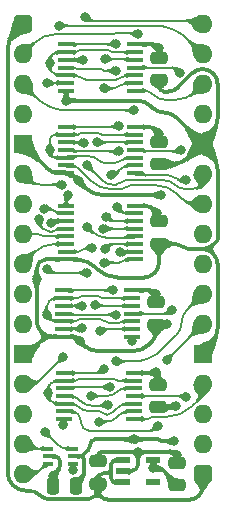
<source format=gtl>
%TF.GenerationSoftware,KiCad,Pcbnew,8.0.7*%
%TF.CreationDate,2025-02-05T15:12:28+02:00*%
%TF.ProjectId,Device Decode stage B,44657669-6365-4204-9465-636f64652073,V0*%
%TF.SameCoordinates,Original*%
%TF.FileFunction,Copper,L1,Top*%
%TF.FilePolarity,Positive*%
%FSLAX46Y46*%
G04 Gerber Fmt 4.6, Leading zero omitted, Abs format (unit mm)*
G04 Created by KiCad (PCBNEW 8.0.7) date 2025-02-05 15:12:28*
%MOMM*%
%LPD*%
G01*
G04 APERTURE LIST*
G04 Aperture macros list*
%AMRoundRect*
0 Rectangle with rounded corners*
0 $1 Rounding radius*
0 $2 $3 $4 $5 $6 $7 $8 $9 X,Y pos of 4 corners*
0 Add a 4 corners polygon primitive as box body*
4,1,4,$2,$3,$4,$5,$6,$7,$8,$9,$2,$3,0*
0 Add four circle primitives for the rounded corners*
1,1,$1+$1,$2,$3*
1,1,$1+$1,$4,$5*
1,1,$1+$1,$6,$7*
1,1,$1+$1,$8,$9*
0 Add four rect primitives between the rounded corners*
20,1,$1+$1,$2,$3,$4,$5,0*
20,1,$1+$1,$4,$5,$6,$7,0*
20,1,$1+$1,$6,$7,$8,$9,0*
20,1,$1+$1,$8,$9,$2,$3,0*%
G04 Aperture macros list end*
%TA.AperFunction,SMDPad,CuDef*%
%ADD10RoundRect,0.250000X0.475000X-0.250000X0.475000X0.250000X-0.475000X0.250000X-0.475000X-0.250000X0*%
%TD*%
%TA.AperFunction,SMDPad,CuDef*%
%ADD11R,1.150000X0.600000*%
%TD*%
%TA.AperFunction,SMDPad,CuDef*%
%ADD12R,1.475000X0.450000*%
%TD*%
%TA.AperFunction,SMDPad,CuDef*%
%ADD13RoundRect,0.250000X-0.475000X0.250000X-0.475000X-0.250000X0.475000X-0.250000X0.475000X0.250000X0*%
%TD*%
%TA.AperFunction,SMDPad,CuDef*%
%ADD14R,1.450000X0.450000*%
%TD*%
%TA.AperFunction,ComponentPad*%
%ADD15RoundRect,0.400000X-0.400000X-0.400000X0.400000X-0.400000X0.400000X0.400000X-0.400000X0.400000X0*%
%TD*%
%TA.AperFunction,ComponentPad*%
%ADD16O,1.600000X1.600000*%
%TD*%
%TA.AperFunction,ComponentPad*%
%ADD17R,1.600000X1.600000*%
%TD*%
%TA.AperFunction,SMDPad,CuDef*%
%ADD18RoundRect,0.250000X0.250000X0.475000X-0.250000X0.475000X-0.250000X-0.475000X0.250000X-0.475000X0*%
%TD*%
%TA.AperFunction,SMDPad,CuDef*%
%ADD19R,0.875000X0.450000*%
%TD*%
%TA.AperFunction,ViaPad*%
%ADD20C,0.800000*%
%TD*%
%TA.AperFunction,Conductor*%
%ADD21C,0.380000*%
%TD*%
%TA.AperFunction,Conductor*%
%ADD22C,0.200000*%
%TD*%
G04 APERTURE END LIST*
D10*
%TO.P,C10,1*%
%TO.N,5V*%
X6350000Y-38907000D03*
%TO.P,C10,2*%
%TO.N,GND*%
X6350000Y-37007000D03*
%TD*%
D11*
%TO.P,IC1,1,6VIn*%
%TO.N,5V*%
X8479000Y-36896000D03*
%TO.P,IC1,2,GND*%
%TO.N,GND*%
X8479000Y-37846000D03*
%TO.P,IC1,3,EN*%
%TO.N,5V*%
X8479000Y-38796000D03*
%TO.P,IC1,4,ADJ*%
%TO.N,unconnected-(IC1-ADJ-Pad4)*%
X11079000Y-38796000D03*
%TO.P,IC1,5,3.3VOut*%
%TO.N,/3.3V*%
X11079000Y-36896000D03*
%TD*%
D12*
%TO.P,IC16,1,1A*%
%TO.N,/~{Y0}*%
X3666000Y-1733000D03*
%TO.P,IC16,2,1B*%
%TO.N,/~{RD}*%
X3666000Y-2383000D03*
%TO.P,IC16,3,1Y*%
%TO.N,Y0+R*%
X3666000Y-3033000D03*
%TO.P,IC16,4,2A*%
%TO.N,/~{Y1}*%
X3666000Y-3683000D03*
%TO.P,IC16,5,2B*%
%TO.N,/~{RD}*%
X3666000Y-4333000D03*
%TO.P,IC16,6,2Y*%
%TO.N,Y1+R*%
X3666000Y-4983000D03*
%TO.P,IC16,7,GND*%
%TO.N,GND*%
X3666000Y-5633000D03*
%TO.P,IC16,8,3Y*%
%TO.N,Y2+R*%
X9542000Y-5633000D03*
%TO.P,IC16,9,3A*%
%TO.N,/~{Y2}*%
X9542000Y-4983000D03*
%TO.P,IC16,10,3B*%
%TO.N,/~{RD}*%
X9542000Y-4333000D03*
%TO.P,IC16,11,4Y*%
%TO.N,Y3+R*%
X9542000Y-3683000D03*
%TO.P,IC16,12,4A*%
%TO.N,/~{Y3}*%
X9542000Y-3033000D03*
%TO.P,IC16,13,4B*%
%TO.N,/~{RD}*%
X9542000Y-2383000D03*
%TO.P,IC16,14,3V*%
%TO.N,/3.3V*%
X9542000Y-1733000D03*
%TD*%
%TO.P,IC3,1,1A*%
%TO.N,/~{Y0}*%
X3649000Y-8718000D03*
%TO.P,IC3,2,1B*%
%TO.N,/~{WD}*%
X3649000Y-9368000D03*
%TO.P,IC3,3,1Y*%
%TO.N,Y0+W*%
X3649000Y-10018000D03*
%TO.P,IC3,4,2A*%
%TO.N,/~{Y1}*%
X3649000Y-10668000D03*
%TO.P,IC3,5,2B*%
%TO.N,/~{WD}*%
X3649000Y-11318000D03*
%TO.P,IC3,6,2Y*%
%TO.N,Y1+W*%
X3649000Y-11968000D03*
%TO.P,IC3,7,GND*%
%TO.N,GND*%
X3649000Y-12618000D03*
%TO.P,IC3,8,3Y*%
%TO.N,Y2+W*%
X9525000Y-12618000D03*
%TO.P,IC3,9,3A*%
%TO.N,/~{Y2}*%
X9525000Y-11968000D03*
%TO.P,IC3,10,3B*%
%TO.N,/~{WD}*%
X9525000Y-11318000D03*
%TO.P,IC3,11,4Y*%
%TO.N,Y3+W*%
X9525000Y-10668000D03*
%TO.P,IC3,12,4A*%
%TO.N,/~{Y3}*%
X9525000Y-10018000D03*
%TO.P,IC3,13,4B*%
%TO.N,/~{WD}*%
X9525000Y-9368000D03*
%TO.P,IC3,14,3V*%
%TO.N,/3.3V*%
X9525000Y-8718000D03*
%TD*%
D13*
%TO.P,C4,1*%
%TO.N,/3.3V*%
X11557000Y-16719000D03*
%TO.P,C4,2*%
%TO.N,GND*%
X11557000Y-18619000D03*
%TD*%
D14*
%TO.P,IC2,1,A0*%
%TO.N,A0*%
X3679000Y-15378000D03*
%TO.P,IC2,2,A1*%
%TO.N,A1*%
X3679000Y-16028000D03*
%TO.P,IC2,3,A2*%
%TO.N,A2*%
X3679000Y-16678000D03*
%TO.P,IC2,4,~{E1}*%
%TO.N,~{Device Registers}*%
X3679000Y-17328000D03*
%TO.P,IC2,5,~{E2}*%
%TO.N,~{E2}*%
X3679000Y-17978000D03*
%TO.P,IC2,6,E3*%
%TO.N,E3*%
X3679000Y-18628000D03*
%TO.P,IC2,7,~{Y7}*%
%TO.N,/~{Y7}*%
X3679000Y-19278000D03*
%TO.P,IC2,8,GND*%
%TO.N,GND*%
X3679000Y-19928000D03*
%TO.P,IC2,9,~{Y6}*%
%TO.N,/~{Y6}*%
X9529000Y-19928000D03*
%TO.P,IC2,10,~{Y5}*%
%TO.N,/~{Y5}*%
X9529000Y-19278000D03*
%TO.P,IC2,11,~{Y4}*%
%TO.N,/~{Y4}*%
X9529000Y-18628000D03*
%TO.P,IC2,12,~{Y3}*%
%TO.N,/~{Y3}*%
X9529000Y-17978000D03*
%TO.P,IC2,13,~{Y2}*%
%TO.N,/~{Y2}*%
X9529000Y-17328000D03*
%TO.P,IC2,14,~{Y1}*%
%TO.N,/~{Y1}*%
X9529000Y-16678000D03*
%TO.P,IC2,15,~{Y0}*%
%TO.N,/~{Y0}*%
X9529000Y-16028000D03*
%TO.P,IC2,16,3V*%
%TO.N,/3.3V*%
X9529000Y-15378000D03*
%TD*%
D13*
%TO.P,C5,1*%
%TO.N,/3.3V*%
X11557000Y-9988000D03*
%TO.P,C5,2*%
%TO.N,GND*%
X11557000Y-11888000D03*
%TD*%
%TO.P,C2,1*%
%TO.N,/3.3V*%
X11303000Y-23577000D03*
%TO.P,C2,2*%
%TO.N,GND*%
X11303000Y-25477000D03*
%TD*%
D15*
%TO.P,J1,1,Pin_1*%
%TO.N,5V*%
X0Y0D03*
D16*
%TO.P,J1,2,Pin_2*%
%TO.N,Y7+R*%
X0Y-2540000D03*
%TO.P,J1,3,Pin_3*%
%TO.N,Y6+R*%
X0Y-5080000D03*
%TO.P,J1,4,Pin_4*%
%TO.N,~{Device Registers}*%
X0Y-7620000D03*
D17*
%TO.P,J1,5,Pin_5*%
%TO.N,GND*%
X0Y-10160000D03*
D16*
%TO.P,J1,6,Pin_6*%
%TO.N,Y5+R*%
X0Y-12700000D03*
%TO.P,J1,7,Pin_7*%
%TO.N,Y4+R*%
X0Y-15240000D03*
%TO.P,J1,8,Pin_8*%
%TO.N,~{E2}*%
X0Y-17780000D03*
%TO.P,J1,9,Pin_9*%
%TO.N,E3*%
X0Y-20320000D03*
%TO.P,J1,10,Pin_10*%
%TO.N,A2*%
X0Y-22860000D03*
%TO.P,J1,11,Pin_11*%
%TO.N,A1*%
X0Y-25400000D03*
D17*
%TO.P,J1,12,Pin_12*%
%TO.N,GND*%
X0Y-27940000D03*
D16*
%TO.P,J1,13,Pin_13*%
%TO.N,A0*%
X0Y-30480000D03*
%TO.P,J1,14,Pin_14*%
%TO.N,unconnected-(J1-Pin_14-Pad14)*%
X0Y-33020000D03*
%TO.P,J1,15,Pin_15*%
%TO.N,~{RD}_{IN}*%
X0Y-35560000D03*
%TO.P,J1,16,Pin_16*%
%TO.N,~{WD}_{IN}*%
X0Y-38100000D03*
D15*
%TO.P,J1,17,Pin_17*%
%TO.N,5V*%
X15240000Y-38100000D03*
D16*
%TO.P,J1,18,Pin_18*%
%TO.N,unconnected-(J1-Pin_18-Pad18)*%
X15240000Y-35560000D03*
%TO.P,J1,19,Pin_19*%
%TO.N,Y7+W*%
X15240000Y-33020000D03*
%TO.P,J1,20,Pin_20*%
%TO.N,Y6+W*%
X15240000Y-30480000D03*
D17*
%TO.P,J1,21,Pin_21*%
%TO.N,GND*%
X15240000Y-27940000D03*
D16*
%TO.P,J1,22,Pin_22*%
%TO.N,Y5+W*%
X15240000Y-25400000D03*
%TO.P,J1,23,Pin_23*%
%TO.N,Y4+W*%
X15240000Y-22860000D03*
%TO.P,J1,24,Pin_24*%
%TO.N,Y3+W*%
X15240000Y-20320000D03*
%TO.P,J1,25,Pin_25*%
%TO.N,Y2+W*%
X15240000Y-17780000D03*
%TO.P,J1,26,Pin_26*%
%TO.N,Y1+W*%
X15240000Y-15240000D03*
%TO.P,J1,27,Pin_27*%
%TO.N,Y0+W*%
X15240000Y-12700000D03*
D17*
%TO.P,J1,28,Pin_28*%
%TO.N,GND*%
X15240000Y-10160000D03*
D16*
%TO.P,J1,29,Pin_29*%
%TO.N,Y3+R*%
X15240000Y-7620000D03*
%TO.P,J1,30,Pin_30*%
%TO.N,Y2+R*%
X15240000Y-5080000D03*
%TO.P,J1,31,Pin_31*%
%TO.N,Y1+R*%
X15240000Y-2540000D03*
%TO.P,J1,32,Pin_32*%
%TO.N,Y0+R*%
X15240000Y0D03*
%TD*%
D10*
%TO.P,C11,1*%
%TO.N,/3.3V*%
X13081000Y-39034000D03*
%TO.P,C11,2*%
%TO.N,GND*%
X13081000Y-37134000D03*
%TD*%
D18*
%TO.P,C3,1*%
%TO.N,/3.3V*%
X4490000Y-39116000D03*
%TO.P,C3,2*%
%TO.N,GND*%
X2590000Y-39116000D03*
%TD*%
D19*
%TO.P,IC4,1,1A*%
%TO.N,~{RD}_{IN}*%
X2116000Y-35958000D03*
%TO.P,IC4,2,GND*%
%TO.N,GND*%
X2116000Y-36608000D03*
%TO.P,IC4,3,2A*%
%TO.N,~{WD}_{IN}*%
X2116000Y-37258000D03*
%TO.P,IC4,4,2Y*%
%TO.N,/~{WD}*%
X4240000Y-37258000D03*
%TO.P,IC4,5,3V*%
%TO.N,/3.3V*%
X4240000Y-36608000D03*
%TO.P,IC4,6,1Y*%
%TO.N,/~{RD}*%
X4240000Y-35958000D03*
%TD*%
D13*
%TO.P,C1,1*%
%TO.N,/3.3V*%
X11531600Y-2876000D03*
%TO.P,C1,2*%
%TO.N,GND*%
X11531600Y-4776000D03*
%TD*%
%TO.P,C9,1*%
%TO.N,/3.3V*%
X11430000Y-30562000D03*
%TO.P,C9,2*%
%TO.N,GND*%
X11430000Y-32462000D03*
%TD*%
D12*
%TO.P,IC5,1,1A*%
%TO.N,/~{Y4}*%
X3539000Y-29546000D03*
%TO.P,IC5,2,1B*%
%TO.N,/~{WD}*%
X3539000Y-30196000D03*
%TO.P,IC5,3,1Y*%
%TO.N,Y4+W*%
X3539000Y-30846000D03*
%TO.P,IC5,4,2A*%
%TO.N,/~{Y5}*%
X3539000Y-31496000D03*
%TO.P,IC5,5,2B*%
%TO.N,/~{WD}*%
X3539000Y-32146000D03*
%TO.P,IC5,6,2Y*%
%TO.N,Y5+W*%
X3539000Y-32796000D03*
%TO.P,IC5,7,GND*%
%TO.N,GND*%
X3539000Y-33446000D03*
%TO.P,IC5,8,3Y*%
%TO.N,Y6+W*%
X9415000Y-33446000D03*
%TO.P,IC5,9,3A*%
%TO.N,/~{Y6}*%
X9415000Y-32796000D03*
%TO.P,IC5,10,3B*%
%TO.N,/~{WD}*%
X9415000Y-32146000D03*
%TO.P,IC5,11,4Y*%
%TO.N,Y7+W*%
X9415000Y-31496000D03*
%TO.P,IC5,12,4A*%
%TO.N,/~{Y7}*%
X9415000Y-30846000D03*
%TO.P,IC5,13,4B*%
%TO.N,/~{WD}*%
X9415000Y-30196000D03*
%TO.P,IC5,14,3V*%
%TO.N,/3.3V*%
X9415000Y-29546000D03*
%TD*%
%TO.P,IC6,1,1A*%
%TO.N,/~{Y4}*%
X3412000Y-22561000D03*
%TO.P,IC6,2,1B*%
%TO.N,/~{RD}*%
X3412000Y-23211000D03*
%TO.P,IC6,3,1Y*%
%TO.N,Y4+R*%
X3412000Y-23861000D03*
%TO.P,IC6,4,2A*%
%TO.N,/~{Y5}*%
X3412000Y-24511000D03*
%TO.P,IC6,5,2B*%
%TO.N,/~{RD}*%
X3412000Y-25161000D03*
%TO.P,IC6,6,2Y*%
%TO.N,Y5+R*%
X3412000Y-25811000D03*
%TO.P,IC6,7,GND*%
%TO.N,GND*%
X3412000Y-26461000D03*
%TO.P,IC6,8,3Y*%
%TO.N,Y6+R*%
X9288000Y-26461000D03*
%TO.P,IC6,9,3A*%
%TO.N,/~{Y6}*%
X9288000Y-25811000D03*
%TO.P,IC6,10,3B*%
%TO.N,/~{RD}*%
X9288000Y-25161000D03*
%TO.P,IC6,11,4Y*%
%TO.N,Y7+R*%
X9288000Y-24511000D03*
%TO.P,IC6,12,4A*%
%TO.N,/~{Y7}*%
X9288000Y-23861000D03*
%TO.P,IC6,13,4B*%
%TO.N,/~{RD}*%
X9288000Y-23211000D03*
%TO.P,IC6,14,3V*%
%TO.N,/3.3V*%
X9288000Y-22561000D03*
%TD*%
D20*
%TO.N,GND*%
X4743661Y-13290339D03*
X12961502Y-32328000D03*
X12319000Y-11888000D03*
X2539995Y-38227007D03*
X3457521Y-33971930D03*
X1189999Y-21590000D03*
X11696000Y-14478000D03*
X3683000Y-6477000D03*
X12192000Y-25400000D03*
X4826000Y-26797000D03*
X9778978Y-36206000D03*
X13081015Y-36449000D03*
%TO.N,/3.3V*%
X12795085Y-35312145D03*
X9398001Y-35167000D03*
X11557000Y-9271000D03*
X11049000Y-37592000D03*
X11557000Y-2032000D03*
X11303004Y-22859996D03*
X11303006Y-29464000D03*
X11359881Y-16002000D03*
%TO.N,A0*%
X3851060Y-14448349D03*
X3429000Y-28193992D03*
%TO.N,A2*%
X2377204Y-16864676D03*
%TO.N,/~{WD}*%
X4225796Y-37791000D03*
X2159000Y-31241996D03*
X2311498Y-10668000D03*
%TO.N,/~{RD}*%
X1905000Y-34544000D03*
X2286000Y-3302000D03*
X2032005Y-24637996D03*
%TO.N,~{Device Registers}*%
X1378082Y-16541785D03*
%TO.N,A1*%
X1800020Y-15621000D03*
%TO.N,Y2+W*%
X13822302Y-13184284D03*
%TO.N,/~{Y7}*%
X5842000Y-18923000D03*
X6092000Y-23749000D03*
X5763005Y-31484000D03*
%TO.N,/~{Y6}*%
X6542000Y-25957000D03*
X6923000Y-20193000D03*
X6463005Y-33667000D03*
%TO.N,/~{Y5}*%
X8252949Y-19328000D03*
X7947088Y-24633677D03*
X7227873Y-32224466D03*
%TO.N,/~{Y4}*%
X6985000Y-19050000D03*
X7673000Y-22479000D03*
X6894227Y-29240467D03*
%TO.N,/~{Y3}*%
X5461002Y-17145000D03*
X6985000Y-2921000D03*
X6256742Y-10009635D03*
%TO.N,/~{Y2}*%
X6846077Y-17325422D03*
X7521000Y-12747557D03*
X6858000Y-5452993D03*
%TO.N,/~{Y1}*%
X7883636Y-3952993D03*
X8125476Y-10792127D03*
X7074805Y-16300634D03*
%TO.N,/~{Y0}*%
X8001000Y-15494000D03*
X8128000Y-8609050D03*
X7901996Y-1651000D03*
%TO.N,Y3+W*%
X13400000Y-10675834D03*
%TO.N,Y0+W*%
X5207000Y-10033000D03*
X5473000Y-11965352D03*
%TO.N,Y5+W*%
X12191992Y-28448000D03*
X11430000Y-34012006D03*
%TO.N,Y4+W*%
X7366000Y-30734000D03*
X7874000Y-28564858D03*
%TO.N,Y7+W*%
X13871000Y-31553794D03*
%TO.N,Y6+R*%
X9288000Y-26846000D03*
X9473000Y-7317000D03*
%TO.N,Y4+R*%
X5459090Y-21054914D03*
X5018000Y-23876000D03*
X2059086Y-20768000D03*
%TO.N,Y5+R*%
X4998619Y-25761284D03*
X3302000Y-13589000D03*
%TO.N,Y7+R*%
X9779000Y-827000D03*
X12636499Y-24193501D03*
%TO.N,Y1+R*%
X2032000Y-5000970D03*
X3048000Y-127000D03*
%TO.N,Y3+R*%
X13293954Y-4130815D03*
%TO.N,Y0+R*%
X5080000Y-3048000D03*
X5316332Y573000D03*
%TD*%
D21*
%TO.N,/3.3V*%
X11047881Y-15690000D02*
G75*
G03*
X10294646Y-15377957I-753281J-753200D01*
G01*
X5848000Y-35300000D02*
G75*
G03*
X5714996Y-35621090I321100J-321100D01*
G01*
X11153506Y-22710498D02*
G75*
G03*
X10792585Y-22561005I-360906J-360902D01*
G01*
X5715000Y-35679250D02*
G75*
G02*
X5540874Y-36099625I-594500J0D01*
G01*
X5235000Y-37844205D02*
G75*
G02*
X4862498Y-38743498I-1271800J5D01*
G01*
X11407500Y-1882500D02*
G75*
G03*
X11046575Y-1733010I-360900J-360900D01*
G01*
X11847596Y-37800596D02*
G75*
G03*
X11344000Y-37592002I-503596J-503604D01*
G01*
X11366503Y-29527497D02*
G75*
G02*
X11430003Y-29680792I-153303J-153303D01*
G01*
X11544300Y-2044700D02*
G75*
G03*
X11531584Y-2075360I30700J-30700D01*
G01*
X11617572Y-35239572D02*
G75*
G03*
X11442366Y-35167030I-175172J-175228D01*
G01*
X11079000Y-37540786D02*
G75*
G02*
X11064004Y-37577004I-51200J-14D01*
G01*
X5133750Y-36709250D02*
G75*
G02*
X5235005Y-36953689I-244450J-244450D01*
G01*
X11617572Y-35239572D02*
G75*
G03*
X11792778Y-35312170I175228J175172D01*
G01*
X11458440Y-16100559D02*
G75*
G02*
X11556999Y-16338503I-237940J-237941D01*
G01*
X11262006Y-29505000D02*
G75*
G02*
X11163023Y-29546011I-99006J99000D01*
G01*
X11280500Y-8994500D02*
G75*
G03*
X10612969Y-8718012I-667500J-667500D01*
G01*
X6169090Y-35167000D02*
G75*
G03*
X5848003Y-35300003I10J-454100D01*
G01*
X4889310Y-36608000D02*
G75*
G03*
X5133747Y-36506747I-10J345700D01*
G01*
X5133750Y-36709250D02*
G75*
G03*
X4889310Y-36607995I-244450J-244450D01*
G01*
X5133750Y-36506750D02*
G75*
G03*
X5133750Y-36709250I101250J-101250D01*
G01*
%TO.N,5V*%
X6484703Y-38219296D02*
G75*
G03*
X6349997Y-38544500I325197J-325204D01*
G01*
X1411000Y-39864000D02*
G75*
G03*
X2297016Y-40231002I886020J886020D01*
G01*
X6110000Y-39991000D02*
G75*
G02*
X5530588Y-40230995I-579400J579400D01*
G01*
X7196500Y-37973000D02*
G75*
G03*
X7514000Y-37655500I0J317500D01*
G01*
X7514000Y-38290500D02*
G75*
G03*
X7196500Y-37973000I-317500J0D01*
G01*
X-635000Y-635000D02*
G75*
G03*
X-1270002Y-2168025I1533030J-1533030D01*
G01*
X-825500Y-39052500D02*
G75*
G03*
X247617Y-39497001I1073120J1073120D01*
G01*
X7000407Y-37973000D02*
G75*
G03*
X6540498Y-38163498I-7J-650400D01*
G01*
X7911755Y-36896000D02*
G75*
G03*
X7630513Y-37012513I45J-397800D01*
G01*
X15240000Y-39174987D02*
G75*
G02*
X14922504Y-39941504I-1084000J-13D01*
G01*
X1411000Y-39864000D02*
G75*
G03*
X524983Y-39496998I-886020J-886020D01*
G01*
X-1270000Y-37979382D02*
G75*
G03*
X-825499Y-39052499I1517620J2D01*
G01*
X7630500Y-37012500D02*
G75*
G03*
X7513982Y-37293755I281300J-281300D01*
G01*
X6110000Y-39991000D02*
G75*
G03*
X6349995Y-39411588I-579400J579400D01*
G01*
X6590000Y-39991000D02*
G75*
G03*
X6110000Y-39991000I-240000J-239997D01*
G01*
X6350000Y-39411588D02*
G75*
G03*
X6589997Y-39991003I819400J-12D01*
G01*
X14922500Y-39941500D02*
G75*
G02*
X14155987Y-40258995I-766500J766500D01*
G01*
X7608000Y-38702000D02*
G75*
G03*
X7834936Y-38795985I226900J226900D01*
G01*
X7514000Y-38475063D02*
G75*
G03*
X7607989Y-38702011I320900J-37D01*
G01*
X6604000Y-40005000D02*
G75*
G03*
X7217210Y-40258996I613200J613200D01*
G01*
X7514000Y-37655500D02*
X7514000Y-38290500D01*
%TO.N,GND*%
X6103295Y-20561235D02*
G75*
G03*
X4574530Y-19928000I-1528765J-1528765D01*
G01*
X13500500Y-18834500D02*
G75*
G03*
X12980236Y-18618985I-520300J-520300D01*
G01*
X3041750Y-36741250D02*
G75*
G03*
X2720056Y-36608002I-321690J-321690D01*
G01*
X3539000Y-33832836D02*
G75*
G02*
X3498244Y-33931174I-139100J36D01*
G01*
X16510000Y-7991974D02*
G75*
G02*
X15875001Y-9525001I-2168040J4D01*
G01*
X9779000Y-37257048D02*
G75*
G02*
X9606498Y-37673498I-588960J8D01*
G01*
X15875000Y-10795000D02*
G75*
G02*
X16509989Y-12328025I-1533000J-1533000D01*
G01*
X16510000Y-18224500D02*
G75*
G02*
X16465098Y-18332901I-153300J0D01*
G01*
X14203196Y-11196803D02*
G75*
G02*
X12534500Y-11887997I-1668696J1668703D01*
G01*
X16128808Y-4174851D02*
G75*
G03*
X15247978Y-3810020I-880808J-880849D01*
G01*
X10975806Y-7075806D02*
G75*
G03*
X11983000Y-7492996I1007194J1007206D01*
G01*
X9779000Y-36853500D02*
G75*
G03*
X9131500Y-36206000I-647500J0D01*
G01*
X10426500Y-36206000D02*
G75*
G03*
X9779000Y-36853500I0J-647500D01*
G01*
X6237560Y-20695500D02*
G75*
G03*
X8090468Y-21463000I1852910J1852910D01*
G01*
X3175000Y-37233251D02*
G75*
G02*
X2921326Y-37845679I-866110J1D01*
G01*
X12153500Y-25438500D02*
G75*
G02*
X12060552Y-25476951I-92900J93000D01*
G01*
X10731499Y-27114499D02*
G75*
G02*
X9351776Y-27685989I-1379699J1379699D01*
G01*
X11531600Y-5238030D02*
G75*
G03*
X11671308Y-5575288I477000J30D01*
G01*
X12990193Y-7910193D02*
G75*
G03*
X11983000Y-7493004I-1007193J-1007207D01*
G01*
X1588496Y-26859503D02*
G75*
G03*
X1588496Y-26062496I-398506J398503D01*
G01*
X2550569Y-26461000D02*
G75*
G03*
X1588493Y-26859500I-9J-1360570D01*
G01*
X1588496Y-26062496D02*
G75*
G03*
X2550569Y-26461002I962074J962066D01*
G01*
X12894502Y-32395000D02*
G75*
G02*
X12732749Y-32462021I-161802J161800D01*
G01*
X11176000Y-21082000D02*
G75*
G02*
X10256184Y-21462994I-919800J919800D01*
G01*
X12959515Y-36327500D02*
G75*
G03*
X12666188Y-36206001I-293315J-293300D01*
G01*
X1189993Y-25100423D02*
G75*
G03*
X1588496Y-26062496I1360572J-2D01*
G01*
X2755000Y-38442012D02*
G75*
G02*
X2844793Y-38658807I-216800J-216788D01*
G01*
X6471500Y-36327500D02*
G75*
G03*
X6350011Y-36620826I293300J-293300D01*
G01*
X5270500Y-27241500D02*
G75*
G03*
X6343617Y-27685993I1073100J1073100D01*
G01*
X13500500Y-18834500D02*
G75*
G03*
X14020763Y-19050015I520300J520300D01*
G01*
X1965276Y-19928000D02*
G75*
G03*
X1417071Y-20155072I-6J-775270D01*
G01*
X11303000Y-26010000D02*
G75*
G02*
X10926118Y-26919893I-1286800J0D01*
G01*
X16136978Y-4183021D02*
G75*
G02*
X16510010Y-5083575I-900578J-900579D01*
G01*
X2036917Y-12196917D02*
G75*
G03*
X3053500Y-12618001I1016583J1016577D01*
G01*
X6764826Y-36206000D02*
G75*
G03*
X6471492Y-36327492I-26J-414800D01*
G01*
X1417072Y-20155073D02*
G75*
G03*
X1190002Y-20703277I548198J-548197D01*
G01*
X4658000Y-26629000D02*
G75*
G03*
X4252412Y-26460995I-405600J-405600D01*
G01*
X10885000Y-6985000D02*
G75*
G03*
X9658579Y-6477008I-1226400J-1226400D01*
G01*
X11557000Y-20162184D02*
G75*
G02*
X11176005Y-21082005I-1300800J-16D01*
G01*
X11671300Y-5575296D02*
G75*
G03*
X12008565Y-5715011I337300J337296D01*
G01*
X9606500Y-37673500D02*
G75*
G02*
X9190048Y-37846020I-416500J416500D01*
G01*
X3041750Y-36741250D02*
G75*
G02*
X3174982Y-37062943I-321650J-321650D01*
G01*
X16129000Y-19431000D02*
G75*
G02*
X16509994Y-20350815I-919800J-919800D01*
G01*
X13186215Y-5355784D02*
G75*
G02*
X12319002Y-5715005I-867215J867184D01*
G01*
X5337491Y-13884169D02*
G75*
G03*
X6771125Y-14478002I1433639J1433639D01*
G01*
X15209184Y-19050000D02*
G75*
G03*
X16129005Y-18669005I16J1300800D01*
G01*
X16129000Y-19431000D02*
G75*
G03*
X15209184Y-19050006I-919800J-919800D01*
G01*
X16129000Y-18669000D02*
G75*
G03*
X16129000Y-19431000I381000J-381000D01*
G01*
X15247978Y-3810000D02*
G75*
G03*
X14367156Y-4174859I22J-1245700D01*
G01*
X16510000Y-25771974D02*
G75*
G02*
X15875001Y-27305001I-2168040J4D01*
G01*
X9131500Y-36206000D02*
X10426500Y-36206000D01*
X16510000Y-18097500D02*
X16510000Y-18224500D01*
D22*
%TO.N,Y0+R*%
X5466332Y423000D02*
G75*
G03*
X5828464Y272965I362168J362100D01*
G01*
X5072500Y-3040500D02*
G75*
G03*
X5054393Y-3033003I-18100J-18100D01*
G01*
%TO.N,Y2+R*%
X11130049Y-6024001D02*
G75*
G03*
X10186089Y-5633019I-943949J-943999D01*
G01*
X11130049Y-6024001D02*
G75*
G03*
X12074008Y-6414984I943951J944001D01*
G01*
X14572499Y-5747501D02*
G75*
G02*
X12961009Y-6415005I-1611499J1611501D01*
G01*
%TO.N,Y3+R*%
X13070046Y-3906907D02*
G75*
G03*
X12529485Y-3683019I-540546J-540593D01*
G01*
%TO.N,Y1+R*%
X14033500Y-1333500D02*
G75*
G03*
X11120751Y-126999I-2912750J-2912750D01*
G01*
X2062676Y-4983000D02*
G75*
G03*
X2040992Y-4991992I24J-30700D01*
G01*
%TO.N,Y7+R*%
X2924273Y-827000D02*
G75*
G03*
X856499Y-1683499I-3J-2924270D01*
G01*
X7854815Y-774000D02*
G75*
G03*
X7790826Y-800487I-15J-90500D01*
G01*
X7790839Y-800500D02*
G75*
G02*
X7726862Y-826967I-63939J64000D01*
G01*
X12477749Y-24352250D02*
G75*
G02*
X12094494Y-24510997I-383249J383250D01*
G01*
X9752500Y-800500D02*
G75*
G03*
X9688523Y-773990I-64000J-64000D01*
G01*
%TO.N,Y5+R*%
X4973761Y-25786142D02*
G75*
G02*
X4913748Y-25811026I-60061J60042D01*
G01*
X444500Y-13144500D02*
G75*
G03*
X1517617Y-13589001I1073120J1073120D01*
G01*
%TO.N,Y4+R*%
X5010500Y-23868500D02*
G75*
G03*
X4992393Y-23861003I-18100J-18100D01*
G01*
X2202543Y-20911457D02*
G75*
G03*
X2548878Y-21054923I346357J346357D01*
G01*
%TO.N,Y6+R*%
X1118500Y-6198500D02*
G75*
G03*
X3818797Y-7317001I2700300J2700300D01*
G01*
%TO.N,Y7+W*%
X13842103Y-31524897D02*
G75*
G03*
X13772339Y-31495984I-69803J-69803D01*
G01*
%TO.N,Y6+W*%
X15240000Y-30972182D02*
G75*
G02*
X14891976Y-31812392I-1188200J-18D01*
G01*
X11019446Y-33262000D02*
G75*
G03*
X10797317Y-33353978I-46J-314100D01*
G01*
X14341182Y-32363182D02*
G75*
G02*
X12171245Y-33262001I-2169942J2169942D01*
G01*
X10797339Y-33354000D02*
G75*
G02*
X10575231Y-33446024I-222139J222100D01*
G01*
%TO.N,Y4+W*%
X11841456Y-27528542D02*
G75*
G02*
X9339571Y-28564858I-2501886J2501882D01*
G01*
X13462000Y-25273000D02*
G75*
G02*
X13012982Y-26357007I-1533000J0D01*
G01*
X13911012Y-24188987D02*
G75*
G03*
X13461992Y-25273000I1083988J-1084013D01*
G01*
%TO.N,Y5+W*%
X4714000Y-33035000D02*
G75*
G02*
X4953001Y-33611997I-577000J-577000D01*
G01*
X5143500Y-34226500D02*
G75*
G03*
X5603407Y-34416997I459900J459900D01*
G01*
X11227503Y-34214503D02*
G75*
G02*
X10738631Y-34417013I-488903J488903D01*
G01*
X4953000Y-33766592D02*
G75*
G03*
X5143498Y-34226502I650400J-8D01*
G01*
X4714000Y-33035000D02*
G75*
G03*
X4137002Y-32795999I-577000J-577000D01*
G01*
%TO.N,~{WD}_{IN}*%
X1531369Y-37700000D02*
G75*
G02*
X565685Y-38100001I-965689J965690D01*
G01*
%TO.N,Y1+W*%
X5766600Y-13252617D02*
G75*
G03*
X7541971Y-13988000I1775370J1775367D01*
G01*
X13520987Y-14790987D02*
G75*
G03*
X14605000Y-15240008I1084013J1083987D01*
G01*
X13170637Y-14440637D02*
G75*
G03*
X11240804Y-13641280I-1929837J-1929863D01*
G01*
X8755323Y-13814637D02*
G75*
G02*
X8336787Y-13987991I-418523J418537D01*
G01*
X4776486Y-12262503D02*
G75*
G03*
X4065491Y-11968006I-710986J-710997D01*
G01*
X9173858Y-13641274D02*
G75*
G03*
X8755338Y-13814652I42J-591926D01*
G01*
%TO.N,Y0+W*%
X8720898Y-13241274D02*
G75*
G03*
X8302358Y-13414632I2J-591926D01*
G01*
X12901323Y-13605637D02*
G75*
G03*
X13780973Y-13970023I879677J879637D01*
G01*
X15240000Y-13173265D02*
G75*
G02*
X15006652Y-13736652I-796700J-35D01*
G01*
X15006642Y-13736642D02*
G75*
G02*
X14443265Y-13969986I-563342J563342D01*
G01*
X12901323Y-13605637D02*
G75*
G03*
X12021672Y-13241297I-879623J-879663D01*
G01*
X5199500Y-10025500D02*
G75*
G03*
X5181393Y-10018003I-18100J-18100D01*
G01*
X6730302Y-13222654D02*
G75*
G03*
X7612324Y-13587973I881998J882054D01*
G01*
X8302363Y-13414637D02*
G75*
G02*
X7883827Y-13588019I-418563J418537D01*
G01*
%TO.N,Y3+W*%
X13343917Y-10731917D02*
G75*
G02*
X13208520Y-10788009I-135417J135417D01*
G01*
%TO.N,/~{Y0}*%
X8073525Y-8663525D02*
G75*
G02*
X7942010Y-8718004I-131525J131525D01*
G01*
X7860996Y-1692000D02*
G75*
G02*
X7762013Y-1733004I-98996J99000D01*
G01*
X8268000Y-15761000D02*
G75*
G03*
X8912595Y-16028002I644600J644600D01*
G01*
%TO.N,/~{Y1}*%
X6760427Y-3884088D02*
G75*
G03*
X6594077Y-3815189I-166327J-166312D01*
G01*
X6760427Y-3884088D02*
G75*
G03*
X6926777Y-3952998I166373J166388D01*
G01*
X4547488Y-3762683D02*
G75*
G03*
X4420741Y-3710145I-126788J-126717D01*
G01*
X4547488Y-3762683D02*
G75*
G03*
X4674235Y-3815148I126712J126783D01*
G01*
X7263488Y-16489317D02*
G75*
G03*
X7719009Y-16677995I455512J455517D01*
G01*
%TO.N,/~{Y2}*%
X6847366Y-17326711D02*
G75*
G03*
X6850477Y-17328016I3134J3111D01*
G01*
X8244979Y-5217996D02*
G75*
G02*
X7677647Y-5453036I-567379J567296D01*
G01*
X8812311Y-4983000D02*
G75*
G03*
X8244980Y-5217997I-11J-802300D01*
G01*
X9056250Y-11968000D02*
G75*
G03*
X8256011Y-12299424I-50J-1131700D01*
G01*
X7909392Y-12646107D02*
G75*
G02*
X7664471Y-12747540I-244892J244907D01*
G01*
%TO.N,/~{Y3}*%
X6260924Y-10013817D02*
G75*
G03*
X6271021Y-10017979I10076J10117D01*
G01*
X7002010Y-2938010D02*
G75*
G03*
X7043075Y-2955024I41090J41110D01*
G01*
X5926213Y-17610211D02*
G75*
G03*
X7049331Y-18075420I1123117J1123121D01*
G01*
%TO.N,/~{Y4}*%
X7705399Y-18628000D02*
G75*
G03*
X7196000Y-18839000I1J-720400D01*
G01*
X6741460Y-29393233D02*
G75*
G02*
X6372649Y-29546028I-368860J368833D01*
G01*
X7632000Y-22520000D02*
G75*
G02*
X7533017Y-22561007I-99000J99000D01*
G01*
%TO.N,/~{Y5}*%
X7935891Y-24622480D02*
G75*
G03*
X7908860Y-24611308I-26991J-27020D01*
G01*
X4807956Y-31827456D02*
G75*
G03*
X4007750Y-31495999I-800206J-800204D01*
G01*
X4890000Y-31909500D02*
G75*
G03*
X5888277Y-32323009I998300J998300D01*
G01*
X8338304Y-19278000D02*
G75*
G03*
X8277938Y-19302989I-4J-85400D01*
G01*
X7178606Y-32273733D02*
G75*
G02*
X7059664Y-32322978I-118906J118933D01*
G01*
%TO.N,/~{Y6}*%
X8514500Y-20060500D02*
G75*
G02*
X8194616Y-20193007I-319900J319900D01*
G01*
X8946250Y-32796000D02*
G75*
G03*
X8146011Y-33127423I-50J-1131700D01*
G01*
X8834383Y-19928000D02*
G75*
G03*
X8514505Y-20060505I17J-452400D01*
G01*
X6791237Y-25811000D02*
G75*
G03*
X6614989Y-25883989I-37J-249200D01*
G01*
X8010786Y-33262713D02*
G75*
G02*
X7034752Y-33667001I-976036J976033D01*
G01*
%TO.N,/~{Y7}*%
X6148000Y-23805000D02*
G75*
G03*
X6283195Y-23861002I135200J135200D01*
G01*
X7951000Y-31165000D02*
G75*
G02*
X7180865Y-31483986I-770100J770100D01*
G01*
X5559022Y-18923000D02*
G75*
G03*
X5130493Y-19100493I-22J-606000D01*
G01*
X8721134Y-30846000D02*
G75*
G03*
X7950990Y-31164990I-34J-1089100D01*
G01*
X5130500Y-19100500D02*
G75*
G02*
X4701977Y-19277991I-428500J428500D01*
G01*
%TO.N,Y2+W*%
X12874870Y-13013500D02*
G75*
G03*
X13344434Y-13207965I469530J469600D01*
G01*
X13810444Y-13196142D02*
G75*
G02*
X13781816Y-13208007I-28644J28642D01*
G01*
X9625500Y-12718500D02*
G75*
G03*
X9868128Y-12818988I242600J242600D01*
G01*
X12874870Y-13013500D02*
G75*
G03*
X12405305Y-12819007I-469570J-469600D01*
G01*
%TO.N,A1*%
X2701476Y-15824500D02*
G75*
G03*
X2210183Y-15621014I-491276J-491300D01*
G01*
X2701476Y-15824500D02*
G75*
G03*
X3192768Y-16028002I491294J491290D01*
G01*
%TO.N,~{Device Registers}*%
X1378082Y-16751594D02*
G75*
G03*
X1526438Y-17109762I506518J-6D01*
G01*
X1760954Y-17344276D02*
G75*
G03*
X2325213Y-17577986I564246J564276D01*
G01*
X3082524Y-17328000D02*
G75*
G03*
X2780731Y-17452983I-24J-426800D01*
G01*
X2780748Y-17453000D02*
G75*
G02*
X2478971Y-17577973I-301748J301800D01*
G01*
%TO.N,~{E2}*%
X1552000Y-17879000D02*
G75*
G03*
X1312992Y-17780003I-239000J-239000D01*
G01*
X1552000Y-17879000D02*
G75*
G03*
X1791007Y-17977997I239000J239000D01*
G01*
%TO.N,/~{RD}*%
X4709500Y-2277000D02*
G75*
G02*
X4453593Y-2382997I-255900J255900D01*
G01*
X4898996Y-4517996D02*
G75*
G03*
X4452375Y-4333012I-446596J-446604D01*
G01*
X4613100Y-25086142D02*
G75*
G02*
X4432376Y-25160978I-180700J180742D01*
G01*
X8531816Y-25161000D02*
G75*
G03*
X8323364Y-25247326I-16J-294800D01*
G01*
X2293507Y-24899498D02*
G75*
G03*
X2924828Y-25160999I631323J631328D01*
G01*
X4810000Y-23130000D02*
G75*
G02*
X4614448Y-23211020I-195600J195600D01*
G01*
X6593950Y-23130000D02*
G75*
G03*
X6789501Y-23210985I195550J195600D01*
G01*
X2987620Y-2383000D02*
G75*
G03*
X2491494Y-2588494I-20J-701600D01*
G01*
X4898996Y-4517996D02*
G75*
G03*
X5345617Y-4702988I446604J446596D01*
G01*
X8825914Y-4333000D02*
G75*
G03*
X8379290Y-4517993I-14J-631600D01*
G01*
X2286000Y-3583750D02*
G75*
G03*
X2485228Y-4064726I680200J0D01*
G01*
X4965406Y-2171000D02*
G75*
G03*
X4709498Y-2276998I-6J-361900D01*
G01*
X5005551Y-23049000D02*
G75*
G03*
X4809985Y-23129985I-51J-276500D01*
G01*
X8379293Y-4517996D02*
G75*
G02*
X7932672Y-4702980I-446593J446596D01*
G01*
X2993377Y-35632377D02*
G75*
G03*
X3779500Y-35957999I786123J786127D01*
G01*
X7019196Y-25172480D02*
G75*
G03*
X7408359Y-25333701I389204J389180D01*
G01*
X4793823Y-25011284D02*
G75*
G03*
X4613081Y-25086123I-23J-255616D01*
G01*
X2465605Y-2614394D02*
G75*
G03*
X2285996Y-3048000I433595J-433606D01*
G01*
X2253252Y-23432247D02*
G75*
G03*
X2031997Y-23966386I534148J-534153D01*
G01*
X7401661Y-2277000D02*
G75*
G03*
X7657567Y-2383025I255939J255900D01*
G01*
X7401661Y-2277000D02*
G75*
G03*
X7145754Y-2171030I-255861J-255900D01*
G01*
X2519750Y-4099250D02*
G75*
G03*
X3084072Y-4332999I564320J564320D01*
G01*
X2787391Y-23211000D02*
G75*
G03*
X2253254Y-23432249I9J-755400D01*
G01*
X6593950Y-23130000D02*
G75*
G03*
X6398398Y-23049015I-195550J-195600D01*
G01*
X7019196Y-25172480D02*
G75*
G03*
X6630033Y-25011247I-389196J-389120D01*
G01*
X8323376Y-25247338D02*
G75*
G02*
X8114936Y-25333703I-208476J208438D01*
G01*
%TO.N,/~{WD}*%
X6616700Y-9316750D02*
G75*
G03*
X6740428Y-9367974I123700J123750D01*
G01*
X2752788Y-9368000D02*
G75*
G03*
X2440753Y-9497255I12J-441300D01*
G01*
X7890000Y-30115000D02*
G75*
G03*
X8085551Y-30196020I195600J195600D01*
G01*
X8891000Y-32146000D02*
G75*
G03*
X7996486Y-32516534I0J-1265000D01*
G01*
X2159000Y-31472748D02*
G75*
G03*
X2322166Y-31866666I557080J-2D01*
G01*
X2380250Y-31924750D02*
G75*
G03*
X2914394Y-32146002I534150J534150D01*
G01*
X6767166Y-32910500D02*
G75*
G03*
X6399000Y-32758011I-368166J-368200D01*
G01*
X7637501Y-32875498D02*
G75*
G02*
X7184833Y-33063014I-452701J452698D01*
G01*
X4839601Y-30034000D02*
G75*
G03*
X4644060Y-30115010I-1J-276500D01*
G01*
X4782500Y-32452000D02*
G75*
G03*
X5521251Y-32757997I738750J738760D01*
G01*
X2440749Y-9497251D02*
G75*
G03*
X2311495Y-9809290I312051J-312049D01*
G01*
X4774750Y-9316750D02*
G75*
G02*
X4651021Y-9368009I-123750J123750D01*
G01*
X8357454Y-11548045D02*
G75*
G02*
X7802075Y-11778083I-555354J555345D01*
G01*
X2914394Y-30196000D02*
G75*
G03*
X2380252Y-30417252I6J-755400D01*
G01*
X6387073Y-11493123D02*
G75*
G03*
X7075046Y-11778073I687927J687923D01*
G01*
X4898478Y-9265500D02*
G75*
G03*
X4774756Y-9316756I22J-175000D01*
G01*
X6616700Y-9316750D02*
G75*
G03*
X6492971Y-9265526I-123700J-123750D01*
G01*
X2446874Y-11182624D02*
G75*
G03*
X2773700Y-11318000I326826J326824D01*
G01*
X4644050Y-30115000D02*
G75*
G02*
X4448498Y-30195985I-195550J195600D01*
G01*
X6767166Y-32910500D02*
G75*
G03*
X7135332Y-33062967I368134J368200D01*
G01*
X8912833Y-11318000D02*
G75*
G03*
X8357443Y-11548034I-33J-785400D01*
G01*
X7890000Y-30115000D02*
G75*
G03*
X7694448Y-30033980I-195600J-195600D01*
G01*
X6387073Y-11493123D02*
G75*
G03*
X5699099Y-11208156I-687973J-687977D01*
G01*
X2311498Y-10857624D02*
G75*
G03*
X2445584Y-11181330I457792J4D01*
G01*
X4782500Y-32452000D02*
G75*
G03*
X4043749Y-32145997I-738750J-738740D01*
G01*
X2372368Y-30425131D02*
G75*
G03*
X2159004Y-30940248I515112J-515109D01*
G01*
%TO.N,E3*%
X2685500Y-18628000D02*
G75*
G03*
X989494Y-19330515I0J-2398500D01*
G01*
%TO.N,A2*%
X2695879Y-16678000D02*
G75*
G03*
X2470547Y-16771343I21J-318700D01*
G01*
%TO.N,A0*%
X3765030Y-14534379D02*
G75*
G03*
X3678974Y-14742073I207670J-207721D01*
G01*
X1547100Y-30075891D02*
G75*
G02*
X571496Y-30480002I-975610J975611D01*
G01*
D21*
%TO.N,GND*%
X12980236Y-18619000D02*
X11557000Y-18619000D01*
X16510000Y-7991974D02*
X16510000Y-5083575D01*
X15875000Y-10795000D02*
X15240000Y-10160000D01*
X3539000Y-33832836D02*
X3539000Y-33446000D01*
X11557000Y-18619000D02*
X11557000Y-20162184D01*
X14020763Y-19050000D02*
X15209184Y-19050000D01*
X10426500Y-36206000D02*
X12666188Y-36206000D01*
X1189993Y-21590006D02*
X1189993Y-25100423D01*
X11531600Y-5238030D02*
X11531600Y-4776000D01*
X5270500Y-27241500D02*
X4826000Y-26797000D01*
X16128808Y-4174851D02*
X16136978Y-4183021D01*
X8090468Y-21463000D02*
X10256184Y-21463000D01*
X9779000Y-37257048D02*
X9779000Y-36853500D01*
X3683000Y-6477000D02*
X3683000Y-5650000D01*
X9658579Y-6477000D02*
X3683000Y-6477000D01*
X10975806Y-7075806D02*
X10885000Y-6985000D01*
X10731499Y-27114499D02*
X10926112Y-26919887D01*
X9190048Y-37846000D02*
X8479000Y-37846000D01*
X2036917Y-12196917D02*
X0Y-10160000D01*
X11696000Y-14478000D02*
X6771125Y-14478000D01*
X14203196Y-11196803D02*
X15240000Y-10160000D01*
X12060552Y-25477000D02*
X11303000Y-25477000D01*
X2550569Y-26461000D02*
X3412000Y-26461000D01*
X16465098Y-18332901D02*
X16129000Y-18669000D01*
X3412000Y-26461000D02*
X4252412Y-26461000D01*
X3498260Y-33931190D02*
X3457521Y-33971930D01*
X12153500Y-25438500D02*
X12192000Y-25400000D01*
X9351776Y-27686000D02*
X6343617Y-27686000D01*
X4574530Y-19928000D02*
X3679000Y-19928000D01*
X12008565Y-5714996D02*
X12319002Y-5714996D01*
X15875000Y-9525000D02*
X15240000Y-10160000D01*
X1965276Y-19928000D02*
X3679000Y-19928000D01*
X6103295Y-20561235D02*
X6237560Y-20695500D01*
X12732749Y-32462000D02*
X11430000Y-32462000D01*
X15875000Y-27305000D02*
X15240000Y-27940000D01*
X4743661Y-13290339D02*
X4071322Y-12618000D01*
X12534500Y-11888000D02*
X11557000Y-11888000D01*
X1189999Y-21590000D02*
X1189999Y-20703277D01*
X6350000Y-36620826D02*
X6350000Y-37007000D01*
X12990193Y-7910193D02*
X15240000Y-10160000D01*
X3053500Y-12618000D02*
X3649000Y-12618000D01*
X2539995Y-38227007D02*
X2921324Y-37845677D01*
X4658000Y-26629000D02*
X4826000Y-26797000D01*
X16510000Y-12328025D02*
X16510000Y-18097500D01*
X4743661Y-13290339D02*
X5337491Y-13884169D01*
X2539995Y-38227007D02*
X2755000Y-38442012D01*
X13081015Y-36449000D02*
X12959515Y-36327500D01*
X1189993Y-21590006D02*
X1189999Y-21590000D01*
X3175000Y-37233251D02*
X3175000Y-37062943D01*
X9131500Y-36206000D02*
X6764826Y-36206000D01*
X1588496Y-26859503D02*
X508000Y-27940000D01*
X2720056Y-36608000D02*
X2116000Y-36608000D01*
X11303000Y-25477000D02*
X11303000Y-26010000D01*
X13186215Y-5355784D02*
X14367148Y-4174851D01*
X16510000Y-20350815D02*
X16510000Y-25771974D01*
X12894502Y-32395000D02*
X12961502Y-32328000D01*
%TO.N,5V*%
X6484703Y-38219296D02*
X6540500Y-38163500D01*
X2297016Y-40231000D02*
X5530588Y-40231000D01*
X247617Y-39497000D02*
X524983Y-39497000D01*
X-635000Y-635000D02*
X0Y0D01*
X14155987Y-40259000D02*
X7217210Y-40259000D01*
X7911755Y-36896000D02*
X8479000Y-36896000D01*
X15240000Y-39174987D02*
X15240000Y-38100000D01*
X7514000Y-37655500D02*
X7514000Y-37293755D01*
X6590000Y-39991000D02*
X6604000Y-40005000D01*
X7514000Y-38290500D02*
X7514000Y-38475063D01*
X6350000Y-38544500D02*
X6350000Y-38735000D01*
X7196500Y-37973000D02*
X7000407Y-37973000D01*
X-1270000Y-2168025D02*
X-1270000Y-37979382D01*
X6350000Y-39411588D02*
X6350000Y-38907000D01*
X7834936Y-38796000D02*
X8479000Y-38796000D01*
%TO.N,/3.3V*%
X11049000Y-37592000D02*
X11344000Y-37592000D01*
X11163023Y-29546000D02*
X9415000Y-29546000D01*
X11442366Y-35167000D02*
X9398001Y-35167000D01*
X11407500Y-1882500D02*
X11557000Y-2032000D01*
X11557000Y-9271000D02*
X11557000Y-9988000D01*
X11847596Y-37800596D02*
X13081000Y-39034000D01*
X5235000Y-37844205D02*
X5235000Y-36953689D01*
X11557000Y-9271000D02*
X11280500Y-8994500D01*
X11303000Y-22860000D02*
X11303004Y-22859996D01*
X11303006Y-29464000D02*
X11366503Y-29527497D01*
X11303000Y-22860000D02*
X11303000Y-23577000D01*
X4889310Y-36608000D02*
X4240000Y-36608000D01*
X11046575Y-1733000D02*
X9542000Y-1733000D01*
X11079000Y-37540786D02*
X11079000Y-36896000D01*
X10792585Y-22561000D02*
X9288000Y-22561000D01*
X4862500Y-38743500D02*
X4490000Y-39116000D01*
X11303006Y-29464000D02*
X11262006Y-29505000D01*
X11557000Y-16338503D02*
X11557000Y-16719000D01*
X11531600Y-2075360D02*
X11531600Y-2876000D01*
X11153506Y-22710498D02*
X11303004Y-22859996D01*
X11359881Y-16002000D02*
X11458440Y-16100559D01*
X11544300Y-2044700D02*
X11557000Y-2032000D01*
X10294646Y-15378000D02*
X9529000Y-15378000D01*
X12795085Y-35312145D02*
X11792778Y-35312145D01*
X11049000Y-37592000D02*
X11064000Y-37577000D01*
X9398001Y-35167000D02*
X6169090Y-35167000D01*
X11047881Y-15690000D02*
X11359881Y-16002000D01*
X5540874Y-36099625D02*
X5133750Y-36506750D01*
X10612969Y-8718000D02*
X9525000Y-8718000D01*
X11430000Y-29680792D02*
X11430000Y-30562000D01*
X5715000Y-35621090D02*
X5715000Y-35679250D01*
D22*
%TO.N,A0*%
X3679000Y-14742073D02*
X3679000Y-15378000D01*
X3851060Y-14448349D02*
X3765030Y-14534379D01*
X3429000Y-28193992D02*
X1547100Y-30075891D01*
%TO.N,A2*%
X2695879Y-16678000D02*
X3679000Y-16678000D01*
X2470542Y-16771338D02*
X2377204Y-16864676D01*
%TO.N,E3*%
X989489Y-19330510D02*
X0Y-20320000D01*
X2685500Y-18628000D02*
X3679000Y-18628000D01*
%TO.N,/~{WD}*%
X2159000Y-30940248D02*
X2159000Y-31241996D01*
X7184833Y-33063000D02*
X7135332Y-33063000D01*
X2311498Y-10668000D02*
X2311498Y-9809290D01*
X2322166Y-31866666D02*
X2380250Y-31924750D01*
X2752788Y-9368000D02*
X3649000Y-9368000D01*
X8085551Y-30196000D02*
X9415000Y-30196000D01*
X2773700Y-11318000D02*
X3649000Y-11318000D01*
X2311498Y-10668000D02*
X2311498Y-10857624D01*
X2380249Y-30417249D02*
X2372368Y-30425131D01*
X5699099Y-11208155D02*
X3758845Y-11208155D01*
X7802075Y-11778091D02*
X7075046Y-11778091D01*
X4839601Y-30034000D02*
X7694448Y-30034000D01*
X4225796Y-37791000D02*
X4225796Y-37272204D01*
X4448498Y-30196000D02*
X3539000Y-30196000D01*
X6399000Y-32758001D02*
X5521251Y-32758001D01*
X4898478Y-9265500D02*
X6492971Y-9265500D01*
X2159000Y-31472748D02*
X2159000Y-31241996D01*
X7996475Y-32516523D02*
X7637501Y-32875498D01*
X6740428Y-9368000D02*
X9525000Y-9368000D01*
X2446874Y-11182624D02*
X2445582Y-11181332D01*
X4651021Y-9368000D02*
X3649000Y-9368000D01*
%TO.N,/~{RD}*%
X3779500Y-35958000D02*
X4240000Y-35958000D01*
X2286000Y-3302000D02*
X2286000Y-3583750D01*
X5345617Y-4702993D02*
X7932672Y-4702993D01*
X2987620Y-2383000D02*
X3666000Y-2383000D01*
X4965406Y-2171000D02*
X7145754Y-2171000D01*
X7657567Y-2383000D02*
X9542000Y-2383000D01*
X8825914Y-4333000D02*
X9542000Y-4333000D01*
X2491499Y-2588499D02*
X2465605Y-2614394D01*
X4793823Y-25011284D02*
X6630033Y-25011284D01*
X2485227Y-4064727D02*
X2519750Y-4099250D01*
X1905000Y-34544000D02*
X2993377Y-35632377D01*
X4432376Y-25161000D02*
X3412000Y-25161000D01*
X2293507Y-24899498D02*
X2032005Y-24637996D01*
X3880750Y-23211000D02*
X4614448Y-23211000D01*
X7408359Y-25333677D02*
X8114936Y-25333677D01*
X2286000Y-3302000D02*
X2286000Y-3048000D01*
X5005551Y-23049000D02*
X6398398Y-23049000D01*
X2032005Y-24637996D02*
X2032005Y-23966386D01*
X4452375Y-4333000D02*
X4122250Y-4333000D01*
X8531816Y-25161000D02*
X9288000Y-25161000D01*
X4453593Y-2383000D02*
X3666000Y-2383000D01*
X6789501Y-23211000D02*
X9288000Y-23211000D01*
%TO.N,~{E2}*%
X1312992Y-17780000D02*
X0Y-17780000D01*
X1791007Y-17978000D02*
X3679000Y-17978000D01*
%TO.N,~{Device Registers}*%
X1378082Y-16751594D02*
X1378082Y-16541785D01*
X1526439Y-17109761D02*
X1760954Y-17344276D01*
X2325213Y-17578000D02*
X2478971Y-17578000D01*
%TO.N,A1*%
X2210183Y-15621000D02*
X1800020Y-15621000D01*
%TO.N,Y2+W*%
X13344434Y-13208000D02*
X13781816Y-13208000D01*
X13822302Y-13184284D02*
X13810444Y-13196142D01*
X9868128Y-12819000D02*
X12405305Y-12819000D01*
%TO.N,/~{Y7}*%
X5842000Y-18923000D02*
X5559022Y-18923000D01*
X6283195Y-23861000D02*
X9288000Y-23861000D01*
X5763005Y-31484000D02*
X7180865Y-31484000D01*
X4701977Y-19278000D02*
X3679000Y-19278000D01*
X6148000Y-23805000D02*
X6092000Y-23749000D01*
X8721134Y-30846000D02*
X9415000Y-30846000D01*
%TO.N,/~{Y6}*%
X8194616Y-20193000D02*
X6923000Y-20193000D01*
X6463005Y-33667000D02*
X7034752Y-33667000D01*
X6791237Y-25811000D02*
X9288000Y-25811000D01*
X8834383Y-19928000D02*
X9529000Y-19928000D01*
X8146043Y-33127455D02*
X8010786Y-33262713D01*
X6542000Y-25957000D02*
X6615000Y-25884000D01*
%TO.N,/~{Y5}*%
X7227873Y-32224466D02*
X7178606Y-32273733D01*
X7935891Y-24622480D02*
X7947088Y-24633677D01*
X5888277Y-32323000D02*
X7059664Y-32323000D01*
X8338304Y-19278000D02*
X9529000Y-19278000D01*
X7908860Y-24611284D02*
X3557070Y-24611284D01*
X4807956Y-31827456D02*
X4890000Y-31909500D01*
X8252949Y-19328000D02*
X8277949Y-19303000D01*
%TO.N,/~{Y4}*%
X7533017Y-22561000D02*
X3412000Y-22561000D01*
X7673000Y-22479000D02*
X7632000Y-22520000D01*
X6894227Y-29240467D02*
X6741460Y-29393233D01*
X6372649Y-29546000D02*
X3539000Y-29546000D01*
X7196000Y-18839000D02*
X6985000Y-19050000D01*
X7705399Y-18628000D02*
X9529000Y-18628000D01*
%TO.N,/~{Y3}*%
X7002010Y-2938010D02*
X6985000Y-2921000D01*
X7043075Y-2955020D02*
X9464020Y-2955020D01*
X6271021Y-10018000D02*
X9525000Y-10018000D01*
X7049331Y-18075422D02*
X9431578Y-18075422D01*
X5926213Y-17610211D02*
X5461002Y-17145000D01*
X6260924Y-10013817D02*
X6256742Y-10009635D01*
%TO.N,/~{Y2}*%
X8256043Y-12299456D02*
X7909392Y-12646107D01*
X8812311Y-4983000D02*
X9542000Y-4983000D01*
X7677647Y-5452993D02*
X6858000Y-5452993D01*
X7521000Y-12747557D02*
X7664471Y-12747557D01*
X6850477Y-17328000D02*
X9529000Y-17328000D01*
X6847366Y-17326711D02*
X6846077Y-17325422D01*
%TO.N,/~{Y1}*%
X6594077Y-3815184D02*
X4674235Y-3815184D01*
X8125472Y-10792131D02*
X3773131Y-10792131D01*
X4420741Y-3710183D02*
X3693183Y-3710183D01*
X7263488Y-16489317D02*
X7074805Y-16300634D01*
X6926777Y-3952993D02*
X7883636Y-3952993D01*
X7719009Y-16678000D02*
X9529000Y-16678000D01*
X8125472Y-10792131D02*
X8125476Y-10792127D01*
%TO.N,/~{Y0}*%
X8001000Y-15494000D02*
X8268000Y-15761000D01*
X7762013Y-1733000D02*
X3666000Y-1733000D01*
X7942010Y-8718000D02*
X3649000Y-8718000D01*
X8073525Y-8663525D02*
X8128000Y-8609050D01*
X7901996Y-1651000D02*
X7860996Y-1692000D01*
%TO.N,Y3+W*%
X13208520Y-10788000D02*
X9645000Y-10788000D01*
X13343917Y-10731917D02*
X13400000Y-10675834D01*
%TO.N,Y0+W*%
X8720898Y-13241274D02*
X12021672Y-13241274D01*
X13780973Y-13970000D02*
X14443265Y-13970000D01*
X5199500Y-10025500D02*
X5207000Y-10033000D01*
X6730302Y-13222654D02*
X5473000Y-11965352D01*
X7612324Y-13588000D02*
X7883827Y-13588000D01*
X5181393Y-10018000D02*
X3649000Y-10018000D01*
%TO.N,Y1+W*%
X13520987Y-14790987D02*
X13170637Y-14440637D01*
X11240804Y-13641274D02*
X9173858Y-13641274D01*
X5766600Y-13252617D02*
X4776486Y-12262503D01*
X7541971Y-13988000D02*
X8336787Y-13988000D01*
%TO.N,~{WD}_{IN}*%
X1531369Y-37700000D02*
X1973370Y-37258000D01*
%TO.N,~{RD}_{IN}*%
X2116000Y-35958000D02*
X398000Y-35958000D01*
%TO.N,Y5+W*%
X5603407Y-34417000D02*
X10738631Y-34417000D01*
X11430000Y-34012006D02*
X11227503Y-34214503D01*
X4953000Y-33611997D02*
X4953000Y-33766592D01*
X12192000Y-28448000D02*
X15240000Y-25400000D01*
X12192000Y-28448000D02*
X12191992Y-28448000D01*
%TO.N,Y4+W*%
X11841456Y-27528542D02*
X13012987Y-26357012D01*
X9339571Y-28564858D02*
X7874000Y-28564858D01*
X7366000Y-30734000D02*
X3651000Y-30734000D01*
X13911012Y-24188987D02*
X15240000Y-22860000D01*
%TO.N,Y6+W*%
X11019446Y-33262000D02*
X12171245Y-33262000D01*
X14891974Y-31812390D02*
X14341182Y-32363182D01*
X10575231Y-33446000D02*
X9415000Y-33446000D01*
%TO.N,Y7+W*%
X13772339Y-31496000D02*
X9415000Y-31496000D01*
X13842103Y-31524897D02*
X13871000Y-31553794D01*
%TO.N,Y6+R*%
X1118500Y-6198500D02*
X0Y-5080000D01*
X9473000Y-7317000D02*
X3818797Y-7317000D01*
X9288000Y-26846000D02*
X9288000Y-26461000D01*
%TO.N,Y4+R*%
X4992393Y-23861000D02*
X3412000Y-23861000D01*
X5010500Y-23868500D02*
X5018000Y-23876000D01*
X5459090Y-21054914D02*
X2548878Y-21054914D01*
X2202543Y-20911457D02*
X2059086Y-20768000D01*
%TO.N,Y5+R*%
X4973761Y-25786142D02*
X4998619Y-25761284D01*
X3302000Y-13589000D02*
X1517617Y-13589000D01*
X4913748Y-25811000D02*
X3412000Y-25811000D01*
%TO.N,Y7+R*%
X9779000Y-827000D02*
X9752500Y-800500D01*
X2924273Y-827000D02*
X7726862Y-827000D01*
X856500Y-1683500D02*
X0Y-2540000D01*
X12636499Y-24193501D02*
X12477749Y-24352250D01*
X12094494Y-24511000D02*
X9288000Y-24511000D01*
X7854815Y-774000D02*
X9688523Y-774000D01*
%TO.N,Y1+R*%
X11120751Y-127000D02*
X3048000Y-127000D01*
X2062676Y-4983000D02*
X3666000Y-4983000D01*
X14033500Y-1333500D02*
X15240000Y-2540000D01*
X2032000Y-5000970D02*
X2040985Y-4991985D01*
%TO.N,Y3+R*%
X12529485Y-3683000D02*
X9542000Y-3683000D01*
X13293954Y-4130815D02*
X13070046Y-3906907D01*
%TO.N,Y2+R*%
X14572499Y-5747501D02*
X15240000Y-5080000D01*
X12074008Y-6415002D02*
X12961009Y-6415002D01*
X10186089Y-5633000D02*
X9542000Y-5633000D01*
%TO.N,Y0+R*%
X5054393Y-3033000D02*
X3666000Y-3033000D01*
X5828464Y273000D02*
X14967000Y273000D01*
X5080000Y-3048000D02*
X5072500Y-3040500D01*
X5466332Y423000D02*
X5316332Y573000D01*
%TD*%
%TA.AperFunction,Conductor*%
%TO.N,/3.3V*%
G36*
X10618791Y-22371656D02*
G01*
X10779296Y-22380215D01*
X10780736Y-22380383D01*
X10901825Y-22402256D01*
X10902588Y-22402420D01*
X11007267Y-22428669D01*
X11129449Y-22450740D01*
X11291955Y-22459406D01*
X11300033Y-22463268D01*
X11303031Y-22471060D01*
X11303991Y-22855120D01*
X11300585Y-22863401D01*
X11300550Y-22863437D01*
X11029474Y-23133557D01*
X11021194Y-23136969D01*
X11012927Y-23133528D01*
X11012024Y-23132509D01*
X10927754Y-23025523D01*
X10926645Y-23023832D01*
X10869562Y-22917877D01*
X10817151Y-22830911D01*
X10817150Y-22830910D01*
X10817149Y-22830908D01*
X10817144Y-22830904D01*
X10739561Y-22772412D01*
X10739558Y-22772410D01*
X10616316Y-22752583D01*
X10608692Y-22747886D01*
X10606474Y-22741032D01*
X10606474Y-22383340D01*
X10609901Y-22375067D01*
X10618174Y-22371640D01*
X10618791Y-22371656D01*
G37*
%TD.AperFunction*%
%TD*%
%TA.AperFunction,Conductor*%
%TO.N,/3.3V*%
G36*
X5023185Y-38097458D02*
G01*
X5366348Y-38208959D01*
X5373156Y-38214774D01*
X5373858Y-38223702D01*
X5373437Y-38224805D01*
X5300931Y-38389285D01*
X5223188Y-38584249D01*
X5145472Y-38797744D01*
X5145463Y-38797769D01*
X5067731Y-39029906D01*
X5067723Y-39029930D01*
X4993518Y-39269292D01*
X4987795Y-39276179D01*
X4978878Y-39277002D01*
X4978705Y-39276947D01*
X4496786Y-39119272D01*
X4489988Y-39113442D01*
X4488806Y-39109539D01*
X4426106Y-38584249D01*
X4404349Y-38401966D01*
X4406772Y-38393346D01*
X4413911Y-38389062D01*
X4525883Y-38369106D01*
X4648727Y-38328613D01*
X4771571Y-38269519D01*
X4894415Y-38191826D01*
X5012354Y-38099377D01*
X5020978Y-38096971D01*
X5023185Y-38097458D01*
G37*
%TD.AperFunction*%
%TD*%
%TA.AperFunction,Conductor*%
%TO.N,/3.3V*%
G36*
X10872784Y-1543656D02*
G01*
X11033292Y-1552216D01*
X11034732Y-1552384D01*
X11155819Y-1574258D01*
X11156583Y-1574422D01*
X11261263Y-1600672D01*
X11383444Y-1622744D01*
X11545951Y-1631410D01*
X11554029Y-1635272D01*
X11557027Y-1643064D01*
X11557987Y-2027124D01*
X11554581Y-2035405D01*
X11554546Y-2035441D01*
X11283471Y-2305561D01*
X11275191Y-2308973D01*
X11266924Y-2305532D01*
X11266021Y-2304513D01*
X11181750Y-2197526D01*
X11180641Y-2195835D01*
X11123558Y-2089879D01*
X11071147Y-2002912D01*
X11071146Y-2002911D01*
X11071145Y-2002909D01*
X10993555Y-1944411D01*
X10993554Y-1944410D01*
X10870312Y-1924583D01*
X10862688Y-1919886D01*
X10860470Y-1913032D01*
X10860470Y-1555340D01*
X10863897Y-1547067D01*
X10872170Y-1543640D01*
X10872784Y-1543656D01*
G37*
%TD.AperFunction*%
%TD*%
%TA.AperFunction,Conductor*%
%TO.N,/3.3V*%
G36*
X11399677Y-37298537D02*
G01*
X11399693Y-37298543D01*
X11399704Y-37298547D01*
X11543240Y-37350466D01*
X11544130Y-37350830D01*
X11662065Y-37404843D01*
X11663752Y-37405792D01*
X11785640Y-37488482D01*
X11786852Y-37489427D01*
X11933419Y-37620054D01*
X11937315Y-37628116D01*
X11934368Y-37636573D01*
X11934054Y-37636911D01*
X11685195Y-37894860D01*
X11676985Y-37898435D01*
X11670655Y-37896709D01*
X11575064Y-37838038D01*
X11555818Y-37826225D01*
X11555817Y-37826225D01*
X11449737Y-37838038D01*
X11342277Y-37896502D01*
X11341989Y-37896654D01*
X11216155Y-37960633D01*
X11212977Y-37961709D01*
X11062799Y-37989450D01*
X11054041Y-37987583D01*
X11049169Y-37980070D01*
X11048974Y-37977974D01*
X11048285Y-37593656D01*
X11049185Y-37589136D01*
X11197693Y-37232952D01*
X11204039Y-37226637D01*
X11212695Y-37226538D01*
X11399677Y-37298537D01*
G37*
%TD.AperFunction*%
%TD*%
%TA.AperFunction,Conductor*%
%TO.N,/3.3V*%
G36*
X11501816Y-15876611D02*
G01*
X11502449Y-15877296D01*
X11583053Y-15971898D01*
X11583060Y-15971905D01*
X11671858Y-16059140D01*
X11671866Y-16059147D01*
X11671874Y-16059155D01*
X11760696Y-16129425D01*
X11849518Y-16182707D01*
X11924220Y-16213230D01*
X11930583Y-16219532D01*
X11930626Y-16228486D01*
X11929109Y-16231142D01*
X11564437Y-16710853D01*
X11556702Y-16715365D01*
X11548523Y-16713433D01*
X11544746Y-16710853D01*
X10943488Y-16300096D01*
X10938590Y-16292599D01*
X10940427Y-16283835D01*
X10947924Y-16278937D01*
X10948353Y-16278865D01*
X10980099Y-16274229D01*
X11041457Y-16255064D01*
X11102815Y-16225696D01*
X11164173Y-16186125D01*
X11225532Y-16136350D01*
X11485271Y-15876610D01*
X11493543Y-15873184D01*
X11501816Y-15876611D01*
G37*
%TD.AperFunction*%
%TD*%
%TA.AperFunction,Conductor*%
%TO.N,/3.3V*%
G36*
X11021492Y-8605624D02*
G01*
X11184677Y-8674256D01*
X11307495Y-8727775D01*
X11377674Y-8758941D01*
X11413251Y-8774741D01*
X11536075Y-8828265D01*
X11699372Y-8896947D01*
X11705670Y-8903313D01*
X11705657Y-8912182D01*
X11558819Y-9269203D01*
X11556252Y-9273045D01*
X11283777Y-9544266D01*
X11275496Y-9547674D01*
X11267231Y-9544228D01*
X11266107Y-9542918D01*
X11166119Y-9407211D01*
X11164551Y-9404290D01*
X11116015Y-9271350D01*
X11115796Y-9270683D01*
X11080292Y-9150002D01*
X11012138Y-9043484D01*
X11012137Y-9043483D01*
X10873689Y-8957391D01*
X10868473Y-8950112D01*
X10869057Y-8942981D01*
X11006172Y-8611941D01*
X11012503Y-8605610D01*
X11021458Y-8605610D01*
X11021492Y-8605624D01*
G37*
%TD.AperFunction*%
%TD*%
%TA.AperFunction,Conductor*%
%TO.N,5V*%
G36*
X6414430Y-38037524D02*
G01*
X6415372Y-38038370D01*
X6674846Y-38297849D01*
X6674858Y-38297860D01*
X6735725Y-38352154D01*
X6735731Y-38352158D01*
X6796592Y-38396027D01*
X6796604Y-38396035D01*
X6857479Y-38429497D01*
X6892128Y-38442610D01*
X6918356Y-38452538D01*
X6918359Y-38452538D01*
X6918360Y-38452539D01*
X6952760Y-38459671D01*
X6960165Y-38464706D01*
X6961841Y-38473502D01*
X6957111Y-38480701D01*
X6358433Y-38901285D01*
X6349693Y-38903236D01*
X6342455Y-38898873D01*
X5970737Y-38418675D01*
X5968383Y-38410035D01*
X5972827Y-38402261D01*
X5975126Y-38400871D01*
X6050589Y-38366431D01*
X6139479Y-38308362D01*
X6228370Y-38232791D01*
X6317260Y-38139720D01*
X6397981Y-38039311D01*
X6405835Y-38035012D01*
X6414430Y-38037524D01*
G37*
%TD.AperFunction*%
%TD*%
%TA.AperFunction,Conductor*%
%TO.N,5V*%
G36*
X-787862Y281750D02*
G01*
X-4192Y2552D01*
X2446Y-3447D01*
X214017Y-451383D01*
X372283Y-786464D01*
X372718Y-795408D01*
X366701Y-802040D01*
X363998Y-802934D01*
X116071Y-852497D01*
X-146542Y-941598D01*
X-409124Y-1067284D01*
X-409142Y-1067293D01*
X-409144Y-1067294D01*
X-671751Y-1229592D01*
X-929012Y-1424442D01*
X-937676Y-1426705D01*
X-940553Y-1425924D01*
X-1274720Y-1287508D01*
X-1281052Y-1281176D01*
X-1281093Y-1272321D01*
X-1188347Y-1042449D01*
X-1188335Y-1042418D01*
X-1091258Y-765217D01*
X-994172Y-451386D01*
X-897084Y-100950D01*
X-803135Y273576D01*
X-797799Y280766D01*
X-788940Y282077D01*
X-787862Y281750D01*
G37*
%TD.AperFunction*%
%TD*%
%TA.AperFunction,Conductor*%
%TO.N,5V*%
G36*
X7909676Y-36674104D02*
G01*
X8425385Y-36874208D01*
X8455641Y-36885948D01*
X8462115Y-36892136D01*
X8462317Y-36901088D01*
X8456826Y-36907226D01*
X7910284Y-37192717D01*
X7901364Y-37193510D01*
X7898181Y-37191948D01*
X7876627Y-37176938D01*
X7876623Y-37176936D01*
X7876622Y-37176935D01*
X7849245Y-37162257D01*
X7849244Y-37162256D01*
X7849243Y-37162256D01*
X7838353Y-37158163D01*
X7821868Y-37151967D01*
X7811484Y-37149727D01*
X7794488Y-37146062D01*
X7771465Y-37144787D01*
X7763981Y-37141518D01*
X7507562Y-36893672D01*
X7503995Y-36885458D01*
X7507280Y-36877128D01*
X7511852Y-36874208D01*
X7575889Y-36851949D01*
X7575897Y-36851945D01*
X7575908Y-36851942D01*
X7657931Y-36816832D01*
X7739954Y-36775122D01*
X7821977Y-36726812D01*
X7898937Y-36675290D01*
X7907718Y-36673536D01*
X7909676Y-36674104D01*
G37*
%TD.AperFunction*%
%TD*%
%TA.AperFunction,Conductor*%
%TO.N,GND*%
G36*
X16227934Y-8611285D02*
G01*
X16576446Y-8704664D01*
X16583550Y-8710115D01*
X16584719Y-8718993D01*
X16584267Y-8720344D01*
X16479376Y-8980193D01*
X16371585Y-9283148D01*
X16369529Y-9288927D01*
X16345751Y-9363679D01*
X16259678Y-9634272D01*
X16149847Y-10016152D01*
X16043194Y-10422515D01*
X16037779Y-10429647D01*
X16028907Y-10430862D01*
X16028090Y-10430615D01*
X15244338Y-10162537D01*
X15237620Y-10156617D01*
X15237611Y-10156600D01*
X14854907Y-9372617D01*
X14854357Y-9363679D01*
X14860288Y-9356970D01*
X14862269Y-9356217D01*
X15102772Y-9288927D01*
X15123431Y-9283147D01*
X15398114Y-9169695D01*
X15672797Y-9019643D01*
X15947480Y-8832991D01*
X16217528Y-8613506D01*
X16226108Y-8610948D01*
X16227934Y-8611285D01*
G37*
%TD.AperFunction*%
%TD*%
%TA.AperFunction,Conductor*%
%TO.N,GND*%
G36*
X16037027Y-9889954D02*
G01*
X16042947Y-9896673D01*
X16043194Y-9897489D01*
X16149850Y-10303863D01*
X16259685Y-10685755D01*
X16259690Y-10685772D01*
X16259693Y-10685781D01*
X16369540Y-11031113D01*
X16369545Y-11031128D01*
X16369546Y-11031130D01*
X16479391Y-11339858D01*
X16584285Y-11599720D01*
X16584204Y-11608674D01*
X16577815Y-11614948D01*
X16576464Y-11615400D01*
X16227953Y-11708779D01*
X16219075Y-11707610D01*
X16217545Y-11706557D01*
X16104836Y-11614948D01*
X15947493Y-11487060D01*
X15730877Y-11339858D01*
X15672804Y-11300394D01*
X15398121Y-11150332D01*
X15398112Y-11150328D01*
X15123433Y-11036867D01*
X15123425Y-11036864D01*
X14862260Y-10963783D01*
X14855216Y-10958254D01*
X14854146Y-10949363D01*
X14854899Y-10947383D01*
X15237612Y-10163397D01*
X15244317Y-10157469D01*
X16028091Y-9889389D01*
X16037027Y-9889954D01*
G37*
%TD.AperFunction*%
%TD*%
%TA.AperFunction,Conductor*%
%TO.N,GND*%
G36*
X12332167Y-11489702D02*
G01*
X12504975Y-11512052D01*
X12507901Y-11512826D01*
X12638380Y-11566292D01*
X12639159Y-11566646D01*
X12678273Y-11586179D01*
X12751627Y-11622813D01*
X12751628Y-11622813D01*
X12751630Y-11622814D01*
X12880823Y-11653519D01*
X12880823Y-11653518D01*
X12880824Y-11653519D01*
X12899518Y-11651172D01*
X13052008Y-11632033D01*
X13060641Y-11634403D01*
X13064764Y-11640614D01*
X13157496Y-11986694D01*
X13156327Y-11995572D01*
X13149406Y-12000973D01*
X12985048Y-12047876D01*
X12862534Y-12089827D01*
X12758876Y-12132727D01*
X12640095Y-12185605D01*
X12639942Y-12185671D01*
X12482929Y-12252903D01*
X12473975Y-12253010D01*
X12467569Y-12246753D01*
X12467526Y-12246652D01*
X12442068Y-12185618D01*
X12318941Y-11890431D01*
X12318040Y-11885905D01*
X12318967Y-11501275D01*
X12322414Y-11493013D01*
X12330695Y-11489606D01*
X12332167Y-11489702D01*
G37*
%TD.AperFunction*%
%TD*%
%TA.AperFunction,Conductor*%
%TO.N,GND*%
G36*
X9777661Y-36218145D02*
G01*
X9778563Y-36222636D01*
X9778834Y-36473168D01*
X9775416Y-36481445D01*
X9772210Y-36483722D01*
X9529034Y-36600830D01*
X9520094Y-36601332D01*
X9513417Y-36595365D01*
X9513415Y-36595361D01*
X9489633Y-36545606D01*
X9489569Y-36545470D01*
X9469718Y-36502538D01*
X9469614Y-36502307D01*
X9466822Y-36495909D01*
X9453252Y-36464804D01*
X9434973Y-36420943D01*
X9434980Y-36420940D01*
X9434958Y-36420907D01*
X9413875Y-36369847D01*
X9413885Y-36360893D01*
X9420183Y-36354585D01*
X9762360Y-36211850D01*
X9771313Y-36211828D01*
X9777661Y-36218145D01*
G37*
%TD.AperFunction*%
%TA.AperFunction,Conductor*%
G36*
X9776568Y-36524882D02*
G01*
X9778897Y-36531874D01*
X9778951Y-36581263D01*
X9775533Y-36589540D01*
X9767264Y-36592976D01*
X9759840Y-36590329D01*
X9753412Y-36585067D01*
X9749181Y-36577175D01*
X9749242Y-36574346D01*
X9755618Y-36530212D01*
X9760192Y-36522516D01*
X9768870Y-36520307D01*
X9776568Y-36524882D01*
G37*
%TD.AperFunction*%
%TD*%
%TA.AperFunction,Conductor*%
%TO.N,GND*%
G36*
X10054470Y-36209560D02*
G01*
X10056747Y-36212766D01*
X10173859Y-36455950D01*
X10174361Y-36464890D01*
X10168394Y-36471567D01*
X10168363Y-36471582D01*
X10118689Y-36495323D01*
X10118552Y-36495388D01*
X10075513Y-36515279D01*
X10075281Y-36515383D01*
X10037867Y-36531697D01*
X10037691Y-36531772D01*
X10014468Y-36541446D01*
X9993932Y-36550002D01*
X9942826Y-36571103D01*
X9933871Y-36571093D01*
X9927563Y-36564793D01*
X9898612Y-36495388D01*
X9784828Y-36222617D01*
X9784806Y-36213664D01*
X9791123Y-36207316D01*
X9795613Y-36206414D01*
X10046195Y-36206142D01*
X10054470Y-36209560D01*
G37*
%TD.AperFunction*%
%TA.AperFunction,Conductor*%
G36*
X10162518Y-36209444D02*
G01*
X10165954Y-36217713D01*
X10163306Y-36225138D01*
X10160590Y-36228457D01*
X10158053Y-36231555D01*
X10150160Y-36235785D01*
X10147326Y-36235723D01*
X10136669Y-36234182D01*
X10103291Y-36229359D01*
X10095594Y-36224784D01*
X10093385Y-36216105D01*
X10097960Y-36208408D01*
X10104950Y-36206079D01*
X10154242Y-36206026D01*
X10162518Y-36209444D01*
G37*
%TD.AperFunction*%
%TD*%
%TA.AperFunction,Conductor*%
%TO.N,GND*%
G36*
X11539779Y-4782215D02*
G01*
X12124382Y-5216218D01*
X12128982Y-5223901D01*
X12126802Y-5232586D01*
X12120920Y-5236773D01*
X12098162Y-5243933D01*
X12076530Y-5250740D01*
X12076527Y-5250741D01*
X12076522Y-5250743D01*
X12076521Y-5250743D01*
X12010268Y-5283590D01*
X12010252Y-5283600D01*
X11943996Y-5328448D01*
X11877734Y-5385302D01*
X11811458Y-5454175D01*
X11811456Y-5454178D01*
X11630565Y-5767473D01*
X11623461Y-5772924D01*
X11614583Y-5771755D01*
X11610895Y-5768399D01*
X11522960Y-5644609D01*
X11522956Y-5644604D01*
X11424470Y-5524561D01*
X11424469Y-5524560D01*
X11424465Y-5524555D01*
X11325972Y-5423103D01*
X11281035Y-5385302D01*
X11227481Y-5340252D01*
X11139800Y-5283054D01*
X11134744Y-5275664D01*
X11136394Y-5266862D01*
X11137069Y-5265931D01*
X11523683Y-4784283D01*
X11531532Y-4779978D01*
X11539779Y-4782215D01*
G37*
%TD.AperFunction*%
%TD*%
%TA.AperFunction,Conductor*%
%TO.N,GND*%
G36*
X12376092Y-36016229D02*
G01*
X12541811Y-36019427D01*
X12542334Y-36019449D01*
X12668095Y-36027611D01*
X12668231Y-36027621D01*
X12766277Y-36036420D01*
X12777029Y-36037385D01*
X12824962Y-36040495D01*
X12903129Y-36045568D01*
X13069569Y-36048779D01*
X13077774Y-36052365D01*
X13081043Y-36060448D01*
X13082002Y-36444124D01*
X13078596Y-36452405D01*
X13078561Y-36452441D01*
X12807129Y-36722916D01*
X12798849Y-36726328D01*
X12790582Y-36722887D01*
X12789967Y-36722219D01*
X12705253Y-36622856D01*
X12704544Y-36621936D01*
X12640612Y-36529812D01*
X12640611Y-36529810D01*
X12579597Y-36458339D01*
X12579596Y-36458338D01*
X12579595Y-36458337D01*
X12496046Y-36412300D01*
X12496047Y-36412300D01*
X12374440Y-36397268D01*
X12366649Y-36392852D01*
X12364175Y-36385656D01*
X12364175Y-36027928D01*
X12367602Y-36019655D01*
X12375875Y-36016228D01*
X12376092Y-36016229D01*
G37*
%TD.AperFunction*%
%TD*%
%TA.AperFunction,Conductor*%
%TO.N,GND*%
G36*
X2907670Y-38078412D02*
G01*
X2913987Y-38084759D01*
X2913992Y-38084771D01*
X2965788Y-38211035D01*
X2965981Y-38211540D01*
X3001443Y-38310825D01*
X3001840Y-38312195D01*
X3021664Y-38400404D01*
X3021903Y-38401932D01*
X3031197Y-38506430D01*
X3031240Y-38507188D01*
X3034484Y-38643172D01*
X3031255Y-38651524D01*
X3023066Y-38655148D01*
X3022934Y-38655150D01*
X2663615Y-38659652D01*
X2655299Y-38656329D01*
X2652263Y-38651319D01*
X2638481Y-38605405D01*
X2596376Y-38593236D01*
X2596375Y-38593236D01*
X2535812Y-38601901D01*
X2535478Y-38601944D01*
X2465128Y-38609951D01*
X2461760Y-38609846D01*
X2401244Y-38599101D01*
X2393697Y-38594280D01*
X2391769Y-38585536D01*
X2392473Y-38583119D01*
X2538125Y-38230505D01*
X2544448Y-38224170D01*
X2898715Y-38078391D01*
X2907670Y-38078412D01*
G37*
%TD.AperFunction*%
%TD*%
%TA.AperFunction,Conductor*%
%TO.N,GND*%
G36*
X6704718Y-36036233D02*
G01*
X6708111Y-36044316D01*
X6712880Y-36396720D01*
X6755990Y-36446151D01*
X6781224Y-36475085D01*
X6849567Y-36540524D01*
X6849571Y-36540527D01*
X6917910Y-36593034D01*
X6917916Y-36593038D01*
X6948997Y-36611039D01*
X6986253Y-36632617D01*
X7029847Y-36649619D01*
X7036310Y-36655817D01*
X7036496Y-36664770D01*
X7030768Y-36671014D01*
X6358349Y-37002405D01*
X6349413Y-37002988D01*
X6343348Y-36998257D01*
X6033554Y-36518467D01*
X6031945Y-36509657D01*
X6037036Y-36502291D01*
X6038610Y-36501437D01*
X6162467Y-36446151D01*
X6298785Y-36366702D01*
X6435103Y-36268653D01*
X6571421Y-36152004D01*
X6688175Y-36036166D01*
X6696458Y-36032774D01*
X6704718Y-36036233D01*
G37*
%TD.AperFunction*%
%TD*%
%TA.AperFunction,Conductor*%
%TO.N,GND*%
G36*
X2929028Y-12395810D02*
G01*
X3109016Y-12398257D01*
X3289004Y-12398605D01*
X3468992Y-12396852D01*
X3625478Y-12393503D01*
X3625728Y-12393500D01*
X3634271Y-12393500D01*
X3635660Y-12393583D01*
X3638739Y-12393955D01*
X3646540Y-12398349D01*
X3649034Y-12405520D01*
X3649911Y-12609193D01*
X3646520Y-12617480D01*
X3641121Y-12620575D01*
X2914499Y-12807136D01*
X2908514Y-12807093D01*
X2872556Y-12797298D01*
X2855523Y-12792658D01*
X2855515Y-12792656D01*
X2855511Y-12792655D01*
X2799562Y-12779512D01*
X2743548Y-12768456D01*
X2687590Y-12759511D01*
X2645710Y-12754388D01*
X2637914Y-12749982D01*
X2635518Y-12741354D01*
X2636002Y-12739165D01*
X2746343Y-12399562D01*
X2752157Y-12392754D01*
X2757763Y-12391483D01*
X2929028Y-12395810D01*
G37*
%TD.AperFunction*%
%TD*%
%TA.AperFunction,Conductor*%
%TO.N,GND*%
G36*
X4151817Y-26271958D02*
G01*
X4310159Y-26284024D01*
X4312213Y-26284366D01*
X4430719Y-26315214D01*
X4431764Y-26315539D01*
X4533986Y-26352648D01*
X4654032Y-26383896D01*
X4815216Y-26396178D01*
X4823205Y-26400223D01*
X4826027Y-26407815D01*
X4826987Y-26792124D01*
X4823581Y-26800405D01*
X4823546Y-26800441D01*
X4552682Y-27070351D01*
X4544402Y-27073763D01*
X4536135Y-27070322D01*
X4535073Y-27069096D01*
X4450198Y-26956262D01*
X4448922Y-26954126D01*
X4395833Y-26838917D01*
X4373074Y-26792124D01*
X4348679Y-26741966D01*
X4348678Y-26741965D01*
X4348677Y-26741963D01*
X4274358Y-26675604D01*
X4274359Y-26675604D01*
X4148840Y-26652748D01*
X4141315Y-26647894D01*
X4139236Y-26641237D01*
X4139236Y-26283625D01*
X4142663Y-26275352D01*
X4150936Y-26271925D01*
X4151817Y-26271958D01*
G37*
%TD.AperFunction*%
%TD*%
%TA.AperFunction,Conductor*%
%TO.N,GND*%
G36*
X16227934Y-26391285D02*
G01*
X16576446Y-26484664D01*
X16583550Y-26490115D01*
X16584719Y-26498993D01*
X16584267Y-26500344D01*
X16479376Y-26760193D01*
X16371585Y-27063148D01*
X16369529Y-27068927D01*
X16345751Y-27143679D01*
X16259678Y-27414272D01*
X16149847Y-27796152D01*
X16043194Y-28202515D01*
X16037779Y-28209647D01*
X16028907Y-28210862D01*
X16028090Y-28210615D01*
X15244338Y-27942537D01*
X15237620Y-27936617D01*
X15237611Y-27936600D01*
X14854907Y-27152617D01*
X14854357Y-27143679D01*
X14860288Y-27136970D01*
X14862269Y-27136217D01*
X15102772Y-27068927D01*
X15123431Y-27063147D01*
X15398114Y-26949695D01*
X15672797Y-26799643D01*
X15947480Y-26612991D01*
X16217528Y-26393506D01*
X16226108Y-26390948D01*
X16227934Y-26391285D01*
G37*
%TD.AperFunction*%
%TD*%
%TA.AperFunction,Conductor*%
%TO.N,GND*%
G36*
X9557462Y-36297920D02*
G01*
X9557491Y-36297920D01*
X9560933Y-36297945D01*
X9563604Y-36298276D01*
X9647977Y-36318819D01*
X9655203Y-36324105D01*
X9656576Y-36332954D01*
X9651289Y-36340181D01*
X9650530Y-36340606D01*
X9514581Y-36410045D01*
X9505655Y-36410756D01*
X9503707Y-36409924D01*
X9419144Y-36364314D01*
X9413490Y-36357371D01*
X9414097Y-36349068D01*
X9435221Y-36303836D01*
X9441826Y-36297791D01*
X9445902Y-36297088D01*
X9557462Y-36297920D01*
G37*
%TD.AperFunction*%
%TA.AperFunction,Conductor*%
G36*
X9798297Y-36032576D02*
G01*
X9839864Y-36068242D01*
X9843911Y-36076230D01*
X9842833Y-36082099D01*
X9801266Y-36170521D01*
X9794645Y-36176550D01*
X9785700Y-36176131D01*
X9779671Y-36169510D01*
X9778978Y-36165543D01*
X9778978Y-36041455D01*
X9782405Y-36033182D01*
X9790678Y-36029755D01*
X9798297Y-36032576D01*
G37*
%TD.AperFunction*%
%TD*%
%TA.AperFunction,Conductor*%
%TO.N,Y0+R*%
G36*
X5606017Y846143D02*
G01*
X5607207Y844743D01*
X5697137Y720480D01*
X5698519Y717974D01*
X5750308Y588779D01*
X5750309Y588776D01*
X5794585Y478226D01*
X5869255Y401637D01*
X5869254Y401637D01*
X6003346Y374877D01*
X6010788Y369897D01*
X6012756Y363403D01*
X6012756Y185200D01*
X6009329Y176927D01*
X6001056Y173500D01*
X5328002Y173500D01*
X5319729Y176927D01*
X5316302Y185171D01*
X5315344Y568124D01*
X5318750Y576405D01*
X5318785Y576441D01*
X5589470Y846172D01*
X5597750Y849584D01*
X5606017Y846143D01*
G37*
%TD.AperFunction*%
%TD*%
%TA.AperFunction,Conductor*%
%TO.N,Y2+R*%
G36*
X10282482Y-5438103D02*
G01*
X10284165Y-5439286D01*
X10330135Y-5478030D01*
X10330144Y-5478038D01*
X10330147Y-5478040D01*
X10380795Y-5513226D01*
X10431442Y-5540912D01*
X10482090Y-5561098D01*
X10520582Y-5570740D01*
X10527773Y-5576073D01*
X10529087Y-5584931D01*
X10528865Y-5585703D01*
X10473158Y-5757165D01*
X10467343Y-5763975D01*
X10463844Y-5765109D01*
X10447566Y-5767662D01*
X10432651Y-5770001D01*
X10432648Y-5770002D01*
X10394364Y-5782402D01*
X10394359Y-5782404D01*
X10356085Y-5801198D01*
X10356066Y-5801209D01*
X10317793Y-5826398D01*
X10317784Y-5826404D01*
X10284348Y-5853998D01*
X10275786Y-5856621D01*
X10273487Y-5856165D01*
X9580167Y-5644627D01*
X9573254Y-5638935D01*
X9572390Y-5630022D01*
X9578082Y-5623109D01*
X9580556Y-5622134D01*
X10273605Y-5436929D01*
X10282482Y-5438103D01*
G37*
%TD.AperFunction*%
%TD*%
%TA.AperFunction,Conductor*%
%TO.N,Y3+R*%
G36*
X12861431Y-3627250D02*
G01*
X12861444Y-3627251D01*
X12861454Y-3627253D01*
X12910932Y-3632723D01*
X13003235Y-3642930D01*
X13003316Y-3642939D01*
X13124481Y-3658902D01*
X13125725Y-3659137D01*
X13260874Y-3692518D01*
X13262117Y-3692900D01*
X13435649Y-3757056D01*
X13442221Y-3763139D01*
X13442566Y-3772087D01*
X13442412Y-3772481D01*
X13296787Y-4126503D01*
X13290471Y-4132850D01*
X13290429Y-4132868D01*
X12936220Y-4279011D01*
X12927266Y-4278998D01*
X12920942Y-4272657D01*
X12920594Y-4271693D01*
X12878332Y-4136351D01*
X12878032Y-4135181D01*
X12877562Y-4132850D01*
X12853113Y-4011503D01*
X12821357Y-3911988D01*
X12754954Y-3838127D01*
X12635371Y-3794269D01*
X12628784Y-3788203D01*
X12627925Y-3781002D01*
X12632688Y-3757056D01*
X12662775Y-3605777D01*
X12667750Y-3598333D01*
X12676164Y-3596519D01*
X12861431Y-3627250D01*
G37*
%TD.AperFunction*%
%TD*%
%TA.AperFunction,Conductor*%
%TO.N,Y7+R*%
G36*
X12361964Y-23919165D02*
G01*
X12363445Y-23920413D01*
X12629338Y-24185369D01*
X12634045Y-24190059D01*
X12637486Y-24198326D01*
X12637486Y-24198376D01*
X12636527Y-24581953D01*
X12633079Y-24590218D01*
X12624951Y-24593623D01*
X12464923Y-24595319D01*
X12464896Y-24595319D01*
X12464892Y-24595320D01*
X12447784Y-24595929D01*
X12343127Y-24599660D01*
X12238115Y-24604835D01*
X12237956Y-24604842D01*
X12116386Y-24609175D01*
X12116093Y-24609181D01*
X11956489Y-24610874D01*
X11948180Y-24607535D01*
X11944666Y-24599299D01*
X11944665Y-24599175D01*
X11944665Y-24420516D01*
X11948092Y-24412243D01*
X11953980Y-24409061D01*
X12089342Y-24380898D01*
X12162413Y-24300680D01*
X12199385Y-24198376D01*
X12204046Y-24185480D01*
X12204086Y-24185369D01*
X12253871Y-24051856D01*
X12255290Y-24049179D01*
X12345652Y-23921929D01*
X12353235Y-23917169D01*
X12361964Y-23919165D01*
G37*
%TD.AperFunction*%
%TD*%
%TA.AperFunction,Conductor*%
%TO.N,Y5+R*%
G36*
X735959Y-12398861D02*
G01*
X742287Y-12405197D01*
X742720Y-12406435D01*
X830876Y-12713160D01*
X831219Y-12714777D01*
X869617Y-12990261D01*
X919918Y-13214397D01*
X919920Y-13214400D01*
X1047286Y-13377998D01*
X1307788Y-13469452D01*
X1314458Y-13475424D01*
X1315467Y-13482320D01*
X1287572Y-13658436D01*
X1282893Y-13666072D01*
X1274186Y-13668162D01*
X1273960Y-13668124D01*
X968466Y-13613592D01*
X968126Y-13613526D01*
X743216Y-13566479D01*
X548246Y-13530701D01*
X321232Y-13507963D01*
X11395Y-13500282D01*
X3209Y-13496652D01*
X-14Y-13488602D01*
X-977Y-12707674D01*
X2439Y-12699399D01*
X6247Y-12696852D01*
X727005Y-12398855D01*
X735959Y-12398861D01*
G37*
%TD.AperFunction*%
%TD*%
%TA.AperFunction,Conductor*%
%TO.N,Y4+R*%
G36*
X2348839Y-20494788D02*
G01*
X2349981Y-20496121D01*
X2439638Y-20618200D01*
X2440983Y-20620567D01*
X2494235Y-20746424D01*
X2494253Y-20746465D01*
X2540511Y-20853528D01*
X2616396Y-20927382D01*
X2749596Y-20953084D01*
X2757070Y-20958016D01*
X2759079Y-20964572D01*
X2759079Y-21143304D01*
X2755652Y-21151577D01*
X2747471Y-21155004D01*
X2585445Y-21156274D01*
X2501503Y-21158486D01*
X2462272Y-21159520D01*
X2462251Y-21159520D01*
X2462242Y-21159521D01*
X2355979Y-21163389D01*
X2355861Y-21163393D01*
X2232825Y-21166635D01*
X2232609Y-21166639D01*
X2070848Y-21167907D01*
X2062548Y-21164545D01*
X2059056Y-21156300D01*
X2058098Y-20772874D01*
X2061504Y-20764594D01*
X2332293Y-20494758D01*
X2340572Y-20491347D01*
X2348839Y-20494788D01*
G37*
%TD.AperFunction*%
%TD*%
%TA.AperFunction,Conductor*%
%TO.N,Y6+W*%
G36*
X15244122Y-30482717D02*
G01*
X15244139Y-30482734D01*
X15797422Y-31037401D01*
X15800839Y-31045679D01*
X15797402Y-31053947D01*
X15565891Y-31284897D01*
X15565867Y-31284921D01*
X15395201Y-31454201D01*
X15395188Y-31454214D01*
X15247549Y-31600201D01*
X15076865Y-31769500D01*
X14845333Y-32000471D01*
X14837056Y-32003888D01*
X14828797Y-32000461D01*
X14702172Y-31873836D01*
X14698745Y-31865563D01*
X14700478Y-31859436D01*
X14860569Y-31599217D01*
X14821111Y-31366649D01*
X14673744Y-31129591D01*
X14673497Y-31129173D01*
X14626402Y-31045685D01*
X14515372Y-30848855D01*
X14514097Y-30845433D01*
X14442841Y-30494012D01*
X14444556Y-30485223D01*
X14451983Y-30480220D01*
X14454294Y-30479987D01*
X15235846Y-30479297D01*
X15244122Y-30482717D01*
G37*
%TD.AperFunction*%
%TD*%
%TA.AperFunction,Conductor*%
%TO.N,Y5+W*%
G36*
X11072276Y-33863818D02*
G01*
X11090037Y-33871154D01*
X11423745Y-34008983D01*
X11430084Y-34015309D01*
X11430979Y-34019826D01*
X11430027Y-34401017D01*
X11426579Y-34409282D01*
X11419031Y-34412667D01*
X11308164Y-34419351D01*
X11265111Y-34421947D01*
X11265106Y-34421947D01*
X11265106Y-34421948D01*
X11149497Y-34445998D01*
X11050690Y-34475385D01*
X11049949Y-34475579D01*
X10935526Y-34501594D01*
X10933950Y-34501841D01*
X10782288Y-34515088D01*
X10773748Y-34512394D01*
X10769614Y-34504450D01*
X10769575Y-34503757D01*
X10767044Y-34412667D01*
X10764636Y-34326013D01*
X10767831Y-34317650D01*
X10773925Y-34314240D01*
X10889710Y-34289940D01*
X10956194Y-34224482D01*
X10989614Y-34126446D01*
X11015653Y-34002937D01*
X11015925Y-34001894D01*
X11056642Y-33871152D01*
X11062373Y-33864274D01*
X11071291Y-33863462D01*
X11072276Y-33863818D01*
G37*
%TD.AperFunction*%
%TD*%
%TA.AperFunction,Conductor*%
%TO.N,Y5+W*%
G36*
X4279442Y-32635689D02*
G01*
X4280971Y-32636853D01*
X4326853Y-32678150D01*
X4326858Y-32678154D01*
X4326865Y-32678160D01*
X4377231Y-32715992D01*
X4427596Y-32746324D01*
X4477962Y-32769156D01*
X4477964Y-32769156D01*
X4477965Y-32769157D01*
X4515990Y-32780733D01*
X4522907Y-32786421D01*
X4523776Y-32795333D01*
X4523392Y-32796403D01*
X4454840Y-32961901D01*
X4448508Y-32968233D01*
X4443825Y-32969122D01*
X4416729Y-32968643D01*
X4381674Y-32973508D01*
X4381668Y-32973510D01*
X4346633Y-32983850D01*
X4346610Y-32983858D01*
X4311559Y-32999685D01*
X4311551Y-32999689D01*
X4280979Y-33018276D01*
X4272130Y-33019646D01*
X4271485Y-33019469D01*
X3580723Y-32808634D01*
X3573811Y-32802942D01*
X3572949Y-32794028D01*
X3578641Y-32787116D01*
X3581615Y-32786019D01*
X4270625Y-32634123D01*
X4279442Y-32635689D01*
G37*
%TD.AperFunction*%
%TD*%
%TA.AperFunction,Conductor*%
%TO.N,~{WD}_{IN}*%
G36*
X316455Y-37366580D02*
G01*
X317562Y-37367109D01*
X590266Y-37515525D01*
X591431Y-37516253D01*
X780620Y-37650600D01*
X816830Y-37676314D01*
X816854Y-37676330D01*
X955892Y-37755408D01*
X1013694Y-37788284D01*
X1211051Y-37797718D01*
X1430447Y-37655830D01*
X1439253Y-37654215D01*
X1445221Y-37657534D01*
X1569014Y-37785914D01*
X1572290Y-37794248D01*
X1568713Y-37802457D01*
X1568482Y-37802675D01*
X1333202Y-38017536D01*
X1332651Y-38018008D01*
X1149738Y-38165321D01*
X1149472Y-38165529D01*
X987317Y-38288583D01*
X806013Y-38438323D01*
X806010Y-38438326D01*
X573941Y-38657873D01*
X565576Y-38661070D01*
X557637Y-38657657D01*
X337749Y-38438318D01*
X4824Y-38106223D01*
X1388Y-38097957D01*
X2280Y-38093463D01*
X301166Y-37372902D01*
X307500Y-37366575D01*
X316455Y-37366580D01*
G37*
%TD.AperFunction*%
%TD*%
%TA.AperFunction,Conductor*%
%TO.N,Y1+W*%
G36*
X14938300Y-14511809D02*
G01*
X14938879Y-14513008D01*
X15237806Y-15233351D01*
X15237812Y-15242305D01*
X15235263Y-15246118D01*
X14682368Y-15797651D01*
X14674091Y-15801068D01*
X14666058Y-15797861D01*
X14441442Y-15585043D01*
X14441434Y-15585036D01*
X14441431Y-15585033D01*
X14441423Y-15585026D01*
X14264049Y-15442113D01*
X14099901Y-15331296D01*
X14099897Y-15331293D01*
X13947739Y-15233351D01*
X13906848Y-15207030D01*
X13906541Y-15206825D01*
X13651943Y-15030173D01*
X13647101Y-15022642D01*
X13649001Y-15013891D01*
X13649106Y-15013743D01*
X13753953Y-14869436D01*
X13761586Y-14864759D01*
X13768465Y-14865760D01*
X14018116Y-14985232D01*
X14202830Y-14961042D01*
X14224219Y-14958242D01*
X14224219Y-14958241D01*
X14418519Y-14833347D01*
X14640888Y-14663816D01*
X14642280Y-14662906D01*
X14922390Y-14507264D01*
X14931287Y-14506242D01*
X14938300Y-14511809D01*
G37*
%TD.AperFunction*%
%TD*%
%TA.AperFunction,Conductor*%
%TO.N,Y1+W*%
G36*
X4389442Y-11859566D02*
G01*
X4390659Y-11860600D01*
X4438104Y-11906877D01*
X4438115Y-11906887D01*
X4489730Y-11949731D01*
X4541345Y-11985076D01*
X4592960Y-12012920D01*
X4631077Y-12027944D01*
X4637518Y-12034166D01*
X4637672Y-12043119D01*
X4636515Y-12045329D01*
X4537325Y-12193778D01*
X4529880Y-12198753D01*
X4526540Y-12198930D01*
X4353568Y-12183246D01*
X4173673Y-12174434D01*
X4103705Y-12173924D01*
X3993768Y-12173123D01*
X3993766Y-12173123D01*
X3993757Y-12173123D01*
X3813865Y-12179310D01*
X3647380Y-12191979D01*
X3638870Y-12189190D01*
X3634826Y-12181201D01*
X3634815Y-12179590D01*
X3647575Y-11976875D01*
X3651515Y-11968834D01*
X3657512Y-11966041D01*
X4380752Y-11857406D01*
X4389442Y-11859566D01*
G37*
%TD.AperFunction*%
%TD*%
%TA.AperFunction,Conductor*%
%TO.N,Y0+W*%
G36*
X15244398Y-12703231D02*
G01*
X15244409Y-12703241D01*
X15797689Y-13257672D01*
X15801107Y-13265949D01*
X15797940Y-13273942D01*
X15570251Y-13516672D01*
X15399582Y-13704778D01*
X15398505Y-13705822D01*
X15235643Y-13844576D01*
X15233202Y-13846177D01*
X15020004Y-13950606D01*
X15017819Y-13951418D01*
X14706735Y-14032834D01*
X14697864Y-14031613D01*
X14692454Y-14024477D01*
X14692298Y-14023797D01*
X14677845Y-13951122D01*
X14657392Y-13848275D01*
X14659139Y-13839494D01*
X14663285Y-13835713D01*
X14851728Y-13733516D01*
X14825539Y-13556775D01*
X14679864Y-13319358D01*
X14679675Y-13319037D01*
X14517867Y-13031866D01*
X14516666Y-13028780D01*
X14443346Y-12714350D01*
X14444804Y-12705518D01*
X14452083Y-12700302D01*
X14454733Y-12699996D01*
X15236124Y-12699806D01*
X15244398Y-12703231D01*
G37*
%TD.AperFunction*%
%TD*%
%TA.AperFunction,Conductor*%
%TO.N,/~{Y0}*%
G36*
X8809560Y-15804726D02*
G01*
X9489622Y-16015869D01*
X9496507Y-16021595D01*
X9497327Y-16030512D01*
X9491601Y-16037397D01*
X9488933Y-16038408D01*
X8809893Y-16204509D01*
X8801043Y-16203146D01*
X8799426Y-16201965D01*
X8752953Y-16161466D01*
X8701906Y-16124481D01*
X8679595Y-16111594D01*
X8650863Y-16094998D01*
X8644869Y-16092416D01*
X8599811Y-16073011D01*
X8574930Y-16065951D01*
X8561411Y-16062115D01*
X8554388Y-16056560D01*
X8553349Y-16047665D01*
X8553796Y-16046382D01*
X8573207Y-15999518D01*
X8622543Y-15880415D01*
X8628874Y-15874085D01*
X8632490Y-15873226D01*
X8661042Y-15871134D01*
X8696781Y-15862749D01*
X8725870Y-15851231D01*
X8732514Y-15848601D01*
X8732515Y-15848600D01*
X8732521Y-15848598D01*
X8768260Y-15828682D01*
X8799269Y-15806399D01*
X8807984Y-15804355D01*
X8809560Y-15804726D01*
G37*
%TD.AperFunction*%
%TD*%
%TA.AperFunction,Conductor*%
%TO.N,/~{Y0}*%
G36*
X8367676Y-15345818D02*
G01*
X8373997Y-15352161D01*
X8374352Y-15353144D01*
X8418794Y-15496031D01*
X8419134Y-15497418D01*
X8442025Y-15623621D01*
X8442026Y-15623627D01*
X8442027Y-15623629D01*
X8470014Y-15727476D01*
X8533372Y-15814054D01*
X8653665Y-15884023D01*
X8659093Y-15891145D01*
X8658591Y-15898614D01*
X8590234Y-16063639D01*
X8583902Y-16069971D01*
X8575474Y-16070175D01*
X8574905Y-16069971D01*
X8515253Y-16048568D01*
X8407110Y-16009767D01*
X8275131Y-15978737D01*
X8275125Y-15978736D01*
X8159115Y-15958812D01*
X8158417Y-15958670D01*
X8027434Y-15927875D01*
X8026161Y-15927499D01*
X7859455Y-15867688D01*
X7852825Y-15861668D01*
X7852393Y-15852724D01*
X7852575Y-15852250D01*
X7998223Y-15498124D01*
X8004537Y-15491779D01*
X8358723Y-15345802D01*
X8367676Y-15345818D01*
G37*
%TD.AperFunction*%
%TD*%
%TA.AperFunction,Conductor*%
%TO.N,/~{Y1}*%
G36*
X7364107Y-16027871D02*
G01*
X7365551Y-16029636D01*
X7457467Y-16167392D01*
X7458980Y-16170655D01*
X7501669Y-16319232D01*
X7501788Y-16319681D01*
X7533803Y-16450445D01*
X7601094Y-16542951D01*
X7601095Y-16542952D01*
X7740985Y-16575877D01*
X7748253Y-16581108D01*
X7750004Y-16587266D01*
X7750004Y-16765726D01*
X7746577Y-16773999D01*
X7738304Y-16777426D01*
X7737744Y-16777413D01*
X7582576Y-16769984D01*
X7581266Y-16769847D01*
X7463745Y-16750822D01*
X7463052Y-16750688D01*
X7395809Y-16735590D01*
X7361407Y-16727866D01*
X7242890Y-16708680D01*
X7210375Y-16707123D01*
X7085917Y-16701165D01*
X7077818Y-16697346D01*
X7074777Y-16689507D01*
X7073817Y-16305508D01*
X7077223Y-16297228D01*
X7347562Y-16027840D01*
X7355840Y-16024430D01*
X7364107Y-16027871D01*
G37*
%TD.AperFunction*%
%TD*%
%TA.AperFunction,Conductor*%
%TO.N,/~{Y2}*%
G36*
X8810511Y-4783741D02*
G01*
X9503816Y-4972161D01*
X9510901Y-4977637D01*
X9512038Y-4986519D01*
X9506562Y-4993604D01*
X9504161Y-4994642D01*
X8810414Y-5206196D01*
X8801501Y-5205332D01*
X8799679Y-5204131D01*
X8763997Y-5175501D01*
X8723488Y-5149714D01*
X8682999Y-5130650D01*
X8682984Y-5130644D01*
X8642483Y-5118291D01*
X8610219Y-5113800D01*
X8602497Y-5109265D01*
X8600357Y-5104495D01*
X8565144Y-4927469D01*
X8566891Y-4918688D01*
X8573823Y-4913827D01*
X8611269Y-4904619D01*
X8659577Y-4885241D01*
X8707884Y-4858364D01*
X8756192Y-4823986D01*
X8799788Y-4786192D01*
X8808283Y-4783363D01*
X8810511Y-4783741D01*
G37*
%TD.AperFunction*%
%TD*%
%TA.AperFunction,Conductor*%
%TO.N,/~{Y2}*%
G36*
X8793346Y-11826770D02*
G01*
X9479593Y-11958710D01*
X9487070Y-11963638D01*
X9488874Y-11972409D01*
X9483946Y-11979886D01*
X9480800Y-11981390D01*
X8791671Y-12191726D01*
X8783513Y-12191232D01*
X8752881Y-12177652D01*
X8752879Y-12177651D01*
X8752874Y-12177649D01*
X8752870Y-12177647D01*
X8752860Y-12177644D01*
X8718244Y-12167541D01*
X8718245Y-12167541D01*
X8683625Y-12162680D01*
X8648992Y-12163064D01*
X8648989Y-12163064D01*
X8623512Y-12167206D01*
X8614796Y-12165151D01*
X8610826Y-12160136D01*
X8542647Y-11995516D01*
X8542648Y-11986562D01*
X8548980Y-11980230D01*
X8549741Y-11979946D01*
X8587773Y-11967261D01*
X8637705Y-11943107D01*
X8687636Y-11911453D01*
X8737568Y-11872299D01*
X8783149Y-11829710D01*
X8791534Y-11826567D01*
X8793346Y-11826770D01*
G37*
%TD.AperFunction*%
%TD*%
%TA.AperFunction,Conductor*%
%TO.N,/~{Y2}*%
G36*
X8121654Y-12306801D02*
G01*
X8248056Y-12433203D01*
X8251483Y-12441476D01*
X8248498Y-12449282D01*
X8133250Y-12577949D01*
X8133239Y-12577962D01*
X8058960Y-12686290D01*
X8058955Y-12686298D01*
X8000983Y-12784777D01*
X8000549Y-12785458D01*
X7926912Y-12892851D01*
X7925978Y-12894041D01*
X7812069Y-13021215D01*
X7803997Y-13025091D01*
X7795548Y-13022124D01*
X7795102Y-13021703D01*
X7666800Y-12894041D01*
X7523748Y-12751702D01*
X7520301Y-12743439D01*
X7520977Y-12360431D01*
X7524418Y-12352165D01*
X7532698Y-12348753D01*
X7533798Y-12348807D01*
X7676059Y-12362703D01*
X7677584Y-12362957D01*
X7797880Y-12391305D01*
X7849122Y-12399365D01*
X7900362Y-12407426D01*
X7900362Y-12407425D01*
X7900364Y-12407426D01*
X8000489Y-12385431D01*
X8106344Y-12305726D01*
X8115014Y-12303488D01*
X8121654Y-12306801D01*
G37*
%TD.AperFunction*%
%TD*%
%TA.AperFunction,Conductor*%
%TO.N,/~{Y4}*%
G36*
X7638423Y-18533115D02*
G01*
X7642599Y-18541036D01*
X7642646Y-18541869D01*
X7646393Y-18719572D01*
X7643142Y-18727916D01*
X7637116Y-18731266D01*
X7519608Y-18756108D01*
X7454272Y-18824530D01*
X7433796Y-18892057D01*
X7423228Y-18926909D01*
X7423227Y-18926913D01*
X7423227Y-18926914D01*
X7399226Y-19055004D01*
X7398926Y-19056234D01*
X7358286Y-19190715D01*
X7352612Y-19197643D01*
X7343701Y-19198530D01*
X7342619Y-19198144D01*
X6991253Y-19053016D01*
X6984915Y-19046690D01*
X6984020Y-19042175D01*
X6984972Y-18660856D01*
X6988420Y-18652594D01*
X6995828Y-18649218D01*
X7149619Y-18638124D01*
X7264541Y-18609544D01*
X7362458Y-18574986D01*
X7363340Y-18574714D01*
X7476865Y-18544808D01*
X7478755Y-18544474D01*
X7629871Y-18530466D01*
X7638423Y-18533115D01*
G37*
%TD.AperFunction*%
%TD*%
%TA.AperFunction,Conductor*%
%TO.N,/~{Y4}*%
G36*
X6619690Y-28966112D02*
G01*
X6621111Y-28967316D01*
X6881820Y-29227107D01*
X6891773Y-29237025D01*
X6895214Y-29245292D01*
X6895214Y-29245342D01*
X6894256Y-29628834D01*
X6890808Y-29637099D01*
X6882595Y-29640505D01*
X6721801Y-29641041D01*
X6599534Y-29642413D01*
X6599510Y-29642414D01*
X6493861Y-29644052D01*
X6493811Y-29644052D01*
X6371616Y-29645423D01*
X6371524Y-29645424D01*
X6210885Y-29645960D01*
X6202601Y-29642561D01*
X6199146Y-29634299D01*
X6199146Y-29455570D01*
X6202573Y-29447297D01*
X6208524Y-29444103D01*
X6343034Y-29416900D01*
X6417223Y-29339166D01*
X6460693Y-29227145D01*
X6460699Y-29227147D01*
X6460706Y-29227111D01*
X6511887Y-29096541D01*
X6513274Y-29093994D01*
X6603361Y-28968775D01*
X6610973Y-28964062D01*
X6619690Y-28966112D01*
G37*
%TD.AperFunction*%
%TD*%
%TA.AperFunction,Conductor*%
%TO.N,/~{Y5}*%
G36*
X4279424Y-31356434D02*
G01*
X4280850Y-31357572D01*
X4326432Y-31400152D01*
X4376364Y-31439297D01*
X4426297Y-31470942D01*
X4476229Y-31495087D01*
X4514247Y-31507760D01*
X4521011Y-31513627D01*
X4521646Y-31522559D01*
X4521355Y-31523336D01*
X4453166Y-31687958D01*
X4446834Y-31694290D01*
X4440492Y-31695031D01*
X4414997Y-31690913D01*
X4380387Y-31690566D01*
X4380378Y-31690567D01*
X4380377Y-31690567D01*
X4380375Y-31690567D01*
X4345750Y-31695466D01*
X4345749Y-31695466D01*
X4345744Y-31695467D01*
X4311120Y-31705611D01*
X4311114Y-31705613D01*
X4280491Y-31719226D01*
X4272323Y-31719725D01*
X3583181Y-31509384D01*
X3576269Y-31503692D01*
X3575407Y-31494778D01*
X3581099Y-31487866D01*
X3584381Y-31486706D01*
X4270653Y-31354633D01*
X4279424Y-31356434D01*
G37*
%TD.AperFunction*%
%TD*%
%TA.AperFunction,Conductor*%
%TO.N,/~{Y6}*%
G36*
X8683346Y-32654770D02*
G01*
X9369593Y-32786710D01*
X9377070Y-32791638D01*
X9378874Y-32800409D01*
X9373946Y-32807886D01*
X9370800Y-32809390D01*
X8681671Y-33019726D01*
X8673513Y-33019232D01*
X8642881Y-33005652D01*
X8642879Y-33005651D01*
X8642874Y-33005649D01*
X8642870Y-33005647D01*
X8642860Y-33005644D01*
X8608244Y-32995541D01*
X8608245Y-32995541D01*
X8573625Y-32990680D01*
X8538992Y-32991064D01*
X8538989Y-32991064D01*
X8513512Y-32995206D01*
X8504796Y-32993151D01*
X8500826Y-32988136D01*
X8432647Y-32823515D01*
X8432648Y-32814561D01*
X8438980Y-32808229D01*
X8439741Y-32807945D01*
X8477773Y-32795260D01*
X8527705Y-32771106D01*
X8577636Y-32739453D01*
X8627568Y-32700299D01*
X8673149Y-32657710D01*
X8681534Y-32654567D01*
X8683346Y-32654770D01*
G37*
%TD.AperFunction*%
%TD*%
%TA.AperFunction,Conductor*%
%TO.N,/~{Y6}*%
G36*
X8809872Y-19758771D02*
G01*
X9488009Y-19917691D01*
X9495281Y-19922914D01*
X9496729Y-19931751D01*
X9491505Y-19939024D01*
X9488809Y-19940254D01*
X8809672Y-20151237D01*
X8800755Y-20150419D01*
X8799230Y-20149460D01*
X8771778Y-20129093D01*
X8771770Y-20129087D01*
X8739540Y-20110412D01*
X8739538Y-20110411D01*
X8739536Y-20110410D01*
X8739531Y-20110407D01*
X8707306Y-20096973D01*
X8675076Y-20088775D01*
X8648883Y-20086369D01*
X8640958Y-20082200D01*
X8639824Y-20080572D01*
X8550191Y-19925331D01*
X8549023Y-19916454D01*
X8554474Y-19909350D01*
X8556882Y-19908301D01*
X8595078Y-19896568D01*
X8647308Y-19873025D01*
X8699539Y-19841981D01*
X8751769Y-19803438D01*
X8799473Y-19761385D01*
X8807943Y-19758486D01*
X8809872Y-19758771D01*
G37*
%TD.AperFunction*%
%TD*%
%TA.AperFunction,Conductor*%
%TO.N,/~{Y7}*%
G36*
X5567049Y-18648010D02*
G01*
X5837159Y-18916774D01*
X5840607Y-18925039D01*
X5839712Y-18929556D01*
X5693890Y-19280601D01*
X5687552Y-19286927D01*
X5678597Y-19286918D01*
X5677535Y-19286413D01*
X5566731Y-19226705D01*
X5565611Y-19226017D01*
X5468618Y-19158712D01*
X5468609Y-19158706D01*
X5383518Y-19112135D01*
X5326555Y-19110251D01*
X5298075Y-19109309D01*
X5298074Y-19109309D01*
X5207637Y-19167629D01*
X5198827Y-19169232D01*
X5192828Y-19165870D01*
X5069950Y-19036994D01*
X5066721Y-19028641D01*
X5070344Y-19020452D01*
X5070723Y-19020107D01*
X5179055Y-18925989D01*
X5180016Y-18925240D01*
X5270831Y-18861917D01*
X5271296Y-18861611D01*
X5353364Y-18810396D01*
X5443651Y-18745274D01*
X5550922Y-18647650D01*
X5559347Y-18644617D01*
X5567049Y-18648010D01*
G37*
%TD.AperFunction*%
%TD*%
%TA.AperFunction,Conductor*%
%TO.N,/~{Y7}*%
G36*
X8683517Y-30648356D02*
G01*
X9376641Y-30835200D01*
X9383737Y-30840662D01*
X9384893Y-30849542D01*
X9379431Y-30856638D01*
X9377009Y-30857688D01*
X8683363Y-31069211D01*
X8674450Y-31068347D01*
X8672692Y-31067197D01*
X8637021Y-31038986D01*
X8637014Y-31038981D01*
X8596549Y-31013661D01*
X8556070Y-30995016D01*
X8556071Y-30995016D01*
X8515604Y-30983060D01*
X8515601Y-30983059D01*
X8515599Y-30983059D01*
X8505581Y-30981753D01*
X8483449Y-30978869D01*
X8475688Y-30974401D01*
X8473486Y-30969549D01*
X8470045Y-30952250D01*
X8438287Y-30792575D01*
X8440034Y-30783795D01*
X8446942Y-30778940D01*
X8484387Y-30769649D01*
X8532665Y-30750170D01*
X8580944Y-30723191D01*
X8629222Y-30688712D01*
X8672796Y-30650823D01*
X8681286Y-30647981D01*
X8683517Y-30648356D01*
G37*
%TD.AperFunction*%
%TD*%
%TA.AperFunction,Conductor*%
%TO.N,A1*%
G36*
X3631011Y-16013540D02*
G01*
X3637893Y-16019268D01*
X3638708Y-16028185D01*
X3632979Y-16035068D01*
X3629277Y-16036281D01*
X2959800Y-16137047D01*
X2951109Y-16134889D01*
X2949830Y-16133794D01*
X2900903Y-16085382D01*
X2900890Y-16085370D01*
X2847797Y-16040334D01*
X2847769Y-16040312D01*
X2794689Y-16002784D01*
X2794670Y-16002772D01*
X2741575Y-15972732D01*
X2704019Y-15956787D01*
X2697743Y-15950399D01*
X2697821Y-15941445D01*
X2700115Y-15937952D01*
X2821510Y-15810437D01*
X2829695Y-15806809D01*
X2833156Y-15807244D01*
X2851887Y-15812522D01*
X2851893Y-15812523D01*
X2851896Y-15812524D01*
X2877422Y-15815887D01*
X2902948Y-15815421D01*
X2928474Y-15811125D01*
X2950493Y-15804115D01*
X2957515Y-15804093D01*
X3631011Y-16013540D01*
G37*
%TD.AperFunction*%
%TD*%
%TA.AperFunction,Conductor*%
%TO.N,~{Device Registers}*%
G36*
X1764407Y-16541760D02*
G01*
X1772672Y-16545201D01*
X1776084Y-16553481D01*
X1775940Y-16555292D01*
X1752002Y-16706300D01*
X1751224Y-16709019D01*
X1697332Y-16836665D01*
X1697328Y-16836673D01*
X1651430Y-16945876D01*
X1650764Y-17052557D01*
X1699881Y-17125916D01*
X1726679Y-17165941D01*
X1728434Y-17174721D01*
X1725230Y-17180722D01*
X1598861Y-17307091D01*
X1590588Y-17310518D01*
X1582331Y-17307107D01*
X1468107Y-17193333D01*
X1468088Y-17193314D01*
X1380736Y-17107115D01*
X1305107Y-17032860D01*
X1217755Y-16946661D01*
X1103521Y-16832878D01*
X1100080Y-16824614D01*
X1103485Y-16816340D01*
X1373937Y-16544533D01*
X1382198Y-16541086D01*
X1764407Y-16541760D01*
G37*
%TD.AperFunction*%
%TD*%
%TA.AperFunction,Conductor*%
%TO.N,~{Device Registers}*%
G36*
X2960153Y-17202654D02*
G01*
X3631896Y-17319025D01*
X3639463Y-17323813D01*
X3641427Y-17332550D01*
X3636639Y-17340117D01*
X3633373Y-17341725D01*
X2958874Y-17551484D01*
X2949957Y-17550669D01*
X2949574Y-17550458D01*
X2933134Y-17541017D01*
X2912262Y-17532270D01*
X2891409Y-17526765D01*
X2891398Y-17526763D01*
X2891396Y-17526762D01*
X2891386Y-17526761D01*
X2870530Y-17524491D01*
X2855001Y-17525211D01*
X2846578Y-17522171D01*
X2845982Y-17521587D01*
X2723417Y-17392722D01*
X2720199Y-17384366D01*
X2723832Y-17376181D01*
X2727274Y-17373911D01*
X2760264Y-17359750D01*
X2808698Y-17331459D01*
X2857132Y-17295669D01*
X2905566Y-17252378D01*
X2949690Y-17206107D01*
X2957878Y-17202485D01*
X2960153Y-17202654D01*
G37*
%TD.AperFunction*%
%TD*%
%TA.AperFunction,Conductor*%
%TO.N,/~{RD}*%
G36*
X3365947Y-25147232D02*
G01*
X3372858Y-25152927D01*
X3373719Y-25161840D01*
X3368024Y-25168751D01*
X3364532Y-25169949D01*
X2680278Y-25288876D01*
X2671541Y-25286917D01*
X2670237Y-25285851D01*
X2622416Y-25240640D01*
X2622409Y-25240633D01*
X2570318Y-25198886D01*
X2570303Y-25198876D01*
X2518241Y-25164648D01*
X2518216Y-25164633D01*
X2466137Y-25137892D01*
X2466132Y-25137890D01*
X2427959Y-25123786D01*
X2421386Y-25117704D01*
X2421039Y-25108756D01*
X2422286Y-25106311D01*
X2520845Y-24958804D01*
X2528289Y-24953831D01*
X2532782Y-24953817D01*
X2555021Y-24958093D01*
X2555026Y-24958094D01*
X2584894Y-24959331D01*
X2614763Y-24956061D01*
X2644631Y-24948284D01*
X2670634Y-24937589D01*
X2678497Y-24937221D01*
X3365947Y-25147232D01*
G37*
%TD.AperFunction*%
%TD*%
%TA.AperFunction,Conductor*%
%TO.N,/~{RD}*%
G36*
X2398709Y-24489803D02*
G01*
X2405030Y-24496146D01*
X2405377Y-24497102D01*
X2449980Y-24639308D01*
X2450313Y-24640642D01*
X2473950Y-24765973D01*
X2480989Y-24791071D01*
X2481199Y-24791947D01*
X2485632Y-24814229D01*
X2485632Y-24814230D01*
X2485633Y-24814231D01*
X2487795Y-24817467D01*
X2489330Y-24820804D01*
X2502826Y-24868917D01*
X2566784Y-24954736D01*
X2566785Y-24954737D01*
X2686928Y-25024256D01*
X2692372Y-25031366D01*
X2691877Y-25038860D01*
X2623519Y-25203887D01*
X2617187Y-25210219D01*
X2608784Y-25210432D01*
X2440011Y-25150319D01*
X2307537Y-25120257D01*
X2307516Y-25120253D01*
X2191032Y-25101514D01*
X2190301Y-25101373D01*
X2058864Y-25071545D01*
X2057527Y-25071157D01*
X1890496Y-25011666D01*
X1883853Y-25005662D01*
X1883400Y-24996718D01*
X1883590Y-24996222D01*
X2029228Y-24642120D01*
X2035542Y-24635775D01*
X2389755Y-24489787D01*
X2398709Y-24489803D01*
G37*
%TD.AperFunction*%
%TD*%
%TA.AperFunction,Conductor*%
%TO.N,/~{RD}*%
G36*
X2934367Y-2203639D02*
G01*
X3514357Y-2345343D01*
X3625522Y-2372503D01*
X3632745Y-2377796D01*
X3634111Y-2386646D01*
X3628818Y-2393869D01*
X3626161Y-2395059D01*
X2934159Y-2606272D01*
X2925245Y-2605410D01*
X2923755Y-2604466D01*
X2892827Y-2581435D01*
X2857162Y-2560679D01*
X2845275Y-2555694D01*
X2821497Y-2545723D01*
X2785829Y-2536567D01*
X2770090Y-2535086D01*
X2757177Y-2533872D01*
X2749261Y-2529685D01*
X2747464Y-2526700D01*
X2678677Y-2360629D01*
X2678677Y-2351675D01*
X2685009Y-2345343D01*
X2686327Y-2344887D01*
X2724601Y-2334190D01*
X2775576Y-2312444D01*
X2826550Y-2283198D01*
X2877525Y-2246452D01*
X2923933Y-2206169D01*
X2932425Y-2203336D01*
X2934367Y-2203639D01*
G37*
%TD.AperFunction*%
%TD*%
%TA.AperFunction,Conductor*%
%TO.N,/~{RD}*%
G36*
X8810469Y-4143399D02*
G01*
X8899120Y-4166314D01*
X9502741Y-4322344D01*
X9509893Y-4327733D01*
X9511141Y-4336600D01*
X9505752Y-4343752D01*
X9503227Y-4344863D01*
X8810234Y-4556250D01*
X8801321Y-4555386D01*
X8799731Y-4554367D01*
X8765801Y-4528525D01*
X8765800Y-4528524D01*
X8765793Y-4528519D01*
X8727087Y-4505369D01*
X8688381Y-4488549D01*
X8649675Y-4478060D01*
X8649671Y-4478059D01*
X8649669Y-4478059D01*
X8618944Y-4474757D01*
X8611084Y-4470466D01*
X8608893Y-4466152D01*
X8576395Y-4344863D01*
X8562257Y-4292096D01*
X8563426Y-4283219D01*
X8570529Y-4277768D01*
X8608266Y-4267943D01*
X8657324Y-4247671D01*
X8706383Y-4219900D01*
X8755441Y-4184628D01*
X8799852Y-4145907D01*
X8808340Y-4143054D01*
X8810469Y-4143399D01*
G37*
%TD.AperFunction*%
%TD*%
%TA.AperFunction,Conductor*%
%TO.N,/~{RD}*%
G36*
X2292557Y-3304286D02*
G01*
X2643764Y-3450176D01*
X2650090Y-3456515D01*
X2650081Y-3465469D01*
X2649651Y-3466390D01*
X2586893Y-3586768D01*
X2586372Y-3587667D01*
X2518981Y-3692941D01*
X2474894Y-3785535D01*
X2476768Y-3878303D01*
X2541570Y-3976385D01*
X2543271Y-3985177D01*
X2539876Y-3991308D01*
X2411093Y-4113938D01*
X2402739Y-4117161D01*
X2394552Y-4113533D01*
X2394113Y-4113046D01*
X2295208Y-3996769D01*
X2294305Y-3995557D01*
X2230329Y-3896965D01*
X2229950Y-3896337D01*
X2179380Y-3806544D01*
X2179367Y-3806523D01*
X2113386Y-3708381D01*
X2113384Y-3708379D01*
X2113383Y-3708377D01*
X2010497Y-3593069D01*
X2007546Y-3584614D01*
X2010932Y-3577028D01*
X2279776Y-3306838D01*
X2288040Y-3303391D01*
X2292557Y-3304286D01*
G37*
%TD.AperFunction*%
%TD*%
%TA.AperFunction,Conductor*%
%TO.N,/~{RD}*%
G36*
X2429060Y-2526075D02*
G01*
X2429381Y-2526384D01*
X2555694Y-2652693D01*
X2559121Y-2660966D01*
X2557403Y-2667069D01*
X2486212Y-2783510D01*
X2505804Y-2891189D01*
X2575625Y-3000765D01*
X2575901Y-3001220D01*
X2649971Y-3130055D01*
X2651287Y-3133526D01*
X2683108Y-3287964D01*
X2681421Y-3296758D01*
X2674010Y-3301784D01*
X2671670Y-3302025D01*
X2290168Y-3302698D01*
X2281889Y-3299286D01*
X2011079Y-3027119D01*
X2007674Y-3018839D01*
X2010791Y-3010917D01*
X2113032Y-2900572D01*
X2183384Y-2809455D01*
X2240406Y-2727715D01*
X2240737Y-2727266D01*
X2310607Y-2636770D01*
X2311255Y-2636005D01*
X2412527Y-2526704D01*
X2420662Y-2522965D01*
X2429060Y-2526075D01*
G37*
%TD.AperFunction*%
%TD*%
%TA.AperFunction,Conductor*%
%TO.N,/~{RD}*%
G36*
X2933283Y-4109460D02*
G01*
X3623628Y-4320167D01*
X3630540Y-4325859D01*
X3631402Y-4334773D01*
X3625710Y-4341685D01*
X3622647Y-4342801D01*
X2934375Y-4489231D01*
X2925570Y-4487601D01*
X2924059Y-4486434D01*
X2878384Y-4444806D01*
X2828254Y-4406619D01*
X2778143Y-4375945D01*
X2778129Y-4375938D01*
X2728022Y-4352765D01*
X2690117Y-4340908D01*
X2683244Y-4335168D01*
X2682444Y-4326249D01*
X2682801Y-4325265D01*
X2684913Y-4320167D01*
X2751268Y-4159971D01*
X2757600Y-4153640D01*
X2762714Y-4152767D01*
X2785173Y-4154001D01*
X2789249Y-4154226D01*
X2789252Y-4154226D01*
X2824064Y-4150752D01*
X2858876Y-4141889D01*
X2893688Y-4127639D01*
X2924132Y-4110463D01*
X2933022Y-4109383D01*
X2933283Y-4109460D01*
G37*
%TD.AperFunction*%
%TD*%
%TA.AperFunction,Conductor*%
%TO.N,/~{RD}*%
G36*
X2680376Y-23044616D02*
G01*
X3369950Y-23200880D01*
X3377260Y-23206050D01*
X3378774Y-23214876D01*
X3373603Y-23222187D01*
X3370779Y-23223480D01*
X2679689Y-23434416D01*
X2670775Y-23433554D01*
X2669939Y-23433063D01*
X2639334Y-23413355D01*
X2604177Y-23396266D01*
X2604178Y-23396266D01*
X2569010Y-23384723D01*
X2533853Y-23378734D01*
X2506400Y-23378392D01*
X2498170Y-23374862D01*
X2495737Y-23371170D01*
X2434561Y-23223480D01*
X2427115Y-23205502D01*
X2427115Y-23196549D01*
X2433447Y-23190217D01*
X2434561Y-23189821D01*
X2472621Y-23178473D01*
X2523091Y-23155926D01*
X2573560Y-23125879D01*
X2624030Y-23088332D01*
X2670003Y-23047298D01*
X2678456Y-23044347D01*
X2680376Y-23044616D01*
G37*
%TD.AperFunction*%
%TD*%
%TA.AperFunction,Conductor*%
%TO.N,/~{WD}*%
G36*
X8683400Y-31980704D02*
G01*
X9372842Y-32135982D01*
X9380159Y-32141142D01*
X9381684Y-32149966D01*
X9376523Y-32157284D01*
X9373684Y-32158586D01*
X8682467Y-32369484D01*
X8673554Y-32368620D01*
X8673044Y-32368332D01*
X8651867Y-32355656D01*
X8640272Y-32348716D01*
X8640269Y-32348714D01*
X8640268Y-32348714D01*
X8603044Y-32332240D01*
X8603030Y-32332236D01*
X8565832Y-32321578D01*
X8565820Y-32321575D01*
X8551856Y-32319753D01*
X8528589Y-32316717D01*
X8528584Y-32316717D01*
X8528577Y-32316716D01*
X8500089Y-32317445D01*
X8491731Y-32314231D01*
X8488664Y-32309367D01*
X8433272Y-32138896D01*
X8433974Y-32129970D01*
X8440783Y-32124155D01*
X8441041Y-32124074D01*
X8479144Y-32112843D01*
X8528733Y-32090726D01*
X8578322Y-32061109D01*
X8627911Y-32023992D01*
X8643253Y-32010188D01*
X8673005Y-31983421D01*
X8681447Y-31980435D01*
X8683400Y-31980704D01*
G37*
%TD.AperFunction*%
%TD*%
%TA.AperFunction,Conductor*%
%TO.N,/~{WD}*%
G36*
X2544760Y-31241970D02*
G01*
X2553025Y-31245411D01*
X2556437Y-31253691D01*
X2556210Y-31255961D01*
X2527025Y-31402096D01*
X2525786Y-31405475D01*
X2457806Y-31528175D01*
X2457573Y-31528577D01*
X2394063Y-31633170D01*
X2377816Y-31735839D01*
X2377817Y-31735840D01*
X2377817Y-31735841D01*
X2415747Y-31797136D01*
X2446084Y-31846161D01*
X2447524Y-31855000D01*
X2444408Y-31860591D01*
X2317957Y-31987042D01*
X2309684Y-31990469D01*
X2301411Y-31987042D01*
X2301269Y-31986898D01*
X2199493Y-31881546D01*
X2199169Y-31881197D01*
X2124508Y-31797331D01*
X2124338Y-31797136D01*
X2072153Y-31735841D01*
X2061279Y-31723068D01*
X1986372Y-31638926D01*
X1884125Y-31533087D01*
X1880843Y-31524757D01*
X1884245Y-31516709D01*
X2154855Y-31244744D01*
X2163116Y-31241297D01*
X2544760Y-31241970D01*
G37*
%TD.AperFunction*%
%TD*%
%TA.AperFunction,Conductor*%
%TO.N,/~{WD}*%
G36*
X2806671Y-31922578D02*
G01*
X3346202Y-32087254D01*
X3497779Y-32133519D01*
X3504691Y-32139211D01*
X3505553Y-32148125D01*
X3499861Y-32155037D01*
X3496949Y-32156120D01*
X2807379Y-32312382D01*
X2798553Y-32310868D01*
X2797002Y-32309700D01*
X2751024Y-32268661D01*
X2751017Y-32268656D01*
X2700566Y-32231124D01*
X2700551Y-32231114D01*
X2650094Y-32201074D01*
X2650081Y-32201068D01*
X2599636Y-32178532D01*
X2599627Y-32178528D01*
X2599621Y-32178526D01*
X2594963Y-32177137D01*
X2561581Y-32167184D01*
X2554632Y-32161536D01*
X2553712Y-32152629D01*
X2554109Y-32151511D01*
X2622738Y-31985827D01*
X2629069Y-31979497D01*
X2633396Y-31978607D01*
X2660851Y-31978265D01*
X2696013Y-31972275D01*
X2731175Y-31960734D01*
X2766337Y-31943642D01*
X2796941Y-31923935D01*
X2805749Y-31922338D01*
X2806671Y-31922578D01*
G37*
%TD.AperFunction*%
%TD*%
%TA.AperFunction,Conductor*%
%TO.N,/~{WD}*%
G36*
X2807376Y-30029616D02*
G01*
X3496950Y-30185880D01*
X3504260Y-30191050D01*
X3505774Y-30199876D01*
X3500603Y-30207187D01*
X3497779Y-30208480D01*
X2806689Y-30419416D01*
X2797775Y-30418554D01*
X2796939Y-30418063D01*
X2766334Y-30398355D01*
X2731177Y-30381266D01*
X2731178Y-30381266D01*
X2696010Y-30369723D01*
X2660853Y-30363734D01*
X2633400Y-30363392D01*
X2625170Y-30359862D01*
X2622737Y-30356170D01*
X2561561Y-30208480D01*
X2554115Y-30190502D01*
X2554115Y-30181549D01*
X2560447Y-30175217D01*
X2561561Y-30174821D01*
X2599621Y-30163473D01*
X2650091Y-30140926D01*
X2700560Y-30110879D01*
X2751030Y-30073332D01*
X2797003Y-30032298D01*
X2805456Y-30029347D01*
X2807376Y-30029616D01*
G37*
%TD.AperFunction*%
%TD*%
%TA.AperFunction,Conductor*%
%TO.N,/~{WD}*%
G36*
X8793369Y-11153506D02*
G01*
X9482713Y-11307937D01*
X9490036Y-11313090D01*
X9491571Y-11321912D01*
X9486418Y-11329236D01*
X9483570Y-11330544D01*
X8792616Y-11541438D01*
X8783702Y-11540576D01*
X8782972Y-11540152D01*
X8752388Y-11520919D01*
X8752370Y-11520909D01*
X8717265Y-11504356D01*
X8717263Y-11504355D01*
X8717258Y-11504353D01*
X8682137Y-11493313D01*
X8682131Y-11493312D01*
X8682128Y-11493311D01*
X8647024Y-11487796D01*
X8647021Y-11487795D01*
X8647016Y-11487795D01*
X8647010Y-11487795D01*
X8619713Y-11487798D01*
X8611440Y-11484372D01*
X8608905Y-11480580D01*
X8540314Y-11314974D01*
X8540315Y-11306022D01*
X8546647Y-11299690D01*
X8547745Y-11299298D01*
X8585791Y-11287856D01*
X8636218Y-11265190D01*
X8686645Y-11235023D01*
X8737072Y-11197357D01*
X8783014Y-11156208D01*
X8791462Y-11153242D01*
X8793369Y-11153506D01*
G37*
%TD.AperFunction*%
%TD*%
%TA.AperFunction,Conductor*%
%TO.N,/~{WD}*%
G36*
X2696855Y-10667990D02*
G01*
X2705123Y-10671421D01*
X2708545Y-10679696D01*
X2708255Y-10682279D01*
X2678029Y-10815407D01*
X2676854Y-10818486D01*
X2606486Y-10945542D01*
X2606301Y-10945864D01*
X2543068Y-11051937D01*
X2533045Y-11133622D01*
X2614316Y-11184086D01*
X2619537Y-11191362D01*
X2619445Y-11197054D01*
X2573180Y-11369715D01*
X2567729Y-11376820D01*
X2558851Y-11377988D01*
X2558055Y-11377744D01*
X2410041Y-11326555D01*
X2407688Y-11325435D01*
X2365148Y-11298991D01*
X2306714Y-11262665D01*
X2304488Y-11260869D01*
X2228979Y-11182818D01*
X2228297Y-11182046D01*
X2146804Y-11081008D01*
X2036131Y-10959079D01*
X2033108Y-10950649D01*
X2036502Y-10942961D01*
X2307100Y-10671189D01*
X2315364Y-10667745D01*
X2696855Y-10667990D01*
G37*
%TD.AperFunction*%
%TD*%
%TA.AperFunction,Conductor*%
%TO.N,/~{WD}*%
G36*
X4279429Y-32000576D02*
G01*
X4280884Y-32001721D01*
X4326552Y-32043936D01*
X4326556Y-32043939D01*
X4376612Y-32082711D01*
X4426669Y-32113983D01*
X4476725Y-32137755D01*
X4514748Y-32150115D01*
X4521555Y-32155931D01*
X4522257Y-32164858D01*
X4521939Y-32165718D01*
X4453639Y-32330606D01*
X4447307Y-32336938D01*
X4441439Y-32337746D01*
X4415500Y-32334639D01*
X4415496Y-32334639D01*
X4392330Y-32335398D01*
X4380745Y-32335778D01*
X4380743Y-32335778D01*
X4346000Y-32342217D01*
X4311250Y-32353957D01*
X4280647Y-32368965D01*
X4272080Y-32369650D01*
X3582458Y-32159164D01*
X3575546Y-32153472D01*
X3574684Y-32144558D01*
X3580376Y-32137646D01*
X3583575Y-32136502D01*
X3695983Y-32113980D01*
X4270644Y-31998841D01*
X4279429Y-32000576D01*
G37*
%TD.AperFunction*%
%TD*%
%TA.AperFunction,Conductor*%
%TO.N,/~{WD}*%
G36*
X2259878Y-30414737D02*
G01*
X2260530Y-30415319D01*
X2388593Y-30538547D01*
X2392179Y-30546753D01*
X2390290Y-30553355D01*
X2324598Y-30654404D01*
X2327703Y-30749274D01*
X2379593Y-30843940D01*
X2454592Y-30951916D01*
X2455281Y-30953038D01*
X2522408Y-31077530D01*
X2523319Y-31086438D01*
X2517663Y-31093381D01*
X2516598Y-31093888D01*
X2165553Y-31239705D01*
X2156598Y-31239714D01*
X2152771Y-31237152D01*
X2082439Y-31166468D01*
X1883788Y-30966822D01*
X1880383Y-30958543D01*
X1883209Y-30950948D01*
X1983641Y-30834102D01*
X2043586Y-30731934D01*
X2087110Y-30637482D01*
X2087568Y-30636593D01*
X2145661Y-30534663D01*
X2146804Y-30533009D01*
X2243407Y-30416288D01*
X2251319Y-30412102D01*
X2259878Y-30414737D01*
G37*
%TD.AperFunction*%
%TD*%
%TA.AperFunction,Conductor*%
%TO.N,A0*%
G36*
X316446Y-29746602D02*
G01*
X317573Y-29747142D01*
X591460Y-29896862D01*
X592660Y-29897616D01*
X818785Y-30059893D01*
X976675Y-30151273D01*
X1014404Y-30173109D01*
X1016148Y-30174118D01*
X1214089Y-30185039D01*
X1434438Y-30043024D01*
X1443247Y-30041423D01*
X1449197Y-30044738D01*
X1572977Y-30173109D01*
X1576253Y-30181443D01*
X1572676Y-30189652D01*
X1572423Y-30189890D01*
X1336967Y-30403813D01*
X1336360Y-30404327D01*
X1152416Y-30549907D01*
X1152118Y-30550135D01*
X988641Y-30671204D01*
X806266Y-30819238D01*
X806257Y-30819245D01*
X573939Y-31037914D01*
X565566Y-31041089D01*
X557657Y-31037677D01*
X540040Y-31020104D01*
X4824Y-30486223D01*
X1388Y-30477957D01*
X2280Y-30473463D01*
X301157Y-29752924D01*
X307491Y-29746597D01*
X316446Y-29746602D01*
G37*
%TD.AperFunction*%
%TD*%
%TA.AperFunction,Conductor*%
%TO.N,GND*%
G36*
X12135078Y-18143429D02*
G01*
X12258536Y-18233424D01*
X12389402Y-18310218D01*
X12520268Y-18368412D01*
X12651134Y-18408006D01*
X12651135Y-18408006D01*
X12651138Y-18408007D01*
X12716172Y-18418439D01*
X12772153Y-18427420D01*
X12779779Y-18432114D01*
X12782000Y-18438972D01*
X12782000Y-18799027D01*
X12778573Y-18807300D01*
X12772153Y-18810579D01*
X12651138Y-18829992D01*
X12651135Y-18829993D01*
X12520265Y-18869588D01*
X12389398Y-18927784D01*
X12258540Y-19004573D01*
X12135079Y-19094569D01*
X12126375Y-19096673D01*
X12120655Y-19094067D01*
X11853844Y-18869588D01*
X11566640Y-18627952D01*
X11562516Y-18620004D01*
X11565220Y-18611468D01*
X11566641Y-18610047D01*
X12120656Y-18143931D01*
X12129191Y-18141228D01*
X12135078Y-18143429D01*
G37*
%TD.AperFunction*%
%TD*%
%TA.AperFunction,Conductor*%
%TO.N,GND*%
G36*
X3547638Y-33453366D02*
G01*
X3547672Y-33453400D01*
X3760002Y-33666549D01*
X3763413Y-33674829D01*
X3763175Y-33677154D01*
X3754539Y-33719315D01*
X3747824Y-33753528D01*
X3744663Y-33769636D01*
X3734777Y-33822103D01*
X3724891Y-33876671D01*
X3720896Y-33899565D01*
X3717515Y-33918949D01*
X3712717Y-33926510D01*
X3703978Y-33928464D01*
X3701510Y-33927747D01*
X3368741Y-33789837D01*
X3362410Y-33783503D01*
X3362209Y-33782984D01*
X3354049Y-33760270D01*
X3344156Y-33734830D01*
X3334237Y-33711423D01*
X3324345Y-33690182D01*
X3324340Y-33690171D01*
X3318350Y-33678578D01*
X3317598Y-33669656D01*
X3320453Y-33664956D01*
X3531093Y-33453401D01*
X3539358Y-33449957D01*
X3547638Y-33453366D01*
G37*
%TD.AperFunction*%
%TD*%
%TA.AperFunction,Conductor*%
%TO.N,GND*%
G36*
X3725948Y-33449427D02*
G01*
X3729369Y-33457319D01*
X3732116Y-33541703D01*
X3732117Y-33541705D01*
X3742274Y-33609228D01*
X3760678Y-33666179D01*
X3760681Y-33666189D01*
X3788545Y-33730196D01*
X3788548Y-33730203D01*
X3822339Y-33807965D01*
X3822493Y-33816919D01*
X3816271Y-33823359D01*
X3816110Y-33823427D01*
X3464768Y-33969908D01*
X3455814Y-33969929D01*
X3451979Y-33967369D01*
X3183478Y-33697918D01*
X3180066Y-33689638D01*
X3183507Y-33681371D01*
X3184040Y-33680873D01*
X3233116Y-33637816D01*
X3233728Y-33637316D01*
X3281726Y-33600907D01*
X3318096Y-33565720D01*
X3341023Y-33518561D01*
X3347854Y-33456420D01*
X3352164Y-33448572D01*
X3359484Y-33446000D01*
X3717675Y-33446000D01*
X3725948Y-33449427D01*
G37*
%TD.AperFunction*%
%TD*%
%TA.AperFunction,Conductor*%
%TO.N,GND*%
G36*
X11565239Y-18626173D02*
G01*
X12048883Y-19105974D01*
X12052343Y-19114233D01*
X12049137Y-19122327D01*
X11994995Y-19179474D01*
X11933000Y-19262686D01*
X11932998Y-19262688D01*
X11870998Y-19363684D01*
X11808995Y-19482459D01*
X11750116Y-19612137D01*
X11743576Y-19618253D01*
X11739463Y-19619000D01*
X11374537Y-19619000D01*
X11366264Y-19615573D01*
X11363884Y-19612137D01*
X11305003Y-19482459D01*
X11305000Y-19482453D01*
X11243000Y-19363683D01*
X11219416Y-19325266D01*
X11181000Y-19262688D01*
X11180998Y-19262686D01*
X11119003Y-19179474D01*
X11119001Y-19179472D01*
X11118999Y-19179469D01*
X11064862Y-19122326D01*
X11061661Y-19113964D01*
X11065116Y-19105974D01*
X11548760Y-18626173D01*
X11557047Y-18622780D01*
X11565239Y-18626173D01*
G37*
%TD.AperFunction*%
%TD*%
%TA.AperFunction,Conductor*%
%TO.N,GND*%
G36*
X1513057Y-21723689D02*
G01*
X1548527Y-21738477D01*
X1554845Y-21744824D01*
X1554824Y-21753778D01*
X1554730Y-21753999D01*
X1491546Y-21897219D01*
X1491481Y-21897361D01*
X1440855Y-22008076D01*
X1440850Y-22008089D01*
X1406197Y-22106585D01*
X1386334Y-22223579D01*
X1380422Y-22378745D01*
X1376682Y-22386881D01*
X1368730Y-22389999D01*
X1011256Y-22389999D01*
X1002983Y-22386572D01*
X999564Y-22378745D01*
X993652Y-22223586D01*
X973789Y-22106582D01*
X939142Y-22008090D01*
X888475Y-21897275D01*
X888411Y-21897132D01*
X863878Y-21841523D01*
X825265Y-21753996D01*
X825062Y-21745046D01*
X831249Y-21738571D01*
X831398Y-21738506D01*
X1185499Y-21590875D01*
X1194448Y-21590855D01*
X1513057Y-21723689D01*
G37*
%TD.AperFunction*%
%TD*%
%TA.AperFunction,Conductor*%
%TO.N,GND*%
G36*
X5192996Y-26648684D02*
G01*
X5199315Y-26655030D01*
X5199570Y-26655707D01*
X5244250Y-26786695D01*
X5244543Y-26787699D01*
X5247769Y-26800924D01*
X5271340Y-26897536D01*
X5301061Y-26988936D01*
X5301062Y-26988938D01*
X5358321Y-27075357D01*
X5358329Y-27075366D01*
X5459801Y-27163752D01*
X5463788Y-27171769D01*
X5461582Y-27179451D01*
X5251338Y-27468830D01*
X5243702Y-27473509D01*
X5235080Y-27471479D01*
X5112820Y-27384286D01*
X5112809Y-27384279D01*
X5112791Y-27384266D01*
X5016180Y-27321735D01*
X5016167Y-27321728D01*
X4928205Y-27274967D01*
X4822574Y-27228430D01*
X4683719Y-27171014D01*
X4677383Y-27164686D01*
X4677370Y-27155751D01*
X4823335Y-26800924D01*
X4829651Y-26794577D01*
X4829701Y-26794556D01*
X5184044Y-26648665D01*
X5192996Y-26648684D01*
G37*
%TD.AperFunction*%
%TD*%
%TA.AperFunction,Conductor*%
%TO.N,GND*%
G36*
X3674409Y-5640133D02*
G01*
X3895047Y-5853521D01*
X3895447Y-5853908D01*
X3899011Y-5862123D01*
X3898914Y-5863835D01*
X3894346Y-5898762D01*
X3894342Y-5898800D01*
X3889006Y-5941700D01*
X3883671Y-5986700D01*
X3883668Y-5986730D01*
X3878332Y-6033828D01*
X3874132Y-6072561D01*
X3869833Y-6080417D01*
X3862500Y-6083000D01*
X3502807Y-6083000D01*
X3494534Y-6079573D01*
X3491287Y-6073344D01*
X3484279Y-6033844D01*
X3475552Y-5986748D01*
X3475551Y-5986745D01*
X3475543Y-5986700D01*
X3466815Y-5941700D01*
X3466805Y-5941648D01*
X3458079Y-5898763D01*
X3450656Y-5864065D01*
X3452276Y-5855258D01*
X3453643Y-5853530D01*
X3657869Y-5640482D01*
X3666066Y-5636882D01*
X3674409Y-5640133D01*
G37*
%TD.AperFunction*%
%TD*%
%TA.AperFunction,Conductor*%
%TO.N,GND*%
G36*
X3870010Y-5680427D02*
G01*
X3873429Y-5688255D01*
X3879340Y-5843418D01*
X3899202Y-5960412D01*
X3933853Y-6058908D01*
X3933858Y-6058921D01*
X3984483Y-6169636D01*
X3984548Y-6169779D01*
X4047732Y-6313001D01*
X4047936Y-6321953D01*
X4041749Y-6328428D01*
X4041529Y-6328522D01*
X3687502Y-6476123D01*
X3678548Y-6476144D01*
X3678498Y-6476123D01*
X3324470Y-6328522D01*
X3318152Y-6322175D01*
X3318173Y-6313221D01*
X3318236Y-6313071D01*
X3381450Y-6169779D01*
X3432145Y-6058907D01*
X3466794Y-5960416D01*
X3486658Y-5843412D01*
X3492571Y-5688253D01*
X3496311Y-5680118D01*
X3504263Y-5677000D01*
X3861737Y-5677000D01*
X3870010Y-5680427D01*
G37*
%TD.AperFunction*%
%TD*%
%TA.AperFunction,Conductor*%
%TO.N,GND*%
G36*
X3846778Y-6112173D02*
G01*
X3846954Y-6112248D01*
X3990219Y-6175450D01*
X4026212Y-6191907D01*
X4101076Y-6226139D01*
X4101087Y-6226143D01*
X4101091Y-6226145D01*
X4199582Y-6260794D01*
X4199585Y-6260795D01*
X4316580Y-6280657D01*
X4316581Y-6280657D01*
X4316587Y-6280658D01*
X4471746Y-6286571D01*
X4479882Y-6290311D01*
X4483000Y-6298263D01*
X4483000Y-6655736D01*
X4479573Y-6664009D01*
X4471746Y-6667428D01*
X4316580Y-6673340D01*
X4199585Y-6693202D01*
X4101089Y-6727853D01*
X4101076Y-6727858D01*
X3990337Y-6778493D01*
X3990195Y-6778558D01*
X3846999Y-6841732D01*
X3838046Y-6841936D01*
X3831571Y-6835750D01*
X3831477Y-6835529D01*
X3807725Y-6778558D01*
X3683875Y-6481499D01*
X3683855Y-6472550D01*
X3831478Y-6118468D01*
X3837824Y-6112152D01*
X3846778Y-6112173D01*
G37*
%TD.AperFunction*%
%TD*%
%TA.AperFunction,Conductor*%
%TO.N,GND*%
G36*
X9060071Y-37552466D02*
G01*
X9086834Y-37580971D01*
X9119669Y-37609933D01*
X9152504Y-37632886D01*
X9185339Y-37649830D01*
X9212200Y-37658775D01*
X9218966Y-37664641D01*
X9219804Y-37666847D01*
X9313295Y-38015689D01*
X9312127Y-38024567D01*
X9305023Y-38030019D01*
X9304225Y-38030203D01*
X9264044Y-38038009D01*
X9264043Y-38038009D01*
X9211541Y-38054808D01*
X9211528Y-38054813D01*
X9211526Y-38054814D01*
X9195721Y-38061858D01*
X9159013Y-38078218D01*
X9106513Y-38108215D01*
X9106504Y-38108221D01*
X9059798Y-38140778D01*
X9051052Y-38142698D01*
X9047724Y-38141567D01*
X8498017Y-37856616D01*
X8492249Y-37849767D01*
X8493014Y-37840845D01*
X8497992Y-37835854D01*
X9046135Y-37550099D01*
X9055054Y-37549314D01*
X9060071Y-37552466D01*
G37*
%TD.AperFunction*%
%TD*%
%TA.AperFunction,Conductor*%
%TO.N,GND*%
G36*
X797660Y-9833303D02*
G01*
X803985Y-9839642D01*
X804169Y-9840116D01*
X940010Y-10214380D01*
X1080007Y-10563499D01*
X1220023Y-10876056D01*
X1360020Y-11151979D01*
X1360029Y-11151994D01*
X1495475Y-11383539D01*
X1496694Y-11392411D01*
X1493649Y-11397720D01*
X1238191Y-11653178D01*
X1229918Y-11656605D01*
X1223325Y-11654570D01*
X918800Y-11446832D01*
X918785Y-11446823D01*
X606256Y-11270222D01*
X342298Y-11151979D01*
X293712Y-11130214D01*
X213827Y-11103783D01*
X-18822Y-11026808D01*
X-317644Y-10962933D01*
X-325018Y-10957852D01*
X-326640Y-10949045D01*
X-326012Y-10947025D01*
X-167635Y-10563512D01*
X-2561Y-10163783D01*
X3759Y-10157448D01*
X788706Y-9833294D01*
X797660Y-9833303D01*
G37*
%TD.AperFunction*%
%TD*%
%TA.AperFunction,Conductor*%
%TO.N,GND*%
G36*
X11547428Y-14119250D02*
G01*
X11547522Y-14119470D01*
X11695123Y-14473498D01*
X11695144Y-14482452D01*
X11695123Y-14482502D01*
X11547522Y-14836529D01*
X11541175Y-14842847D01*
X11532221Y-14842826D01*
X11532001Y-14842732D01*
X11388803Y-14779558D01*
X11388660Y-14779493D01*
X11277921Y-14728858D01*
X11277908Y-14728853D01*
X11179412Y-14694202D01*
X11062418Y-14674340D01*
X10907254Y-14668428D01*
X10899118Y-14664688D01*
X10896000Y-14656736D01*
X10896000Y-14299263D01*
X10899427Y-14290990D01*
X10907253Y-14287571D01*
X11062412Y-14281658D01*
X11062418Y-14281657D01*
X11179412Y-14261795D01*
X11179413Y-14261794D01*
X11179416Y-14261794D01*
X11277907Y-14227145D01*
X11277915Y-14227141D01*
X11277921Y-14227139D01*
X11312915Y-14211137D01*
X11388779Y-14176450D01*
X11532003Y-14113266D01*
X11540953Y-14113063D01*
X11547428Y-14119250D01*
G37*
%TD.AperFunction*%
%TD*%
%TA.AperFunction,Conductor*%
%TO.N,GND*%
G36*
X14451306Y-9823292D02*
G01*
X15017210Y-10064264D01*
X15236394Y-10157597D01*
X15242663Y-10163991D01*
X15242672Y-10164014D01*
X15556125Y-10946995D01*
X15556018Y-10955949D01*
X15549611Y-10962205D01*
X15547607Y-10962806D01*
X15237482Y-11026220D01*
X14913645Y-11129038D01*
X14913644Y-11129038D01*
X14589800Y-11268459D01*
X14265952Y-11444481D01*
X14265938Y-11444490D01*
X13952462Y-11650304D01*
X13943666Y-11651980D01*
X13936261Y-11646945D01*
X13935915Y-11646386D01*
X13755552Y-11333985D01*
X13754385Y-11325108D01*
X13755657Y-11322111D01*
X13889684Y-11099307D01*
X14027263Y-10834000D01*
X14164842Y-10532092D01*
X14302421Y-10193585D01*
X14435760Y-9830036D01*
X14441826Y-9823450D01*
X14450773Y-9823082D01*
X14451306Y-9823292D01*
G37*
%TD.AperFunction*%
%TD*%
%TA.AperFunction,Conductor*%
%TO.N,GND*%
G36*
X12043416Y-25041284D02*
G01*
X12043745Y-25042005D01*
X12192093Y-25397824D01*
X12192994Y-25402355D01*
X12192031Y-25787477D01*
X12188583Y-25795742D01*
X12180302Y-25799148D01*
X12179508Y-25799119D01*
X11996751Y-25786236D01*
X11994841Y-25785941D01*
X11858980Y-25753302D01*
X11858001Y-25753021D01*
X11740836Y-25713818D01*
X11740812Y-25713812D01*
X11603525Y-25680831D01*
X11603528Y-25680831D01*
X11418193Y-25667766D01*
X11410182Y-25663766D01*
X11407316Y-25656095D01*
X11407316Y-25297746D01*
X11410743Y-25289473D01*
X11418022Y-25286088D01*
X11573662Y-25272841D01*
X11686199Y-25234260D01*
X11778724Y-25177105D01*
X11884454Y-25107600D01*
X11885655Y-25106909D01*
X12027723Y-25036037D01*
X12036656Y-25035411D01*
X12043416Y-25041284D01*
G37*
%TD.AperFunction*%
%TD*%
%TA.AperFunction,Conductor*%
%TO.N,GND*%
G36*
X2789464Y-26271024D02*
G01*
X3376265Y-26449793D01*
X3383179Y-26455482D01*
X3384046Y-26464395D01*
X3378357Y-26471310D01*
X3376264Y-26472177D01*
X2678773Y-26684694D01*
X2670446Y-26684118D01*
X2650329Y-26674800D01*
X2650304Y-26674789D01*
X2626118Y-26665687D01*
X2626115Y-26665685D01*
X2601941Y-26658686D01*
X2577731Y-26653778D01*
X2563742Y-26652157D01*
X2555918Y-26647801D01*
X2553390Y-26640719D01*
X2547754Y-26281667D01*
X2551051Y-26273341D01*
X2558166Y-26269854D01*
X2572969Y-26268219D01*
X2598352Y-26263314D01*
X2623734Y-26256309D01*
X2649117Y-26247204D01*
X2670524Y-26237754D01*
X2678658Y-26237267D01*
X2789464Y-26271024D01*
G37*
%TD.AperFunction*%
%TD*%
%TA.AperFunction,Conductor*%
%TO.N,GND*%
G36*
X4153049Y-26238252D02*
G01*
X4194977Y-26249840D01*
X4240455Y-26260309D01*
X4285932Y-26268678D01*
X4303885Y-26271152D01*
X4331376Y-26274943D01*
X4331419Y-26274948D01*
X4347684Y-26276439D01*
X4363061Y-26277849D01*
X4370987Y-26282017D01*
X4373644Y-26290568D01*
X4373294Y-26292528D01*
X4280524Y-26638729D01*
X4275073Y-26645834D01*
X4270913Y-26647278D01*
X4252730Y-26649932D01*
X4252726Y-26649932D01*
X4226925Y-26655798D01*
X4201110Y-26663766D01*
X4175312Y-26673830D01*
X4175306Y-26673833D01*
X4153583Y-26684074D01*
X4145180Y-26684682D01*
X3447867Y-26471977D01*
X3440954Y-26466285D01*
X3440090Y-26457372D01*
X3445782Y-26450459D01*
X3447887Y-26449589D01*
X4146258Y-26238251D01*
X4152763Y-26238173D01*
X4153049Y-26238252D01*
G37*
%TD.AperFunction*%
%TD*%
%TA.AperFunction,Conductor*%
%TO.N,GND*%
G36*
X4407523Y-19704139D02*
G01*
X4438675Y-19714205D01*
X4438686Y-19714208D01*
X4473334Y-19723306D01*
X4473348Y-19723309D01*
X4480136Y-19724680D01*
X4508017Y-19730313D01*
X4542689Y-19735217D01*
X4566443Y-19737138D01*
X4574412Y-19741221D01*
X4577198Y-19748974D01*
X4571856Y-20107376D01*
X4568306Y-20115598D01*
X4561131Y-20118861D01*
X4538162Y-20120780D01*
X4506421Y-20125421D01*
X4504618Y-20125685D01*
X4504610Y-20125686D01*
X4504608Y-20125687D01*
X4471074Y-20132689D01*
X4471071Y-20132690D01*
X4437552Y-20141789D01*
X4437528Y-20141796D01*
X4407573Y-20151803D01*
X4400402Y-20151882D01*
X4400147Y-20151803D01*
X4103192Y-20059766D01*
X3714061Y-19939162D01*
X3707174Y-19933439D01*
X3706349Y-19924522D01*
X3712072Y-19917635D01*
X3714054Y-19916812D01*
X4400463Y-19704096D01*
X4407523Y-19704139D01*
G37*
%TD.AperFunction*%
%TD*%
%TA.AperFunction,Conductor*%
%TO.N,GND*%
G36*
X2957304Y-19704024D02*
G01*
X3643938Y-19916824D01*
X3650825Y-19922547D01*
X3651650Y-19931464D01*
X3645927Y-19938351D01*
X3643938Y-19939176D01*
X2957120Y-20152033D01*
X2950830Y-20152211D01*
X2909000Y-20141799D01*
X2864000Y-20132699D01*
X2863999Y-20132698D01*
X2863985Y-20132696D01*
X2819002Y-20125699D01*
X2818992Y-20125698D01*
X2774023Y-20120802D01*
X2774003Y-20120800D01*
X2774000Y-20120800D01*
X2773996Y-20120799D01*
X2773975Y-20120798D01*
X2739973Y-20118682D01*
X2731929Y-20114748D01*
X2729000Y-20107005D01*
X2729000Y-19748994D01*
X2732427Y-19740721D01*
X2739973Y-19737317D01*
X2740472Y-19737285D01*
X2774000Y-19735199D01*
X2809710Y-19731310D01*
X2818992Y-19730300D01*
X2819002Y-19730299D01*
X2840727Y-19726919D01*
X2864000Y-19723300D01*
X2909000Y-19714200D01*
X2950601Y-19703846D01*
X2953427Y-19703500D01*
X2953840Y-19703500D01*
X2957304Y-19704024D01*
G37*
%TD.AperFunction*%
%TD*%
%TA.AperFunction,Conductor*%
%TO.N,GND*%
G36*
X12008078Y-31986429D02*
G01*
X12131536Y-32076424D01*
X12262402Y-32153218D01*
X12393268Y-32211412D01*
X12524134Y-32251006D01*
X12524135Y-32251006D01*
X12524138Y-32251007D01*
X12589172Y-32261439D01*
X12645153Y-32270420D01*
X12652779Y-32275114D01*
X12655000Y-32281972D01*
X12655000Y-32642027D01*
X12651573Y-32650300D01*
X12645153Y-32653579D01*
X12524138Y-32672992D01*
X12393265Y-32712589D01*
X12262398Y-32770784D01*
X12131540Y-32847573D01*
X12008079Y-32937569D01*
X11999375Y-32939673D01*
X11993655Y-32937067D01*
X11439641Y-32470953D01*
X11435516Y-32463004D01*
X11438220Y-32454468D01*
X11439641Y-32453047D01*
X11993656Y-31986931D01*
X12002191Y-31984228D01*
X12008078Y-31986429D01*
G37*
%TD.AperFunction*%
%TD*%
%TA.AperFunction,Conductor*%
%TO.N,GND*%
G36*
X12812901Y-31969331D02*
G01*
X12813413Y-31970403D01*
X12843610Y-32042832D01*
X12938643Y-32270774D01*
X12961595Y-32325824D01*
X12962496Y-32330355D01*
X12961532Y-32715839D01*
X12958084Y-32724104D01*
X12949803Y-32727510D01*
X12949352Y-32727500D01*
X12769743Y-32720119D01*
X12768615Y-32720018D01*
X12633643Y-32701290D01*
X12633042Y-32701191D01*
X12575407Y-32690111D01*
X12516322Y-32678752D01*
X12380481Y-32659904D01*
X12380474Y-32659903D01*
X12199376Y-32652461D01*
X12191250Y-32648697D01*
X12188156Y-32640771D01*
X12188156Y-32282392D01*
X12191583Y-32274119D01*
X12198475Y-32270774D01*
X12282678Y-32260777D01*
X12355282Y-32252158D01*
X12355283Y-32252157D01*
X12355286Y-32252157D01*
X12464151Y-32199929D01*
X12551478Y-32126267D01*
X12653136Y-32042827D01*
X12654972Y-32041593D01*
X12797041Y-31964617D01*
X12805947Y-31963690D01*
X12812901Y-31969331D01*
G37*
%TD.AperFunction*%
%TD*%
%TA.AperFunction,Conductor*%
%TO.N,GND*%
G36*
X4383201Y-12719518D02*
G01*
X4389060Y-12722102D01*
X4427154Y-12753731D01*
X4467808Y-12785385D01*
X4508462Y-12814939D01*
X4549116Y-12842393D01*
X4555812Y-12846569D01*
X4577279Y-12859958D01*
X4582485Y-12867243D01*
X4581014Y-12876077D01*
X4579360Y-12878158D01*
X4326706Y-13130812D01*
X4318433Y-13134239D01*
X4313762Y-13133266D01*
X4176665Y-13073573D01*
X4032128Y-13012741D01*
X3887808Y-12954098D01*
X3743316Y-12897487D01*
X3608345Y-12846569D01*
X3601814Y-12840442D01*
X3601046Y-12833122D01*
X3645977Y-12627868D01*
X3651093Y-12620521D01*
X3659015Y-12618784D01*
X4383201Y-12719518D01*
G37*
%TD.AperFunction*%
%TD*%
%TA.AperFunction,Conductor*%
%TO.N,GND*%
G36*
X4320585Y-12597956D02*
G01*
X4320920Y-12598266D01*
X4434477Y-12703488D01*
X4531261Y-12772179D01*
X4557949Y-12784976D01*
X4625404Y-12817322D01*
X4739649Y-12859874D01*
X4885599Y-12916469D01*
X4892074Y-12922656D01*
X4892278Y-12931608D01*
X4892189Y-12931830D01*
X4746224Y-13286534D01*
X4739906Y-13292881D01*
X4739856Y-13292902D01*
X4385152Y-13438867D01*
X4376198Y-13438846D01*
X4369880Y-13432499D01*
X4369791Y-13432277D01*
X4313196Y-13286327D01*
X4270644Y-13172082D01*
X4238299Y-13104629D01*
X4225502Y-13077939D01*
X4202604Y-13045678D01*
X4156812Y-12981158D01*
X4156810Y-12981155D01*
X4096380Y-12915938D01*
X4051278Y-12867263D01*
X4048169Y-12858868D01*
X4051587Y-12851041D01*
X4304363Y-12598265D01*
X4312635Y-12594839D01*
X4320585Y-12597956D01*
G37*
%TD.AperFunction*%
%TD*%
%TA.AperFunction,Conductor*%
%TO.N,GND*%
G36*
X12135231Y-11413699D02*
G01*
X12234976Y-11501682D01*
X12234987Y-11501691D01*
X12301829Y-11549251D01*
X12342291Y-11578042D01*
X12449602Y-11636096D01*
X12449614Y-11636101D01*
X12534338Y-11667487D01*
X12556912Y-11675850D01*
X12556918Y-11675851D01*
X12556921Y-11675852D01*
X12622171Y-11688896D01*
X12656010Y-11695661D01*
X12663450Y-11700643D01*
X12665316Y-11705607D01*
X12712374Y-12063048D01*
X12710056Y-12071698D01*
X12702911Y-12076078D01*
X12596594Y-12095833D01*
X12479369Y-12136215D01*
X12479365Y-12136216D01*
X12479362Y-12136218D01*
X12363524Y-12194501D01*
X12362129Y-12195203D01*
X12244896Y-12272789D01*
X12244892Y-12272792D01*
X12135185Y-12362804D01*
X12126616Y-12365403D01*
X12120233Y-12362713D01*
X11566651Y-11897081D01*
X11562525Y-11889133D01*
X11565228Y-11880596D01*
X11566639Y-11879183D01*
X12119958Y-11413520D01*
X12128494Y-11410816D01*
X12135231Y-11413699D01*
G37*
%TD.AperFunction*%
%TD*%
%TA.AperFunction,Conductor*%
%TO.N,GND*%
G36*
X12170426Y-11529252D02*
G01*
X12170552Y-11529543D01*
X12318123Y-11883498D01*
X12318144Y-11892452D01*
X12318123Y-11892502D01*
X12170552Y-12246456D01*
X12164205Y-12252774D01*
X12155251Y-12252753D01*
X12154960Y-12252627D01*
X12020604Y-12192297D01*
X12020304Y-12192157D01*
X11916326Y-12141879D01*
X11916297Y-12141866D01*
X11824010Y-12106218D01*
X11824002Y-12106215D01*
X11714075Y-12085013D01*
X11714056Y-12085011D01*
X11568178Y-12078499D01*
X11560066Y-12074707D01*
X11557000Y-12066811D01*
X11557000Y-11709188D01*
X11560427Y-11700915D01*
X11568175Y-11697501D01*
X11714065Y-11690987D01*
X11724929Y-11688891D01*
X11824002Y-11669783D01*
X11824005Y-11669781D01*
X11824009Y-11669781D01*
X11916313Y-11634126D01*
X12020331Y-11583827D01*
X12020578Y-11583711D01*
X12154960Y-11523371D01*
X12163911Y-11523109D01*
X12170426Y-11529252D01*
G37*
%TD.AperFunction*%
%TD*%
%TA.AperFunction,Conductor*%
%TO.N,GND*%
G36*
X1377009Y-20793427D02*
G01*
X1380428Y-20801255D01*
X1386339Y-20956418D01*
X1406201Y-21073412D01*
X1440852Y-21171908D01*
X1440857Y-21171921D01*
X1491482Y-21282636D01*
X1491547Y-21282779D01*
X1554731Y-21426001D01*
X1554935Y-21434953D01*
X1548748Y-21441428D01*
X1548528Y-21441522D01*
X1194501Y-21589123D01*
X1185547Y-21589144D01*
X1185497Y-21589123D01*
X831469Y-21441522D01*
X825151Y-21435175D01*
X825172Y-21426221D01*
X825235Y-21426071D01*
X888449Y-21282779D01*
X939144Y-21171907D01*
X973793Y-21073416D01*
X993657Y-20956412D01*
X999570Y-20801253D01*
X1003310Y-20793118D01*
X1011262Y-20790000D01*
X1368736Y-20790000D01*
X1377009Y-20793427D01*
G37*
%TD.AperFunction*%
%TD*%
%TA.AperFunction,Conductor*%
%TO.N,GND*%
G36*
X14016674Y-8665429D02*
G01*
X14321198Y-8873167D01*
X14321203Y-8873170D01*
X14321206Y-8873172D01*
X14633747Y-9049779D01*
X14946287Y-9189786D01*
X15258828Y-9293193D01*
X15557644Y-9357066D01*
X15565018Y-9362147D01*
X15566640Y-9370954D01*
X15566012Y-9372974D01*
X15242562Y-10156214D01*
X15236237Y-10162553D01*
X15236214Y-10162562D01*
X14451294Y-10486705D01*
X14442339Y-10486696D01*
X14436014Y-10480357D01*
X14435841Y-10479912D01*
X14299993Y-10105628D01*
X14159986Y-9756487D01*
X14019979Y-9443947D01*
X13879972Y-9168006D01*
X13744523Y-8936458D01*
X13743305Y-8927588D01*
X13746348Y-8922281D01*
X14001809Y-8666820D01*
X14010081Y-8663394D01*
X14016674Y-8665429D01*
G37*
%TD.AperFunction*%
%TD*%
%TA.AperFunction,Conductor*%
%TO.N,GND*%
G36*
X2908970Y-37573967D02*
G01*
X3239335Y-37710809D01*
X3245667Y-37717141D01*
X3245667Y-37726095D01*
X3245508Y-37726461D01*
X3174090Y-37883509D01*
X3173667Y-37884349D01*
X3110036Y-37998861D01*
X3109780Y-37999299D01*
X3050150Y-38096435D01*
X2986173Y-38211575D01*
X2986164Y-38211593D01*
X2914215Y-38369811D01*
X2907671Y-38375924D01*
X2899115Y-38375789D01*
X2544121Y-38229784D01*
X2537773Y-38223467D01*
X2391756Y-37869183D01*
X2391772Y-37860230D01*
X2398115Y-37853909D01*
X2398987Y-37853589D01*
X2533076Y-37810632D01*
X2534262Y-37810320D01*
X2652212Y-37785881D01*
X2748640Y-37756080D01*
X2829026Y-37693355D01*
X2894335Y-37578972D01*
X2901411Y-37573489D01*
X2908970Y-37573967D01*
G37*
%TD.AperFunction*%
%TD*%
%TA.AperFunction,Conductor*%
%TO.N,GND*%
G36*
X5111123Y-13141831D02*
G01*
X5117441Y-13148178D01*
X5117530Y-13148400D01*
X5174109Y-13294308D01*
X5174164Y-13294454D01*
X5216676Y-13408594D01*
X5236223Y-13449359D01*
X5261818Y-13502736D01*
X5330510Y-13599520D01*
X5330510Y-13599521D01*
X5386449Y-13659891D01*
X5436042Y-13713412D01*
X5439152Y-13721809D01*
X5435733Y-13729637D01*
X5182959Y-13982411D01*
X5174686Y-13985838D01*
X5166734Y-13982720D01*
X5123940Y-13943067D01*
X5052843Y-13877188D01*
X4956058Y-13808496D01*
X4902681Y-13782901D01*
X4861916Y-13763354D01*
X4861908Y-13763351D01*
X4861906Y-13763350D01*
X4861907Y-13763350D01*
X4747776Y-13720842D01*
X4747630Y-13720787D01*
X4601722Y-13664208D01*
X4595247Y-13658021D01*
X4595043Y-13649069D01*
X4595104Y-13648916D01*
X4741098Y-13294141D01*
X4747414Y-13287796D01*
X5102170Y-13141810D01*
X5111123Y-13141831D01*
G37*
%TD.AperFunction*%
%TD*%
%TA.AperFunction,Conductor*%
%TO.N,GND*%
G36*
X2603566Y-37912040D02*
G01*
X2606029Y-37913922D01*
X2862253Y-38170145D01*
X2864795Y-38173954D01*
X2905308Y-38272107D01*
X2905320Y-38272134D01*
X2915028Y-38292649D01*
X2946731Y-38359647D01*
X2988143Y-38434353D01*
X2988148Y-38434361D01*
X2988149Y-38434362D01*
X3029552Y-38496241D01*
X3029556Y-38496247D01*
X3064606Y-38537787D01*
X3067322Y-38546320D01*
X3064609Y-38552873D01*
X2599553Y-39104536D01*
X2591601Y-39108653D01*
X2583067Y-39105940D01*
X2580740Y-39103281D01*
X2175927Y-38467836D01*
X2174372Y-38459018D01*
X2178104Y-38452733D01*
X2255456Y-38385296D01*
X2340393Y-38292646D01*
X2425329Y-38181397D01*
X2510266Y-38051547D01*
X2510274Y-38051534D01*
X2587601Y-37916385D01*
X2594684Y-37910906D01*
X2603566Y-37912040D01*
G37*
%TD.AperFunction*%
%TD*%
%TA.AperFunction,Conductor*%
%TO.N,GND*%
G36*
X1233200Y-26950920D02*
G01*
X1236696Y-26953327D01*
X1492293Y-27208923D01*
X1495720Y-27217196D01*
X1492824Y-27224902D01*
X1360033Y-27376614D01*
X1360031Y-27376618D01*
X1220020Y-27573181D01*
X1080016Y-27806332D01*
X939997Y-28076113D01*
X939996Y-28076116D01*
X805244Y-28370976D01*
X798689Y-28377076D01*
X789740Y-28376754D01*
X788951Y-28376357D01*
X3550Y-27943055D01*
X-2038Y-27936058D01*
X-2046Y-27936032D01*
X-225173Y-27156919D01*
X-224156Y-27148022D01*
X-217146Y-27142450D01*
X-212544Y-27142080D01*
X62251Y-27174792D01*
X350997Y-27173006D01*
X354524Y-27172985D01*
X438027Y-27162011D01*
X646792Y-27134579D01*
X939063Y-27059572D01*
X1224250Y-26950670D01*
X1233200Y-26950920D01*
G37*
%TD.AperFunction*%
%TD*%
%TA.AperFunction,Conductor*%
%TO.N,GND*%
G36*
X2587374Y-36394204D02*
G01*
X2621248Y-36403308D01*
X2655122Y-36410312D01*
X2679127Y-36413787D01*
X2688987Y-36415215D01*
X2688991Y-36415215D01*
X2688996Y-36415216D01*
X2711976Y-36417118D01*
X2719937Y-36421216D01*
X2722709Y-36428951D01*
X2717397Y-36787397D01*
X2713848Y-36795619D01*
X2706696Y-36798881D01*
X2684522Y-36800778D01*
X2684495Y-36800781D01*
X2651757Y-36805682D01*
X2651730Y-36805687D01*
X2618999Y-36812688D01*
X2586252Y-36821790D01*
X2558205Y-36831386D01*
X2549268Y-36830822D01*
X2549076Y-36830726D01*
X2531665Y-36821792D01*
X2135288Y-36618396D01*
X2129492Y-36611570D01*
X2130220Y-36602644D01*
X2135287Y-36597577D01*
X2549140Y-36385236D01*
X2558062Y-36384509D01*
X2587374Y-36394204D01*
G37*
%TD.AperFunction*%
%TD*%
%TA.AperFunction,Conductor*%
%TO.N,GND*%
G36*
X11311168Y-25484557D02*
G01*
X11758142Y-25968438D01*
X11761239Y-25976840D01*
X11757519Y-25984940D01*
X11694800Y-26043315D01*
X11623533Y-26128249D01*
X11552274Y-26231773D01*
X11481006Y-26353915D01*
X11414284Y-26485683D01*
X11407489Y-26491516D01*
X11400231Y-26491525D01*
X11052992Y-26378702D01*
X11046182Y-26372887D01*
X11046162Y-26372847D01*
X10991498Y-26264539D01*
X10991494Y-26264532D01*
X10934636Y-26166915D01*
X10934633Y-26166910D01*
X10877771Y-26084326D01*
X10877765Y-26084319D01*
X10877764Y-26084317D01*
X10843246Y-26043315D01*
X10820909Y-26016782D01*
X10820905Y-26016778D01*
X10773448Y-25972959D01*
X10769694Y-25964829D01*
X10772789Y-25956426D01*
X10773513Y-25955708D01*
X11294723Y-25483822D01*
X11303154Y-25480810D01*
X11311168Y-25484557D01*
G37*
%TD.AperFunction*%
%TD*%
%TA.AperFunction,Conductor*%
%TO.N,5V*%
G36*
X15248647Y-38107358D02*
G01*
X15248658Y-38107369D01*
X15914123Y-38774106D01*
X15917542Y-38782382D01*
X15914107Y-38790652D01*
X15913653Y-38791082D01*
X15812674Y-38881623D01*
X15812672Y-38881624D01*
X15702510Y-39009056D01*
X15592341Y-39165152D01*
X15592338Y-39165156D01*
X15482183Y-39349889D01*
X15482170Y-39349912D01*
X15376940Y-39553763D01*
X15370100Y-39559542D01*
X15362067Y-39559205D01*
X15024809Y-39419512D01*
X15018960Y-39414203D01*
X14928176Y-39243710D01*
X14835421Y-39093106D01*
X14823584Y-39076897D01*
X14742669Y-38966096D01*
X14718565Y-38939221D01*
X14649912Y-38862673D01*
X14636206Y-38850877D01*
X14566710Y-38791064D01*
X14562675Y-38783070D01*
X14565474Y-38774564D01*
X14566053Y-38773939D01*
X15232101Y-38107363D01*
X15240372Y-38103934D01*
X15248647Y-38107358D01*
G37*
%TD.AperFunction*%
%TD*%
%TA.AperFunction,Conductor*%
%TO.N,5V*%
G36*
X6358294Y-38913484D02*
G01*
X6916605Y-39375004D01*
X6920799Y-39382916D01*
X6918169Y-39391475D01*
X6916947Y-39392745D01*
X6872401Y-39432554D01*
X6872400Y-39432555D01*
X6817698Y-39495645D01*
X6763004Y-39572927D01*
X6708299Y-39664429D01*
X6708297Y-39664433D01*
X6654993Y-39767438D01*
X6651102Y-39771789D01*
X6348252Y-39974144D01*
X6339469Y-39975891D01*
X6332024Y-39970916D01*
X6331502Y-39970057D01*
X6253990Y-39829200D01*
X6253981Y-39829183D01*
X6170313Y-39695737D01*
X6086646Y-39580891D01*
X6044812Y-39532768D01*
X6002980Y-39484647D01*
X5946850Y-39432558D01*
X5927561Y-39414657D01*
X5923829Y-39406519D01*
X5926645Y-39398459D01*
X6341964Y-38914878D01*
X6349954Y-38910836D01*
X6358294Y-38913484D01*
G37*
%TD.AperFunction*%
%TD*%
%TA.AperFunction,Conductor*%
%TO.N,5V*%
G36*
X7912113Y-38500237D02*
G01*
X8458250Y-38785491D01*
X8463996Y-38792359D01*
X8463204Y-38801279D01*
X8457592Y-38806550D01*
X7909715Y-39050516D01*
X7900764Y-39050751D01*
X7898710Y-39049721D01*
X7824199Y-39002676D01*
X7824184Y-39002667D01*
X7824171Y-39002659D01*
X7824151Y-39002648D01*
X7744351Y-38958862D01*
X7744346Y-38958859D01*
X7744343Y-38958858D01*
X7728037Y-38951259D01*
X7664529Y-38921662D01*
X7664516Y-38921657D01*
X7584688Y-38891056D01*
X7584682Y-38891054D01*
X7584679Y-38891053D01*
X7523430Y-38872637D01*
X7516494Y-38866974D01*
X7515595Y-38858064D01*
X7518457Y-38853230D01*
X7769525Y-38597963D01*
X7773716Y-38595229D01*
X7797857Y-38586083D01*
X7824393Y-38571042D01*
X7850928Y-38551014D01*
X7877464Y-38526000D01*
X7897935Y-38502856D01*
X7905983Y-38498931D01*
X7912113Y-38500237D01*
G37*
%TD.AperFunction*%
%TD*%
%TA.AperFunction,Conductor*%
%TO.N,/3.3V*%
G36*
X10197500Y-29332200D02*
G01*
X10242500Y-29341300D01*
X10254908Y-29343229D01*
X10287497Y-29348299D01*
X10287507Y-29348300D01*
X10304630Y-29350164D01*
X10332500Y-29353199D01*
X10365965Y-29355282D01*
X10366527Y-29355317D01*
X10374571Y-29359251D01*
X10377500Y-29366994D01*
X10377500Y-29725005D01*
X10374073Y-29733278D01*
X10366527Y-29736682D01*
X10332524Y-29738798D01*
X10332476Y-29738802D01*
X10287507Y-29743698D01*
X10287497Y-29743699D01*
X10242514Y-29750696D01*
X10222626Y-29754717D01*
X10197500Y-29759799D01*
X10156550Y-29769992D01*
X10155899Y-29770154D01*
X10153073Y-29770500D01*
X10152602Y-29770500D01*
X10149192Y-29769992D01*
X9450734Y-29557191D01*
X9443819Y-29551502D01*
X9442952Y-29542589D01*
X9448641Y-29535674D01*
X9450723Y-29534811D01*
X10149405Y-29321942D01*
X10155638Y-29321781D01*
X10197500Y-29332200D01*
G37*
%TD.AperFunction*%
%TD*%
%TA.AperFunction,Conductor*%
%TO.N,/3.3V*%
G36*
X11154420Y-29105287D02*
G01*
X11154765Y-29106039D01*
X11303099Y-29461824D01*
X11304000Y-29466355D01*
X11303037Y-29851508D01*
X11299589Y-29859773D01*
X11291308Y-29863179D01*
X11290544Y-29863152D01*
X11108090Y-29850751D01*
X11106245Y-29850477D01*
X10970454Y-29819055D01*
X10969505Y-29818793D01*
X10852349Y-29781056D01*
X10715166Y-29749312D01*
X10530224Y-29736741D01*
X10522202Y-29732761D01*
X10519317Y-29725068D01*
X10519317Y-29366714D01*
X10522744Y-29358441D01*
X10529988Y-29355059D01*
X10685704Y-29341338D01*
X10797931Y-29301554D01*
X10890026Y-29242946D01*
X10995423Y-29172208D01*
X10996657Y-29171488D01*
X11138714Y-29100086D01*
X11147643Y-29099434D01*
X11154420Y-29105287D01*
G37*
%TD.AperFunction*%
%TD*%
%TA.AperFunction,Conductor*%
%TO.N,/3.3V*%
G36*
X9561779Y-34802173D02*
G01*
X9561955Y-34802248D01*
X9705220Y-34865450D01*
X9741213Y-34881907D01*
X9816077Y-34916139D01*
X9816088Y-34916143D01*
X9816092Y-34916145D01*
X9914583Y-34950794D01*
X9914586Y-34950795D01*
X10031581Y-34970657D01*
X10031582Y-34970657D01*
X10031588Y-34970658D01*
X10186747Y-34976571D01*
X10194883Y-34980311D01*
X10198001Y-34988263D01*
X10198001Y-35345736D01*
X10194574Y-35354009D01*
X10186747Y-35357428D01*
X10031581Y-35363340D01*
X9914586Y-35383202D01*
X9816090Y-35417853D01*
X9816077Y-35417858D01*
X9705338Y-35468493D01*
X9705196Y-35468558D01*
X9562000Y-35531732D01*
X9553047Y-35531936D01*
X9546572Y-35525750D01*
X9546478Y-35525529D01*
X9522726Y-35468558D01*
X9398876Y-35171499D01*
X9398856Y-35162550D01*
X9546479Y-34808468D01*
X9552825Y-34802152D01*
X9561779Y-34802173D01*
G37*
%TD.AperFunction*%
%TD*%
%TA.AperFunction,Conductor*%
%TO.N,/3.3V*%
G36*
X11497467Y-8946857D02*
G01*
X11499068Y-8948854D01*
X11584980Y-9084020D01*
X11584988Y-9084031D01*
X11678736Y-9212923D01*
X11678743Y-9212931D01*
X11772482Y-9323213D01*
X11866230Y-9414906D01*
X11950618Y-9480700D01*
X11955035Y-9488489D01*
X11952651Y-9497121D01*
X11952545Y-9497255D01*
X11564768Y-9979918D01*
X11556915Y-9984221D01*
X11548662Y-9981976D01*
X10959128Y-9543272D01*
X10954537Y-9535584D01*
X10956727Y-9526901D01*
X10959251Y-9524410D01*
X11001575Y-9493801D01*
X11056816Y-9440974D01*
X11112057Y-9375272D01*
X11167298Y-9296693D01*
X11221806Y-9206452D01*
X11223541Y-9204237D01*
X11480922Y-8946856D01*
X11489194Y-8943430D01*
X11497467Y-8946857D01*
G37*
%TD.AperFunction*%
%TD*%
%TA.AperFunction,Conductor*%
%TO.N,/3.3V*%
G36*
X11915358Y-9419406D02*
G01*
X11921675Y-9425752D01*
X11921654Y-9434706D01*
X11921486Y-9435091D01*
X11864504Y-9559052D01*
X11864255Y-9559559D01*
X11814441Y-9655430D01*
X11814438Y-9655437D01*
X11777589Y-9740397D01*
X11777589Y-9740398D01*
X11754802Y-9841963D01*
X11754801Y-9841972D01*
X11747592Y-9976924D01*
X11743729Y-9985003D01*
X11735909Y-9988000D01*
X11378091Y-9988000D01*
X11369818Y-9984573D01*
X11366408Y-9976924D01*
X11359197Y-9841972D01*
X11359197Y-9841966D01*
X11336410Y-9740399D01*
X11299569Y-9655455D01*
X11249730Y-9559535D01*
X11249494Y-9559052D01*
X11192513Y-9435091D01*
X11192172Y-9426142D01*
X11198257Y-9419573D01*
X11198589Y-9419427D01*
X11552500Y-9271875D01*
X11561449Y-9271855D01*
X11915358Y-9419406D01*
G37*
%TD.AperFunction*%
%TD*%
%TA.AperFunction,Conductor*%
%TO.N,/3.3V*%
G36*
X12374028Y-38056116D02*
G01*
X12516782Y-38159796D01*
X12550377Y-38184196D01*
X12734809Y-38299547D01*
X12734817Y-38299551D01*
X12734823Y-38299555D01*
X12919240Y-38396296D01*
X12919242Y-38396297D01*
X13103674Y-38474448D01*
X13276060Y-38530110D01*
X13282880Y-38535913D01*
X13283599Y-38544839D01*
X13283282Y-38545703D01*
X13084775Y-39027263D01*
X13078454Y-39033606D01*
X13073658Y-39034500D01*
X12364529Y-39016324D01*
X12356347Y-39012686D01*
X12353601Y-39007918D01*
X12352670Y-39004743D01*
X12304248Y-38839473D01*
X12252497Y-38681441D01*
X12200747Y-38542009D01*
X12148996Y-38421177D01*
X12101073Y-38326507D01*
X12100394Y-38317578D01*
X12103237Y-38312952D01*
X12358880Y-38057309D01*
X12367152Y-38053883D01*
X12374028Y-38056116D01*
G37*
%TD.AperFunction*%
%TD*%
%TA.AperFunction,Conductor*%
%TO.N,/3.3V*%
G36*
X11294084Y-22586466D02*
G01*
X11295685Y-22588463D01*
X11375165Y-22713510D01*
X11375171Y-22713518D01*
X11462485Y-22832288D01*
X11549800Y-22932459D01*
X11637114Y-23014029D01*
X11714209Y-23069629D01*
X11718914Y-23077248D01*
X11716855Y-23085963D01*
X11716323Y-23086646D01*
X11311046Y-23568972D01*
X11303100Y-23573101D01*
X11294789Y-23570589D01*
X10729592Y-23119463D01*
X10725264Y-23111624D01*
X10727747Y-23103020D01*
X10731935Y-23099721D01*
X10775717Y-23079258D01*
X10836577Y-23038750D01*
X10897436Y-22986179D01*
X10958296Y-22921546D01*
X11018748Y-22845361D01*
X11019623Y-22844381D01*
X11277539Y-22586465D01*
X11285811Y-22583039D01*
X11294084Y-22586466D01*
G37*
%TD.AperFunction*%
%TD*%
%TA.AperFunction,Conductor*%
%TO.N,/3.3V*%
G36*
X11661362Y-23008402D02*
G01*
X11667679Y-23014748D01*
X11667658Y-23023702D01*
X11667490Y-23024087D01*
X11610507Y-23148050D01*
X11610258Y-23148558D01*
X11560439Y-23244437D01*
X11523590Y-23329397D01*
X11523588Y-23329404D01*
X11500802Y-23430964D01*
X11500801Y-23430967D01*
X11493592Y-23565924D01*
X11489729Y-23574003D01*
X11481909Y-23577000D01*
X11124091Y-23577000D01*
X11115818Y-23573573D01*
X11112408Y-23565924D01*
X11105198Y-23430972D01*
X11105198Y-23430966D01*
X11082412Y-23329397D01*
X11082410Y-23329393D01*
X11082410Y-23329391D01*
X11045578Y-23244466D01*
X11045561Y-23244430D01*
X10995747Y-23148556D01*
X10995501Y-23148055D01*
X10938517Y-23024087D01*
X10938176Y-23015138D01*
X10944261Y-23008569D01*
X10944593Y-23008423D01*
X11298504Y-22860871D01*
X11307453Y-22860851D01*
X11661362Y-23008402D01*
G37*
%TD.AperFunction*%
%TD*%
%TA.AperFunction,Conductor*%
%TO.N,/3.3V*%
G36*
X4720419Y-36394204D02*
G01*
X4763339Y-36403308D01*
X4806259Y-36410312D01*
X4849179Y-36415216D01*
X4881000Y-36417295D01*
X4889031Y-36421254D01*
X4891935Y-36429142D01*
X4886679Y-36787198D01*
X4883131Y-36795420D01*
X4875763Y-36798700D01*
X4844729Y-36800781D01*
X4844690Y-36800784D01*
X4802941Y-36805680D01*
X4802902Y-36805686D01*
X4761117Y-36812685D01*
X4719314Y-36821788D01*
X4681857Y-36831827D01*
X4673487Y-36830936D01*
X4259287Y-36618395D01*
X4253492Y-36611570D01*
X4254220Y-36602644D01*
X4259287Y-36597577D01*
X4673526Y-36385038D01*
X4681821Y-36384128D01*
X4720419Y-36394204D01*
G37*
%TD.AperFunction*%
%TD*%
%TA.AperFunction,Conductor*%
%TO.N,/3.3V*%
G36*
X10324500Y-1519200D02*
G01*
X10369500Y-1528300D01*
X10381908Y-1530229D01*
X10414497Y-1535299D01*
X10414507Y-1535300D01*
X10431630Y-1537164D01*
X10459500Y-1540199D01*
X10492965Y-1542282D01*
X10493527Y-1542317D01*
X10501571Y-1546251D01*
X10504500Y-1553994D01*
X10504500Y-1912005D01*
X10501073Y-1920278D01*
X10493527Y-1923682D01*
X10459524Y-1925798D01*
X10459476Y-1925802D01*
X10414507Y-1930698D01*
X10414497Y-1930699D01*
X10369514Y-1937696D01*
X10349626Y-1941717D01*
X10324500Y-1946799D01*
X10283550Y-1956992D01*
X10282899Y-1957154D01*
X10280073Y-1957500D01*
X10279602Y-1957500D01*
X10276192Y-1956992D01*
X9577734Y-1744191D01*
X9570819Y-1738502D01*
X9569952Y-1729589D01*
X9575641Y-1722674D01*
X9577723Y-1721811D01*
X10276405Y-1508942D01*
X10282638Y-1508781D01*
X10324500Y-1519200D01*
G37*
%TD.AperFunction*%
%TD*%
%TA.AperFunction,Conductor*%
%TO.N,/3.3V*%
G36*
X11087258Y-36903285D02*
G01*
X11373208Y-37190189D01*
X11376621Y-37198466D01*
X11375509Y-37203425D01*
X11357008Y-37242778D01*
X11356995Y-37242808D01*
X11334995Y-37296205D01*
X11313006Y-37356182D01*
X11290997Y-37422808D01*
X11271504Y-37487668D01*
X11265841Y-37494604D01*
X11260299Y-37496000D01*
X10897701Y-37496000D01*
X10889428Y-37492573D01*
X10886496Y-37487668D01*
X10867001Y-37422808D01*
X10866999Y-37422800D01*
X10844999Y-37356199D01*
X10823000Y-37296200D01*
X10801000Y-37242800D01*
X10782489Y-37203423D01*
X10782071Y-37194481D01*
X10784789Y-37190190D01*
X11070714Y-36903313D01*
X11078981Y-36899873D01*
X11087258Y-36903285D01*
G37*
%TD.AperFunction*%
%TD*%
%TA.AperFunction,Conductor*%
%TO.N,/3.3V*%
G36*
X11266001Y-36899427D02*
G01*
X11269420Y-36907264D01*
X11274208Y-37035610D01*
X11274209Y-37035620D01*
X11290607Y-37133824D01*
X11290609Y-37133830D01*
X11319354Y-37216515D01*
X11319366Y-37216544D01*
X11361593Y-37309537D01*
X11361648Y-37309660D01*
X11413744Y-37428005D01*
X11413941Y-37436958D01*
X11407750Y-37443427D01*
X11407538Y-37443518D01*
X11053502Y-37591123D01*
X11044548Y-37591144D01*
X11044498Y-37591123D01*
X10690921Y-37443710D01*
X10684603Y-37437363D01*
X10684624Y-37428409D01*
X10684904Y-37427788D01*
X10743741Y-37307693D01*
X10744310Y-37306668D01*
X10801314Y-37215483D01*
X10847307Y-37135390D01*
X10877896Y-37038393D01*
X10888159Y-36906790D01*
X10892219Y-36898809D01*
X10899824Y-36896000D01*
X11257728Y-36896000D01*
X11266001Y-36899427D01*
G37*
%TD.AperFunction*%
%TD*%
%TA.AperFunction,Conductor*%
%TO.N,/3.3V*%
G36*
X10070500Y-22347200D02*
G01*
X10115500Y-22356300D01*
X10127908Y-22358229D01*
X10160497Y-22363299D01*
X10160507Y-22363300D01*
X10177630Y-22365164D01*
X10205500Y-22368199D01*
X10238965Y-22370282D01*
X10239527Y-22370317D01*
X10247571Y-22374251D01*
X10250500Y-22381994D01*
X10250500Y-22740005D01*
X10247073Y-22748278D01*
X10239527Y-22751682D01*
X10205524Y-22753798D01*
X10205476Y-22753802D01*
X10160507Y-22758698D01*
X10160497Y-22758699D01*
X10115514Y-22765696D01*
X10095626Y-22769717D01*
X10070500Y-22774799D01*
X10029550Y-22784992D01*
X10028899Y-22785154D01*
X10026073Y-22785500D01*
X10025602Y-22785500D01*
X10022192Y-22784992D01*
X9323734Y-22572191D01*
X9316819Y-22566502D01*
X9315952Y-22557589D01*
X9321641Y-22550674D01*
X9323723Y-22549811D01*
X10022405Y-22336942D01*
X10028638Y-22336781D01*
X10070500Y-22347200D01*
G37*
%TD.AperFunction*%
%TD*%
%TA.AperFunction,Conductor*%
%TO.N,/3.3V*%
G36*
X11748122Y-16001970D02*
G01*
X11756386Y-16005418D01*
X11759792Y-16013699D01*
X11759792Y-16013758D01*
X11758541Y-16179760D01*
X11758537Y-16179968D01*
X11755349Y-16305902D01*
X11755346Y-16306015D01*
X11751532Y-16415039D01*
X11748339Y-16541134D01*
X11747087Y-16707388D01*
X11743598Y-16715635D01*
X11735387Y-16719000D01*
X11376896Y-16719000D01*
X11368623Y-16715573D01*
X11365358Y-16709241D01*
X11363142Y-16696072D01*
X11340283Y-16560219D01*
X11271782Y-16464236D01*
X11271780Y-16464234D01*
X11179283Y-16391495D01*
X11178683Y-16390990D01*
X11080603Y-16302611D01*
X11078438Y-16299997D01*
X11005464Y-16179968D01*
X10997402Y-16166708D01*
X10996033Y-16157860D01*
X11001322Y-16150634D01*
X11002889Y-16149836D01*
X11357710Y-16001904D01*
X11362231Y-16001005D01*
X11748122Y-16001970D01*
G37*
%TD.AperFunction*%
%TD*%
%TA.AperFunction,Conductor*%
%TO.N,/3.3V*%
G36*
X11915354Y-2180404D02*
G01*
X11921672Y-2186751D01*
X11921651Y-2195705D01*
X11921481Y-2196093D01*
X11855848Y-2338747D01*
X11855595Y-2339263D01*
X11798713Y-2448444D01*
X11756613Y-2545104D01*
X11756609Y-2545117D01*
X11730537Y-2660701D01*
X11722195Y-2815876D01*
X11718329Y-2823953D01*
X11710512Y-2826948D01*
X11353025Y-2826948D01*
X11344752Y-2823521D01*
X11341328Y-2815526D01*
X11337693Y-2662722D01*
X11323715Y-2546242D01*
X11323399Y-2545108D01*
X11296484Y-2448444D01*
X11296274Y-2447688D01*
X11251982Y-2337238D01*
X11192043Y-2195909D01*
X11191968Y-2186956D01*
X11198247Y-2180571D01*
X11198313Y-2180543D01*
X11552500Y-2032875D01*
X11561449Y-2032855D01*
X11915354Y-2180404D01*
G37*
%TD.AperFunction*%
%TD*%
%TA.AperFunction,Conductor*%
%TO.N,/3.3V*%
G36*
X10298133Y-15172869D02*
G01*
X10342267Y-15183094D01*
X10386400Y-15191220D01*
X10386414Y-15191221D01*
X10386420Y-15191223D01*
X10430511Y-15197242D01*
X10430515Y-15197242D01*
X10430534Y-15197245D01*
X10461686Y-15200016D01*
X10469623Y-15204162D01*
X10472303Y-15212707D01*
X10472124Y-15213953D01*
X10402285Y-15564967D01*
X10397310Y-15572413D01*
X10391459Y-15574366D01*
X10374507Y-15575308D01*
X10371212Y-15575491D01*
X10371207Y-15575491D01*
X10371174Y-15575494D01*
X10341923Y-15579215D01*
X10341910Y-15579217D01*
X10312612Y-15585042D01*
X10283302Y-15592972D01*
X10257609Y-15601764D01*
X10250355Y-15601869D01*
X9564692Y-15389180D01*
X9557805Y-15383456D01*
X9556983Y-15374539D01*
X9562707Y-15367652D01*
X9564796Y-15366799D01*
X10250758Y-15161513D01*
X10257259Y-15161454D01*
X10298133Y-15172869D01*
G37*
%TD.AperFunction*%
%TD*%
%TA.AperFunction,Conductor*%
%TO.N,/3.3V*%
G36*
X12646513Y-34953395D02*
G01*
X12646607Y-34953615D01*
X12794208Y-35307643D01*
X12794229Y-35316597D01*
X12794208Y-35316647D01*
X12646607Y-35670674D01*
X12640260Y-35676992D01*
X12631306Y-35676971D01*
X12631086Y-35676877D01*
X12487888Y-35613703D01*
X12487745Y-35613638D01*
X12377006Y-35563003D01*
X12376993Y-35562998D01*
X12278497Y-35528347D01*
X12161503Y-35508485D01*
X12006339Y-35502573D01*
X11998203Y-35498833D01*
X11995085Y-35490881D01*
X11995085Y-35133408D01*
X11998512Y-35125135D01*
X12006338Y-35121716D01*
X12161497Y-35115803D01*
X12161503Y-35115802D01*
X12278497Y-35095940D01*
X12278498Y-35095939D01*
X12278501Y-35095939D01*
X12376992Y-35061290D01*
X12377000Y-35061286D01*
X12377006Y-35061284D01*
X12412000Y-35045282D01*
X12487864Y-35010595D01*
X12631088Y-34947411D01*
X12640038Y-34947208D01*
X12646513Y-34953395D01*
G37*
%TD.AperFunction*%
%TD*%
%TA.AperFunction,Conductor*%
%TO.N,/3.3V*%
G36*
X9249429Y-34808250D02*
G01*
X9249523Y-34808470D01*
X9397124Y-35162498D01*
X9397145Y-35171452D01*
X9397124Y-35171502D01*
X9249523Y-35525529D01*
X9243176Y-35531847D01*
X9234222Y-35531826D01*
X9234002Y-35531732D01*
X9090804Y-35468558D01*
X9090661Y-35468493D01*
X8979922Y-35417858D01*
X8979909Y-35417853D01*
X8881413Y-35383202D01*
X8764419Y-35363340D01*
X8609255Y-35357428D01*
X8601119Y-35353688D01*
X8598001Y-35345736D01*
X8598001Y-34988263D01*
X8601428Y-34979990D01*
X8609254Y-34976571D01*
X8764413Y-34970658D01*
X8764419Y-34970657D01*
X8881413Y-34950795D01*
X8881414Y-34950794D01*
X8881417Y-34950794D01*
X8979908Y-34916145D01*
X8979916Y-34916141D01*
X8979922Y-34916139D01*
X9014916Y-34900137D01*
X9090780Y-34865450D01*
X9234004Y-34802266D01*
X9242954Y-34802063D01*
X9249429Y-34808250D01*
G37*
%TD.AperFunction*%
%TD*%
%TA.AperFunction,Conductor*%
%TO.N,/3.3V*%
G36*
X10877342Y-15328272D02*
G01*
X10877558Y-15328364D01*
X11028885Y-15395039D01*
X11029417Y-15395291D01*
X11141629Y-15451947D01*
X11141924Y-15452101D01*
X11237802Y-15503985D01*
X11350415Y-15560840D01*
X11350430Y-15560847D01*
X11350434Y-15560849D01*
X11481733Y-15618693D01*
X11502508Y-15627846D01*
X11508697Y-15634317D01*
X11508612Y-15643003D01*
X11362658Y-15997873D01*
X11356341Y-16004221D01*
X11356295Y-16004240D01*
X11002060Y-16150237D01*
X10993106Y-16150221D01*
X10986785Y-16143878D01*
X10986464Y-16143002D01*
X10946486Y-16018126D01*
X10946171Y-16016926D01*
X10923338Y-15906409D01*
X10895480Y-15815998D01*
X10895480Y-15815997D01*
X10836755Y-15740627D01*
X10730151Y-15679730D01*
X10724667Y-15672651D01*
X10725145Y-15665093D01*
X10862055Y-15334602D01*
X10868387Y-15328271D01*
X10877342Y-15328272D01*
G37*
%TD.AperFunction*%
%TD*%
%TA.AperFunction,Conductor*%
%TO.N,/3.3V*%
G36*
X10307500Y-8504200D02*
G01*
X10352500Y-8513300D01*
X10364908Y-8515229D01*
X10397497Y-8520299D01*
X10397507Y-8520300D01*
X10414630Y-8522164D01*
X10442500Y-8525199D01*
X10475965Y-8527282D01*
X10476527Y-8527317D01*
X10484571Y-8531251D01*
X10487500Y-8538994D01*
X10487500Y-8897005D01*
X10484073Y-8905278D01*
X10476527Y-8908682D01*
X10442524Y-8910798D01*
X10442476Y-8910802D01*
X10397507Y-8915698D01*
X10397497Y-8915699D01*
X10352514Y-8922696D01*
X10332626Y-8926717D01*
X10307500Y-8931799D01*
X10266550Y-8941992D01*
X10265899Y-8942154D01*
X10263073Y-8942500D01*
X10262602Y-8942500D01*
X10259192Y-8941992D01*
X9560734Y-8729191D01*
X9553819Y-8723502D01*
X9552952Y-8714589D01*
X9558641Y-8707674D01*
X9560723Y-8706811D01*
X10259405Y-8493942D01*
X10265638Y-8493781D01*
X10307500Y-8504200D01*
G37*
%TD.AperFunction*%
%TD*%
%TA.AperFunction,Conductor*%
%TO.N,/3.3V*%
G36*
X11584505Y-29512870D02*
G01*
X11585012Y-29513851D01*
X11644164Y-29643086D01*
X11648257Y-29652028D01*
X11716853Y-29783298D01*
X11785448Y-29895969D01*
X11854044Y-29990039D01*
X11854047Y-29990042D01*
X11854050Y-29990046D01*
X11915177Y-30057298D01*
X11918206Y-30065725D01*
X11914836Y-30073396D01*
X11438662Y-30554616D01*
X11430407Y-30558087D01*
X11422184Y-30554771D01*
X10932756Y-30078376D01*
X10929218Y-30070150D01*
X10932533Y-30061831D01*
X10934262Y-30060369D01*
X10988162Y-30023144D01*
X10988165Y-30023140D01*
X10988168Y-30023139D01*
X11024185Y-29990042D01*
X11053765Y-29962861D01*
X11119367Y-29887602D01*
X11184970Y-29797368D01*
X11249027Y-29694637D01*
X11253105Y-29690697D01*
X11568526Y-29508587D01*
X11577401Y-29507419D01*
X11584505Y-29512870D01*
G37*
%TD.AperFunction*%
%TD*%
%TA.AperFunction,Conductor*%
%TO.N,/3.3V*%
G36*
X11690801Y-29463969D02*
G01*
X11699065Y-29467417D01*
X11702471Y-29475698D01*
X11702459Y-29476192D01*
X11694400Y-29656155D01*
X11694280Y-29657383D01*
X11673837Y-29792473D01*
X11673720Y-29793124D01*
X11649216Y-29909937D01*
X11649215Y-29909944D01*
X11628634Y-30045951D01*
X11628631Y-30045978D01*
X11620500Y-30227562D01*
X11616707Y-30235674D01*
X11608812Y-30238739D01*
X11250435Y-30238739D01*
X11242162Y-30235312D01*
X11238811Y-30228372D01*
X11238718Y-30227562D01*
X11220851Y-30071741D01*
X11170291Y-29962408D01*
X11127581Y-29909944D01*
X11098652Y-29874407D01*
X11098589Y-29874329D01*
X11016930Y-29772242D01*
X11015757Y-29770466D01*
X10939552Y-29628439D01*
X10938660Y-29619528D01*
X10944330Y-29612597D01*
X10945339Y-29612117D01*
X11300835Y-29463904D01*
X11305356Y-29463005D01*
X11690801Y-29463969D01*
G37*
%TD.AperFunction*%
%TD*%
%TA.AperFunction,Conductor*%
%TO.N,A0*%
G36*
X3779473Y-14931427D02*
G01*
X3782000Y-14935200D01*
X3803998Y-14987996D01*
X3829000Y-15040500D01*
X3853997Y-15085497D01*
X3878996Y-15122996D01*
X3878998Y-15122999D01*
X3897175Y-15144810D01*
X3899839Y-15153359D01*
X3896478Y-15160555D01*
X3687291Y-15370672D01*
X3679026Y-15374117D01*
X3670745Y-15370708D01*
X3670709Y-15370672D01*
X3627074Y-15326843D01*
X3461520Y-15160554D01*
X3458112Y-15152274D01*
X3460823Y-15144812D01*
X3479000Y-15123000D01*
X3504000Y-15085500D01*
X3528999Y-15040500D01*
X3553999Y-14988000D01*
X3576000Y-14935200D01*
X3582345Y-14928881D01*
X3586800Y-14928000D01*
X3771200Y-14928000D01*
X3779473Y-14931427D01*
G37*
%TD.AperFunction*%
%TD*%
%TA.AperFunction,Conductor*%
%TO.N,A0*%
G36*
X3854465Y-14450767D02*
G01*
X3854495Y-14450796D01*
X3938636Y-14535235D01*
X4125031Y-14722289D01*
X4128443Y-14730569D01*
X4125002Y-14738836D01*
X4124389Y-14739404D01*
X4016984Y-14832126D01*
X4016184Y-14832758D01*
X3918538Y-14903215D01*
X3918527Y-14903225D01*
X3843628Y-14970747D01*
X3795811Y-15062317D01*
X3780216Y-15194881D01*
X3775846Y-15202697D01*
X3768596Y-15205214D01*
X3589906Y-15205214D01*
X3581633Y-15201787D01*
X3578235Y-15194335D01*
X3568953Y-15062319D01*
X3565694Y-15015965D01*
X3533965Y-14883530D01*
X3496250Y-14770502D01*
X3495981Y-14769560D01*
X3464590Y-14638536D01*
X3464297Y-14636631D01*
X3451938Y-14460838D01*
X3454776Y-14452344D01*
X3462788Y-14448346D01*
X3463559Y-14448317D01*
X3846184Y-14447361D01*
X3854465Y-14450767D01*
G37*
%TD.AperFunction*%
%TD*%
%TA.AperFunction,Conductor*%
%TO.N,A0*%
G36*
X3071068Y-28045701D02*
G01*
X3238405Y-28114561D01*
X3425195Y-28191428D01*
X3431542Y-28197746D01*
X3431563Y-28197796D01*
X3577290Y-28551922D01*
X3577269Y-28560876D01*
X3570922Y-28567194D01*
X3570139Y-28567484D01*
X3414852Y-28618768D01*
X3413418Y-28619143D01*
X3285447Y-28644044D01*
X3175941Y-28668035D01*
X3115781Y-28696536D01*
X3065491Y-28720360D01*
X3065489Y-28720361D01*
X3065486Y-28720363D01*
X2942235Y-28823515D01*
X2933691Y-28826197D01*
X2926453Y-28822816D01*
X2800174Y-28696536D01*
X2796747Y-28688263D01*
X2799473Y-28680757D01*
X2902630Y-28557499D01*
X2954954Y-28447049D01*
X2978949Y-28337527D01*
X3003849Y-28209561D01*
X3004218Y-28208149D01*
X3055507Y-28052850D01*
X3061355Y-28046071D01*
X3070285Y-28045411D01*
X3071068Y-28045701D01*
G37*
%TD.AperFunction*%
%TD*%
%TA.AperFunction,Conductor*%
%TO.N,A2*%
G36*
X2960298Y-16454951D02*
G01*
X3473029Y-16613856D01*
X3643938Y-16666824D01*
X3650825Y-16672547D01*
X3651650Y-16681464D01*
X3645927Y-16688351D01*
X3643938Y-16689176D01*
X2960304Y-16901046D01*
X2951387Y-16900221D01*
X2949067Y-16898615D01*
X2949007Y-16898562D01*
X2909000Y-16862999D01*
X2864000Y-16830499D01*
X2819000Y-16805500D01*
X2818994Y-16805497D01*
X2818993Y-16805497D01*
X2773999Y-16787999D01*
X2773995Y-16787998D01*
X2738162Y-16780035D01*
X2730829Y-16774895D01*
X2729000Y-16768614D01*
X2729000Y-16587384D01*
X2732427Y-16579111D01*
X2738159Y-16575964D01*
X2774000Y-16567999D01*
X2819000Y-16550499D01*
X2864000Y-16525500D01*
X2909000Y-16493000D01*
X2949068Y-16457383D01*
X2957527Y-16454449D01*
X2960298Y-16454951D01*
G37*
%TD.AperFunction*%
%TD*%
%TA.AperFunction,Conductor*%
%TO.N,A2*%
G36*
X2389580Y-16465458D02*
G01*
X2562852Y-16476406D01*
X2564565Y-16476643D01*
X2694147Y-16504471D01*
X2695014Y-16504693D01*
X2806917Y-16538109D01*
X2806920Y-16538109D01*
X2806921Y-16538110D01*
X2821314Y-16541200D01*
X2937791Y-16566214D01*
X3113341Y-16577307D01*
X3121381Y-16581249D01*
X3124303Y-16588984D01*
X3124303Y-16767709D01*
X3120876Y-16775982D01*
X3114097Y-16779313D01*
X2982236Y-16796289D01*
X2982230Y-16796291D01*
X2893138Y-16847649D01*
X2893135Y-16847652D01*
X2828653Y-16926813D01*
X2828643Y-16926826D01*
X2760761Y-17027999D01*
X2759989Y-17029023D01*
X2668244Y-17137800D01*
X2660290Y-17141915D01*
X2651757Y-17139201D01*
X2651041Y-17138545D01*
X2650293Y-17137800D01*
X2379656Y-16868116D01*
X2376216Y-16859850D01*
X2376216Y-16859800D01*
X2377172Y-16477104D01*
X2380620Y-16468842D01*
X2388901Y-16465436D01*
X2389580Y-16465458D01*
G37*
%TD.AperFunction*%
%TD*%
%TA.AperFunction,Conductor*%
%TO.N,E3*%
G36*
X1047827Y-19150254D02*
G01*
X1156940Y-19292453D01*
X1159258Y-19301103D01*
X1156076Y-19307702D01*
X932540Y-19539279D01*
X852025Y-19764943D01*
X852024Y-19764944D01*
X844384Y-20003718D01*
X844379Y-20003845D01*
X832515Y-20280746D01*
X832118Y-20283309D01*
X742582Y-20613326D01*
X737108Y-20620413D01*
X728226Y-20621554D01*
X726824Y-20621076D01*
X3700Y-20322463D01*
X-2637Y-20316139D01*
X-131589Y-20003759D01*
X-301306Y-19592621D01*
X-301295Y-19583667D01*
X-294955Y-19577342D01*
X-294080Y-19577021D01*
X30522Y-19472794D01*
X32335Y-19472368D01*
X289014Y-19433424D01*
X289152Y-19433405D01*
X512699Y-19404604D01*
X748160Y-19327063D01*
X1032295Y-19147486D01*
X1041119Y-19145964D01*
X1047827Y-19150254D01*
G37*
%TD.AperFunction*%
%TD*%
%TA.AperFunction,Conductor*%
%TO.N,E3*%
G36*
X2960299Y-18404952D02*
G01*
X3643939Y-18616824D01*
X3650825Y-18622546D01*
X3651650Y-18631463D01*
X3645927Y-18638350D01*
X3643938Y-18639175D01*
X2960304Y-18851046D01*
X2951387Y-18850221D01*
X2949067Y-18848615D01*
X2949007Y-18848562D01*
X2909000Y-18812999D01*
X2864000Y-18780499D01*
X2819000Y-18755500D01*
X2818994Y-18755497D01*
X2818993Y-18755497D01*
X2773999Y-18737999D01*
X2773995Y-18737998D01*
X2738162Y-18730035D01*
X2730829Y-18724895D01*
X2729000Y-18718614D01*
X2729000Y-18537384D01*
X2732427Y-18529111D01*
X2738159Y-18525964D01*
X2774000Y-18517999D01*
X2819000Y-18500499D01*
X2864000Y-18475500D01*
X2909000Y-18443000D01*
X2949069Y-18407382D01*
X2957526Y-18404449D01*
X2960299Y-18404952D01*
G37*
%TD.AperFunction*%
%TD*%
%TA.AperFunction,Conductor*%
%TO.N,/~{WD}*%
G36*
X2409064Y-9871427D02*
G01*
X2412445Y-9878665D01*
X2426656Y-10038758D01*
X2467760Y-10153862D01*
X2528232Y-10248266D01*
X2601109Y-10356355D01*
X2601858Y-10357635D01*
X2675398Y-10503702D01*
X2676058Y-10512632D01*
X2670209Y-10519413D01*
X2669450Y-10519762D01*
X2316000Y-10667123D01*
X2307046Y-10667144D01*
X2306996Y-10667123D01*
X1953544Y-10519762D01*
X1947226Y-10513415D01*
X1947247Y-10504461D01*
X1947581Y-10503734D01*
X2021144Y-10357620D01*
X2021876Y-10356369D01*
X2094759Y-10248271D01*
X2155236Y-10153860D01*
X2196338Y-10038761D01*
X2210551Y-9878664D01*
X2214696Y-9870728D01*
X2222205Y-9868000D01*
X2400791Y-9868000D01*
X2409064Y-9871427D01*
G37*
%TD.AperFunction*%
%TD*%
%TA.AperFunction,Conductor*%
%TO.N,/~{WD}*%
G36*
X2917563Y-9145906D02*
G01*
X3613126Y-9356583D01*
X3620049Y-9362261D01*
X3620931Y-9371173D01*
X3615253Y-9378097D01*
X3613147Y-9378972D01*
X2918317Y-9590920D01*
X2909404Y-9590056D01*
X2906525Y-9587895D01*
X2873362Y-9553871D01*
X2873344Y-9553854D01*
X2835219Y-9521610D01*
X2835203Y-9521598D01*
X2825550Y-9515173D01*
X2797060Y-9496211D01*
X2758914Y-9477695D01*
X2758912Y-9477694D01*
X2726974Y-9467947D01*
X2720061Y-9462255D01*
X2719088Y-9459785D01*
X2672162Y-9284669D01*
X2673330Y-9275794D01*
X2680435Y-9270343D01*
X2680910Y-9270226D01*
X2717499Y-9262109D01*
X2765999Y-9243849D01*
X2814500Y-9218089D01*
X2863000Y-9184829D01*
X2906647Y-9148147D01*
X2915185Y-9145449D01*
X2917563Y-9145906D01*
G37*
%TD.AperFunction*%
%TD*%
%TA.AperFunction,Conductor*%
%TO.N,/~{WD}*%
G36*
X8683772Y-29972910D02*
G01*
X9286309Y-30156486D01*
X9379265Y-30184808D01*
X9386180Y-30190497D01*
X9387047Y-30199410D01*
X9381358Y-30206325D01*
X9379265Y-30207192D01*
X8683778Y-30419087D01*
X8674865Y-30418220D01*
X8672595Y-30416640D01*
X8632500Y-30380999D01*
X8587500Y-30348499D01*
X8542500Y-30323500D01*
X8542494Y-30323497D01*
X8542493Y-30323497D01*
X8497499Y-30305999D01*
X8497495Y-30305998D01*
X8461662Y-30298035D01*
X8454329Y-30292895D01*
X8452500Y-30286614D01*
X8452500Y-30105384D01*
X8455927Y-30097111D01*
X8461659Y-30093964D01*
X8497500Y-30085999D01*
X8542500Y-30068499D01*
X8587500Y-30043500D01*
X8632500Y-30011000D01*
X8672596Y-29975358D01*
X8681055Y-29972424D01*
X8683772Y-29972910D01*
G37*
%TD.AperFunction*%
%TD*%
%TA.AperFunction,Conductor*%
%TO.N,/~{WD}*%
G36*
X2918617Y-11095171D02*
G01*
X3613154Y-11307029D01*
X3620067Y-11312721D01*
X3620931Y-11321634D01*
X3615239Y-11328547D01*
X3613133Y-11329417D01*
X2917848Y-11540079D01*
X2908936Y-11539199D01*
X2906589Y-11537543D01*
X2866631Y-11501256D01*
X2866632Y-11501256D01*
X2866629Y-11501254D01*
X2821758Y-11468005D01*
X2821752Y-11468001D01*
X2821750Y-11468000D01*
X2776890Y-11442258D01*
X2776887Y-11442256D01*
X2732017Y-11424007D01*
X2698829Y-11416057D01*
X2691582Y-11410797D01*
X2690177Y-11401953D01*
X2690234Y-11401727D01*
X2737330Y-11225957D01*
X2742781Y-11218854D01*
X2744626Y-11217993D01*
X2773425Y-11207518D01*
X2807944Y-11188533D01*
X2842462Y-11163118D01*
X2876981Y-11131274D01*
X2906517Y-11098525D01*
X2914600Y-11094678D01*
X2918617Y-11095171D01*
G37*
%TD.AperFunction*%
%TD*%
%TA.AperFunction,Conductor*%
%TO.N,/~{WD}*%
G36*
X4383002Y-11097462D02*
G01*
X4383005Y-11097462D01*
X4389814Y-11097465D01*
X4393145Y-11096970D01*
X4398897Y-11097562D01*
X4431500Y-11109561D01*
X4476499Y-11119357D01*
X4521500Y-11122388D01*
X4566500Y-11118654D01*
X4597143Y-11111504D01*
X4605977Y-11112961D01*
X4611194Y-11120239D01*
X4611500Y-11122898D01*
X4611500Y-11299796D01*
X4608073Y-11308069D01*
X4603593Y-11310864D01*
X4566493Y-11323578D01*
X4566489Y-11323580D01*
X4521515Y-11346488D01*
X4521498Y-11346499D01*
X4476504Y-11376915D01*
X4456500Y-11393773D01*
X4431500Y-11414841D01*
X4431495Y-11414845D01*
X4431495Y-11414846D01*
X4390894Y-11455828D01*
X4382637Y-11459293D01*
X4380369Y-11459082D01*
X4363477Y-11455828D01*
X4332774Y-11449913D01*
X3694340Y-11326926D01*
X3686864Y-11321996D01*
X3685064Y-11313224D01*
X3689994Y-11305748D01*
X3693135Y-11304248D01*
X4372998Y-11097113D01*
X4378124Y-11096734D01*
X4383002Y-11097462D01*
G37*
%TD.AperFunction*%
%TD*%
%TA.AperFunction,Conductor*%
%TO.N,/~{WD}*%
G36*
X4248122Y-37265421D02*
G01*
X4248158Y-37265458D01*
X4450502Y-37475234D01*
X4453779Y-37483568D01*
X4450859Y-37491092D01*
X4431550Y-37513002D01*
X4405117Y-37550493D01*
X4378674Y-37595498D01*
X4352233Y-37648004D01*
X4328873Y-37701018D01*
X4322401Y-37707207D01*
X4318166Y-37708000D01*
X4133766Y-37708000D01*
X4125493Y-37704573D01*
X4122878Y-37700584D01*
X4102190Y-37648000D01*
X4078585Y-37595499D01*
X4054981Y-37550500D01*
X4031376Y-37513000D01*
X4014281Y-37491274D01*
X4011859Y-37482654D01*
X4015315Y-37475657D01*
X4231578Y-37265195D01*
X4239896Y-37261882D01*
X4248122Y-37265421D01*
G37*
%TD.AperFunction*%
%TD*%
%TA.AperFunction,Conductor*%
%TO.N,/~{WD}*%
G36*
X4323729Y-37275631D02*
G01*
X4327067Y-37282466D01*
X4334679Y-37343923D01*
X4359760Y-37389339D01*
X4359762Y-37389342D01*
X4398679Y-37422489D01*
X4398684Y-37422492D01*
X4448617Y-37457087D01*
X4449542Y-37457799D01*
X4499010Y-37499952D01*
X4503085Y-37507926D01*
X4500327Y-37516445D01*
X4499710Y-37517116D01*
X4234084Y-37783682D01*
X4225817Y-37787123D01*
X4217537Y-37783711D01*
X4217508Y-37783682D01*
X3951881Y-37517116D01*
X3948469Y-37508836D01*
X3951910Y-37500569D01*
X3952560Y-37499969D01*
X4002069Y-37457781D01*
X4002959Y-37457096D01*
X4052905Y-37422493D01*
X4091829Y-37389341D01*
X4116911Y-37343924D01*
X4124525Y-37282466D01*
X4128943Y-37274677D01*
X4136136Y-37272204D01*
X4315456Y-37272204D01*
X4323729Y-37275631D01*
G37*
%TD.AperFunction*%
%TD*%
%TA.AperFunction,Conductor*%
%TO.N,/~{WD}*%
G36*
X4278280Y-29974045D02*
G01*
X4281482Y-29976553D01*
X4310269Y-30008611D01*
X4310280Y-30008622D01*
X4344055Y-30039930D01*
X4344059Y-30039934D01*
X4377829Y-30064937D01*
X4377834Y-30064940D01*
X4377836Y-30064941D01*
X4377840Y-30064944D01*
X4411620Y-30083648D01*
X4411622Y-30083649D01*
X4437982Y-30093326D01*
X4444567Y-30099394D01*
X4445644Y-30103946D01*
X4451329Y-30287341D01*
X4448161Y-30295717D01*
X4443456Y-30298762D01*
X4416584Y-30308047D01*
X4416572Y-30308052D01*
X4381560Y-30326603D01*
X4346539Y-30351615D01*
X4311518Y-30383080D01*
X4311517Y-30383082D01*
X4283730Y-30413169D01*
X4276720Y-30416823D01*
X4269646Y-30417790D01*
X4264652Y-30417390D01*
X3574736Y-30207220D01*
X3567820Y-30201531D01*
X3566953Y-30192619D01*
X3572642Y-30185703D01*
X3574726Y-30184839D01*
X4269368Y-29973178D01*
X4278280Y-29974045D01*
G37*
%TD.AperFunction*%
%TD*%
%TA.AperFunction,Conductor*%
%TO.N,/~{WD}*%
G36*
X8793772Y-9144910D02*
G01*
X9396309Y-9328486D01*
X9489265Y-9356808D01*
X9496180Y-9362497D01*
X9497047Y-9371410D01*
X9491358Y-9378325D01*
X9489265Y-9379192D01*
X8793778Y-9591087D01*
X8784865Y-9590220D01*
X8782595Y-9588640D01*
X8742500Y-9552999D01*
X8697500Y-9520499D01*
X8652500Y-9495500D01*
X8652494Y-9495497D01*
X8652493Y-9495497D01*
X8607499Y-9477999D01*
X8607495Y-9477998D01*
X8571662Y-9470035D01*
X8564329Y-9464895D01*
X8562500Y-9458614D01*
X8562500Y-9277384D01*
X8565927Y-9269111D01*
X8571659Y-9265964D01*
X8607500Y-9257999D01*
X8652500Y-9240499D01*
X8697500Y-9215500D01*
X8742500Y-9183000D01*
X8782596Y-9147358D01*
X8791055Y-9144424D01*
X8793772Y-9144910D01*
G37*
%TD.AperFunction*%
%TD*%
%TA.AperFunction,Conductor*%
%TO.N,/~{WD}*%
G36*
X4389134Y-9145779D02*
G01*
X4391403Y-9147358D01*
X4431500Y-9183000D01*
X4431510Y-9183007D01*
X4476500Y-9215501D01*
X4487753Y-9221752D01*
X4521500Y-9240499D01*
X4566500Y-9257999D01*
X4602339Y-9265964D01*
X4609671Y-9271102D01*
X4611500Y-9277384D01*
X4611500Y-9458614D01*
X4608073Y-9466887D01*
X4602338Y-9470035D01*
X4566504Y-9477998D01*
X4566500Y-9477999D01*
X4521506Y-9495497D01*
X4521501Y-9495499D01*
X4521500Y-9495500D01*
X4487750Y-9514249D01*
X4476498Y-9520500D01*
X4476492Y-9520504D01*
X4431510Y-9552991D01*
X4431499Y-9553000D01*
X4391404Y-9588640D01*
X4382944Y-9591575D01*
X4380221Y-9591087D01*
X3684733Y-9379191D01*
X3677819Y-9373503D01*
X3676952Y-9364590D01*
X3682641Y-9357675D01*
X3684732Y-9356808D01*
X4380223Y-9144912D01*
X4389134Y-9145779D01*
G37*
%TD.AperFunction*%
%TD*%
%TA.AperFunction,Conductor*%
%TO.N,/~{RD}*%
G36*
X3809946Y-35736824D02*
G01*
X4220198Y-35947522D01*
X4225992Y-35954350D01*
X4225261Y-35963275D01*
X4219986Y-35968444D01*
X3809761Y-36168717D01*
X3800823Y-36169267D01*
X3796613Y-36166726D01*
X3758480Y-36130866D01*
X3758475Y-36130862D01*
X3758469Y-36130856D01*
X3758463Y-36130851D01*
X3758458Y-36130847D01*
X3714440Y-36096952D01*
X3714441Y-36096952D01*
X3714439Y-36096951D01*
X3692388Y-36083726D01*
X3670413Y-36070547D01*
X3670410Y-36070545D01*
X3670409Y-36070545D01*
X3661674Y-36066794D01*
X3626377Y-36051638D01*
X3593045Y-36043005D01*
X3585896Y-36037613D01*
X3584504Y-36029399D01*
X3619940Y-35851261D01*
X3624914Y-35843818D01*
X3628452Y-35842227D01*
X3657595Y-35834611D01*
X3693821Y-35818769D01*
X3730047Y-35796554D01*
X3766273Y-35767964D01*
X3766276Y-35767960D01*
X3766282Y-35767956D01*
X3796476Y-35738814D01*
X3804808Y-35735534D01*
X3809946Y-35736824D01*
G37*
%TD.AperFunction*%
%TD*%
%TA.AperFunction,Conductor*%
%TO.N,/~{RD}*%
G36*
X8810772Y-2159910D02*
G01*
X9506266Y-2371808D01*
X9513180Y-2377496D01*
X9514047Y-2386409D01*
X9508358Y-2393324D01*
X9506265Y-2394191D01*
X8811289Y-2605930D01*
X8806681Y-2606376D01*
X8805904Y-2606296D01*
X8799329Y-2603403D01*
X8787146Y-2592574D01*
X8759500Y-2567999D01*
X8714500Y-2535499D01*
X8669500Y-2510500D01*
X8669494Y-2510497D01*
X8669493Y-2510497D01*
X8624499Y-2492999D01*
X8624495Y-2492998D01*
X8588662Y-2485035D01*
X8581329Y-2479895D01*
X8579500Y-2473614D01*
X8579500Y-2292384D01*
X8582927Y-2284111D01*
X8588659Y-2280964D01*
X8624500Y-2272999D01*
X8669500Y-2255499D01*
X8714500Y-2230500D01*
X8759500Y-2198000D01*
X8799596Y-2162358D01*
X8808055Y-2159424D01*
X8810772Y-2159910D01*
G37*
%TD.AperFunction*%
%TD*%
%TA.AperFunction,Conductor*%
%TO.N,/~{RD}*%
G36*
X2271884Y-34395730D02*
G01*
X2278202Y-34402077D01*
X2278492Y-34402860D01*
X2329776Y-34558146D01*
X2330151Y-34559580D01*
X2355052Y-34687550D01*
X2379043Y-34797057D01*
X2395923Y-34832689D01*
X2431368Y-34907508D01*
X2431370Y-34907511D01*
X2431371Y-34907512D01*
X2534523Y-35030764D01*
X2537205Y-35039308D01*
X2533824Y-35046546D01*
X2407546Y-35172824D01*
X2399273Y-35176251D01*
X2391764Y-35173523D01*
X2268512Y-35070371D01*
X2268511Y-35070370D01*
X2268508Y-35070368D01*
X2193689Y-35034923D01*
X2158057Y-35018043D01*
X2048550Y-34994052D01*
X1920580Y-34969151D01*
X1919146Y-34968776D01*
X1763860Y-34917492D01*
X1757079Y-34911643D01*
X1756419Y-34902713D01*
X1756703Y-34901944D01*
X1902437Y-34547802D01*
X1908753Y-34541457D01*
X2262931Y-34395709D01*
X2271884Y-34395730D01*
G37*
%TD.AperFunction*%
%TD*%
%TA.AperFunction,Conductor*%
%TO.N,/~{RD}*%
G36*
X4150257Y-24939428D02*
G01*
X4156577Y-24942291D01*
X4194500Y-24976000D01*
X4239500Y-25008500D01*
X4284500Y-25033499D01*
X4329500Y-25050999D01*
X4365339Y-25058964D01*
X4372671Y-25064102D01*
X4374500Y-25070384D01*
X4374500Y-25251614D01*
X4371073Y-25259887D01*
X4365338Y-25263035D01*
X4329504Y-25270998D01*
X4329500Y-25270999D01*
X4284506Y-25288497D01*
X4284501Y-25288499D01*
X4284500Y-25288500D01*
X4250750Y-25307249D01*
X4239498Y-25313500D01*
X4239492Y-25313504D01*
X4194510Y-25345991D01*
X4194499Y-25346000D01*
X4154404Y-25381639D01*
X4145944Y-25384574D01*
X4143221Y-25384086D01*
X3447734Y-25172191D01*
X3440819Y-25166502D01*
X3439952Y-25157589D01*
X3445641Y-25150674D01*
X3447723Y-25149811D01*
X4139356Y-24939090D01*
X4144205Y-24938673D01*
X4150257Y-24939428D01*
G37*
%TD.AperFunction*%
%TD*%
%TA.AperFunction,Conductor*%
%TO.N,/~{RD}*%
G36*
X4152134Y-22988779D02*
G01*
X4154403Y-22990358D01*
X4194500Y-23026000D01*
X4239500Y-23058500D01*
X4284500Y-23083499D01*
X4329500Y-23100999D01*
X4365339Y-23108964D01*
X4372671Y-23114102D01*
X4374500Y-23120384D01*
X4374500Y-23301614D01*
X4371073Y-23309887D01*
X4365338Y-23313035D01*
X4329504Y-23320998D01*
X4329500Y-23320999D01*
X4284506Y-23338497D01*
X4284501Y-23338499D01*
X4284500Y-23338500D01*
X4250750Y-23357249D01*
X4239498Y-23363500D01*
X4239492Y-23363504D01*
X4194510Y-23395991D01*
X4194499Y-23396000D01*
X4154404Y-23431639D01*
X4145944Y-23434574D01*
X4143221Y-23434086D01*
X3447734Y-23222191D01*
X3440819Y-23216502D01*
X3439952Y-23207589D01*
X3445641Y-23200674D01*
X3447723Y-23199811D01*
X4143223Y-22987912D01*
X4152134Y-22988779D01*
G37*
%TD.AperFunction*%
%TD*%
%TA.AperFunction,Conductor*%
%TO.N,/~{RD}*%
G36*
X2121633Y-23909669D02*
G01*
X2129079Y-23914644D01*
X2131037Y-23921709D01*
X2124230Y-24062484D01*
X2124231Y-24062486D01*
X2124231Y-24062488D01*
X2164952Y-24163375D01*
X2222634Y-24230287D01*
X2236290Y-24246128D01*
X2320189Y-24341825D01*
X2321570Y-24343770D01*
X2395046Y-24473433D01*
X2396144Y-24482320D01*
X2390635Y-24489380D01*
X2389367Y-24490001D01*
X2036311Y-24637100D01*
X2027357Y-24637118D01*
X1673761Y-24489639D01*
X1667446Y-24483293D01*
X1667468Y-24474338D01*
X1667677Y-24473865D01*
X1733590Y-24334361D01*
X1734081Y-24333436D01*
X1795099Y-24230293D01*
X1847995Y-24140983D01*
X1894189Y-24032809D01*
X1932613Y-23883340D01*
X1937991Y-23876183D01*
X1946224Y-23874780D01*
X2121633Y-23909669D01*
G37*
%TD.AperFunction*%
%TD*%
%TA.AperFunction,Conductor*%
%TO.N,/~{RD}*%
G36*
X4405713Y-4121743D02*
G01*
X4408392Y-4123768D01*
X4443589Y-4159392D01*
X4443595Y-4159398D01*
X4483691Y-4192795D01*
X4483693Y-4192796D01*
X4483694Y-4192797D01*
X4523783Y-4219004D01*
X4523789Y-4219008D01*
X4557857Y-4235174D01*
X4563882Y-4238033D01*
X4593038Y-4246643D01*
X4600001Y-4252273D01*
X4601025Y-4260892D01*
X4553746Y-4437360D01*
X4548295Y-4444464D01*
X4546731Y-4445219D01*
X4522475Y-4454768D01*
X4492737Y-4472115D01*
X4462982Y-4495111D01*
X4462977Y-4495115D01*
X4433243Y-4523733D01*
X4408481Y-4552261D01*
X4400470Y-4556262D01*
X4396231Y-4555782D01*
X3702671Y-4344222D01*
X3695758Y-4338530D01*
X3694894Y-4329617D01*
X3700586Y-4322704D01*
X3702825Y-4321794D01*
X4396813Y-4120753D01*
X4405713Y-4121743D01*
G37*
%TD.AperFunction*%
%TD*%
%TA.AperFunction,Conductor*%
%TO.N,/~{RD}*%
G36*
X8556520Y-24982206D02*
G01*
X9247274Y-25150232D01*
X9254502Y-25155516D01*
X9255876Y-25164364D01*
X9250591Y-25171593D01*
X9247929Y-25172788D01*
X8557641Y-25383816D01*
X8548727Y-25382957D01*
X8545513Y-25380442D01*
X8524934Y-25357512D01*
X8499374Y-25333804D01*
X8499367Y-25333799D01*
X8473804Y-25314859D01*
X8448248Y-25300695D01*
X8448240Y-25300692D01*
X8425274Y-25292251D01*
X8420780Y-25289275D01*
X8298270Y-25158690D01*
X8295109Y-25150312D01*
X8298798Y-25142152D01*
X8303045Y-25139605D01*
X8338769Y-25127498D01*
X8363512Y-25115606D01*
X8391695Y-25102063D01*
X8391699Y-25102060D01*
X8391702Y-25102059D01*
X8444634Y-25069120D01*
X8497567Y-25028681D01*
X8545905Y-24984902D01*
X8554337Y-24981889D01*
X8556520Y-24982206D01*
G37*
%TD.AperFunction*%
%TD*%
%TA.AperFunction,Conductor*%
%TO.N,/~{RD}*%
G36*
X4404997Y-2161125D02*
G01*
X4408475Y-2163947D01*
X4431381Y-2191330D01*
X4431381Y-2191331D01*
X4459270Y-2219288D01*
X4487149Y-2241854D01*
X4487158Y-2241861D01*
X4515028Y-2259043D01*
X4515032Y-2259045D01*
X4515037Y-2259048D01*
X4522656Y-2262274D01*
X4539312Y-2269330D01*
X4544882Y-2274253D01*
X4635436Y-2431100D01*
X4636604Y-2439978D01*
X4631153Y-2447083D01*
X4628535Y-2448195D01*
X4595028Y-2457824D01*
X4547151Y-2479081D01*
X4499272Y-2507840D01*
X4499250Y-2507855D01*
X4451386Y-2544100D01*
X4451377Y-2544108D01*
X4408276Y-2583498D01*
X4399857Y-2586549D01*
X4397262Y-2586137D01*
X3703878Y-2394222D01*
X3696819Y-2388713D01*
X3695723Y-2379825D01*
X3701232Y-2372766D01*
X3703574Y-2371759D01*
X4396086Y-2160264D01*
X4404997Y-2161125D01*
G37*
%TD.AperFunction*%
%TD*%
%TA.AperFunction,Conductor*%
%TO.N,/~{RD}*%
G36*
X8556772Y-22987910D02*
G01*
X9159309Y-23171486D01*
X9252265Y-23199808D01*
X9259180Y-23205497D01*
X9260047Y-23214410D01*
X9254358Y-23221325D01*
X9252265Y-23222192D01*
X8556778Y-23434087D01*
X8547865Y-23433220D01*
X8545595Y-23431640D01*
X8505500Y-23395999D01*
X8460500Y-23363499D01*
X8415500Y-23338500D01*
X8415494Y-23338497D01*
X8415493Y-23338497D01*
X8370499Y-23320999D01*
X8370495Y-23320998D01*
X8334662Y-23313035D01*
X8327329Y-23307895D01*
X8325500Y-23301614D01*
X8325500Y-23120384D01*
X8328927Y-23112111D01*
X8334659Y-23108964D01*
X8370500Y-23100999D01*
X8415500Y-23083499D01*
X8460500Y-23058500D01*
X8505500Y-23026000D01*
X8545596Y-22990358D01*
X8554055Y-22987424D01*
X8556772Y-22987910D01*
G37*
%TD.AperFunction*%
%TD*%
%TA.AperFunction,Conductor*%
%TO.N,~{E2}*%
G36*
X2960313Y-17754956D02*
G01*
X3643939Y-17966824D01*
X3650825Y-17972546D01*
X3651650Y-17981463D01*
X3645927Y-17988350D01*
X3643938Y-17989175D01*
X2960304Y-18201046D01*
X2951387Y-18200221D01*
X2949067Y-18198615D01*
X2949007Y-18198562D01*
X2909000Y-18162999D01*
X2864000Y-18130499D01*
X2819000Y-18105500D01*
X2818994Y-18105497D01*
X2818993Y-18105497D01*
X2773999Y-18087999D01*
X2773995Y-18087998D01*
X2738162Y-18080035D01*
X2730829Y-18074895D01*
X2729000Y-18068614D01*
X2729000Y-17887384D01*
X2732427Y-17879111D01*
X2738159Y-17875964D01*
X2774000Y-17867999D01*
X2819000Y-17850499D01*
X2864000Y-17825500D01*
X2909000Y-17793000D01*
X2949062Y-17757389D01*
X2955318Y-17754534D01*
X2955341Y-17754531D01*
X2960313Y-17754956D01*
G37*
%TD.AperFunction*%
%TD*%
%TA.AperFunction,Conductor*%
%TO.N,A1*%
G36*
X1963765Y-15256252D02*
G01*
X1964059Y-15256379D01*
X2126906Y-15329605D01*
X2127788Y-15330047D01*
X2245565Y-15395459D01*
X2246339Y-15395930D01*
X2344137Y-15460947D01*
X2344198Y-15461038D01*
X2344222Y-15461004D01*
X2457468Y-15537735D01*
X2611291Y-15631864D01*
X2616559Y-15639105D01*
X2615317Y-15647694D01*
X2525983Y-15802434D01*
X2518878Y-15807885D01*
X2511737Y-15807537D01*
X2389332Y-15761576D01*
X2389330Y-15761575D01*
X2288933Y-15777068D01*
X2197574Y-15835247D01*
X2093722Y-15913318D01*
X2092317Y-15914225D01*
X1964517Y-15984289D01*
X1955615Y-15985262D01*
X1948633Y-15979655D01*
X1948089Y-15978524D01*
X1921341Y-15914225D01*
X1801024Y-15624998D01*
X1801012Y-15616046D01*
X1948464Y-15262544D01*
X1954810Y-15256230D01*
X1963765Y-15256252D01*
G37*
%TD.AperFunction*%
%TD*%
%TA.AperFunction,Conductor*%
%TO.N,Y2+W*%
G36*
X13673648Y-12825765D02*
G01*
X13674527Y-12827468D01*
X13821296Y-13180283D01*
X13821309Y-13189238D01*
X13821291Y-13189281D01*
X13673721Y-13543064D01*
X13667374Y-13549380D01*
X13658446Y-13549369D01*
X13508606Y-13487302D01*
X13508458Y-13487240D01*
X13395173Y-13438490D01*
X13394729Y-13438288D01*
X13298994Y-13392266D01*
X13298501Y-13392015D01*
X13190135Y-13333463D01*
X13189892Y-13333327D01*
X13049245Y-13252945D01*
X13043762Y-13245865D01*
X13044892Y-13236982D01*
X13134320Y-13082064D01*
X13141424Y-13076613D01*
X13148005Y-13076766D01*
X13266132Y-13114439D01*
X13349464Y-13082065D01*
X13357544Y-13078926D01*
X13357544Y-13078925D01*
X13357546Y-13078925D01*
X13438428Y-12997228D01*
X13532955Y-12900216D01*
X13535130Y-12898463D01*
X13657528Y-12822037D01*
X13666360Y-12820563D01*
X13673648Y-12825765D01*
G37*
%TD.AperFunction*%
%TD*%
%TA.AperFunction,Conductor*%
%TO.N,Y2+W*%
G36*
X10265139Y-12545392D02*
G01*
X10266478Y-12546670D01*
X10307497Y-12592571D01*
X10352490Y-12635421D01*
X10352492Y-12635422D01*
X10352500Y-12635430D01*
X10397500Y-12670787D01*
X10442491Y-12698638D01*
X10442495Y-12698640D01*
X10442500Y-12698643D01*
X10480622Y-12715888D01*
X10486748Y-12722420D01*
X10487500Y-12726548D01*
X10487500Y-12905373D01*
X10484073Y-12913646D01*
X10475800Y-12917073D01*
X10474030Y-12916938D01*
X10290155Y-12888799D01*
X10092810Y-12866099D01*
X9895477Y-12850899D01*
X9698127Y-12843198D01*
X9513737Y-12843013D01*
X9505468Y-12839578D01*
X9502049Y-12831301D01*
X9502110Y-12830130D01*
X9523023Y-12627465D01*
X9527281Y-12619588D01*
X9533465Y-12617028D01*
X10256561Y-12542827D01*
X10265139Y-12545392D01*
G37*
%TD.AperFunction*%
%TD*%
%TA.AperFunction,Conductor*%
%TO.N,/~{Y7}*%
G36*
X8556773Y-23637911D02*
G01*
X9252266Y-23849808D01*
X9259180Y-23855496D01*
X9260047Y-23864409D01*
X9254358Y-23871324D01*
X9252265Y-23872191D01*
X8556778Y-24084087D01*
X8547865Y-24083220D01*
X8545595Y-24081640D01*
X8505500Y-24045999D01*
X8460500Y-24013499D01*
X8415500Y-23988500D01*
X8415494Y-23988497D01*
X8415493Y-23988497D01*
X8370499Y-23970999D01*
X8370495Y-23970998D01*
X8334662Y-23963035D01*
X8327329Y-23957895D01*
X8325500Y-23951614D01*
X8325500Y-23770384D01*
X8328927Y-23762111D01*
X8334659Y-23758964D01*
X8370500Y-23750999D01*
X8415500Y-23733499D01*
X8460500Y-23708500D01*
X8505500Y-23676000D01*
X8545597Y-23640357D01*
X8554054Y-23637424D01*
X8556773Y-23637911D01*
G37*
%TD.AperFunction*%
%TD*%
%TA.AperFunction,Conductor*%
%TO.N,/~{Y7}*%
G36*
X6255221Y-23385510D02*
G01*
X6256619Y-23386206D01*
X6403433Y-23472144D01*
X6405811Y-23473985D01*
X6505409Y-23574050D01*
X6505813Y-23574477D01*
X6589120Y-23667029D01*
X6696681Y-23734763D01*
X6859778Y-23759492D01*
X6867442Y-23764120D01*
X6869722Y-23771059D01*
X6869722Y-23949628D01*
X6866295Y-23957901D01*
X6858355Y-23961323D01*
X6709642Y-23965550D01*
X6709631Y-23965551D01*
X6596407Y-23980955D01*
X6500735Y-24009844D01*
X6393362Y-24054842D01*
X6255938Y-24113883D01*
X6246984Y-24114000D01*
X6240570Y-24107751D01*
X6240559Y-24107726D01*
X6092875Y-23753499D01*
X6092855Y-23744550D01*
X6239920Y-23391806D01*
X6246267Y-23385489D01*
X6255221Y-23385510D01*
G37*
%TD.AperFunction*%
%TD*%
%TA.AperFunction,Conductor*%
%TO.N,/~{Y7}*%
G36*
X5926543Y-31119750D02*
G01*
X5927302Y-31120099D01*
X6073375Y-31193642D01*
X6074640Y-31194382D01*
X6147265Y-31243348D01*
X6182737Y-31267264D01*
X6262819Y-31318562D01*
X6277143Y-31327738D01*
X6392243Y-31368840D01*
X6552340Y-31383053D01*
X6560277Y-31387198D01*
X6563005Y-31394707D01*
X6563005Y-31573292D01*
X6559578Y-31581565D01*
X6552340Y-31584946D01*
X6392245Y-31599158D01*
X6277140Y-31640262D01*
X6182737Y-31700734D01*
X6074647Y-31773611D01*
X6073367Y-31774360D01*
X5927302Y-31847900D01*
X5918372Y-31848560D01*
X5911591Y-31842711D01*
X5911242Y-31841952D01*
X5827153Y-31640261D01*
X5763880Y-31488499D01*
X5763860Y-31479550D01*
X5911242Y-31126046D01*
X5917589Y-31119729D01*
X5926543Y-31119750D01*
G37*
%TD.AperFunction*%
%TD*%
%TA.AperFunction,Conductor*%
%TO.N,/~{Y7}*%
G36*
X4406612Y-19055778D02*
G01*
X4408932Y-19057384D01*
X4449000Y-19093000D01*
X4449010Y-19093007D01*
X4494000Y-19125501D01*
X4505253Y-19131752D01*
X4539000Y-19150499D01*
X4584000Y-19167999D01*
X4619839Y-19175964D01*
X4627171Y-19181102D01*
X4629000Y-19187384D01*
X4629000Y-19368614D01*
X4625573Y-19376887D01*
X4619838Y-19380035D01*
X4584004Y-19387998D01*
X4584000Y-19387999D01*
X4539006Y-19405497D01*
X4539001Y-19405499D01*
X4539000Y-19405500D01*
X4505250Y-19424249D01*
X4493998Y-19430500D01*
X4493992Y-19430504D01*
X4449010Y-19462991D01*
X4448999Y-19463000D01*
X4408932Y-19498615D01*
X4400472Y-19501550D01*
X4397695Y-19501046D01*
X4274904Y-19462991D01*
X3714060Y-19289175D01*
X3707174Y-19283453D01*
X3706349Y-19274536D01*
X3712072Y-19267649D01*
X3714061Y-19266824D01*
X4397697Y-19054953D01*
X4406612Y-19055778D01*
G37*
%TD.AperFunction*%
%TD*%
%TA.AperFunction,Conductor*%
%TO.N,/~{Y6}*%
G36*
X7086538Y-19828750D02*
G01*
X7087297Y-19829099D01*
X7233370Y-19902642D01*
X7234635Y-19903382D01*
X7307260Y-19952348D01*
X7342732Y-19976264D01*
X7422814Y-20027562D01*
X7437138Y-20036738D01*
X7552238Y-20077840D01*
X7712335Y-20092053D01*
X7720272Y-20096198D01*
X7723000Y-20103707D01*
X7723000Y-20282292D01*
X7719573Y-20290565D01*
X7712335Y-20293946D01*
X7552240Y-20308158D01*
X7437135Y-20349262D01*
X7342732Y-20409734D01*
X7234642Y-20482611D01*
X7233362Y-20483360D01*
X7087297Y-20556900D01*
X7078367Y-20557560D01*
X7071586Y-20551711D01*
X7071237Y-20550952D01*
X6987148Y-20349261D01*
X6923875Y-20197499D01*
X6923855Y-20188550D01*
X7071237Y-19835046D01*
X7077584Y-19828729D01*
X7086538Y-19828750D01*
G37*
%TD.AperFunction*%
%TD*%
%TA.AperFunction,Conductor*%
%TO.N,/~{Y6}*%
G36*
X6626236Y-33303486D02*
G01*
X6627617Y-33304172D01*
X6743211Y-33371530D01*
X6745379Y-33373158D01*
X6829212Y-33452849D01*
X6829326Y-33452959D01*
X6901134Y-33523087D01*
X6990434Y-33566380D01*
X7117604Y-33566377D01*
X7125877Y-33569804D01*
X7129160Y-33576247D01*
X7157198Y-33753280D01*
X7155107Y-33761987D01*
X7148425Y-33766474D01*
X7014180Y-33799352D01*
X7014170Y-33799356D01*
X6919037Y-33846931D01*
X6842063Y-33903984D01*
X6841857Y-33904133D01*
X6752185Y-33967627D01*
X6750701Y-33968520D01*
X6627309Y-34030876D01*
X6618380Y-34031549D01*
X6611590Y-34025711D01*
X6611234Y-34024938D01*
X6463894Y-33671656D01*
X6463873Y-33662704D01*
X6610937Y-33309784D01*
X6617282Y-33303467D01*
X6626236Y-33303486D01*
G37*
%TD.AperFunction*%
%TD*%
%TA.AperFunction,Conductor*%
%TO.N,/~{Y6}*%
G36*
X8556773Y-25587911D02*
G01*
X9252266Y-25799808D01*
X9259180Y-25805496D01*
X9260047Y-25814409D01*
X9254358Y-25821324D01*
X9252265Y-25822191D01*
X8556778Y-26034087D01*
X8547865Y-26033220D01*
X8545595Y-26031640D01*
X8505500Y-25995999D01*
X8460500Y-25963499D01*
X8415500Y-25938500D01*
X8415494Y-25938497D01*
X8415493Y-25938497D01*
X8370499Y-25920999D01*
X8370495Y-25920998D01*
X8334662Y-25913035D01*
X8327329Y-25907895D01*
X8325500Y-25901614D01*
X8325500Y-25720384D01*
X8328927Y-25712111D01*
X8334659Y-25708964D01*
X8370500Y-25700999D01*
X8415500Y-25683499D01*
X8460500Y-25658500D01*
X8505500Y-25626000D01*
X8545597Y-25590357D01*
X8554054Y-25587424D01*
X8556773Y-25587911D01*
G37*
%TD.AperFunction*%
%TD*%
%TA.AperFunction,Conductor*%
%TO.N,/~{Y6}*%
G36*
X6840860Y-25646595D02*
G01*
X6947576Y-25683023D01*
X7043187Y-25702232D01*
X7155659Y-25709725D01*
X7301356Y-25710905D01*
X7309599Y-25714399D01*
X7312959Y-25722605D01*
X7312959Y-25900400D01*
X7309532Y-25908673D01*
X7302411Y-25912043D01*
X7169171Y-25925222D01*
X7169168Y-25925222D01*
X7169168Y-25925223D01*
X7096428Y-25957000D01*
X7073940Y-25966824D01*
X7001800Y-26034196D01*
X6927429Y-26125530D01*
X6927063Y-26125957D01*
X6833077Y-26230669D01*
X6825001Y-26234537D01*
X6816555Y-26231561D01*
X6816111Y-26231142D01*
X6546560Y-25962540D01*
X6543120Y-25954275D01*
X6544020Y-25949755D01*
X6690614Y-25598142D01*
X6696960Y-25591826D01*
X6705809Y-25591804D01*
X6840860Y-25646595D01*
G37*
%TD.AperFunction*%
%TD*%
%TA.AperFunction,Conductor*%
%TO.N,/~{Y5}*%
G36*
X7079256Y-31865848D02*
G01*
X7079915Y-31867183D01*
X7226996Y-32219964D01*
X7227017Y-32228918D01*
X7226996Y-32228968D01*
X7079386Y-32583016D01*
X7073039Y-32589334D01*
X7064085Y-32589313D01*
X7063885Y-32589227D01*
X6925486Y-32528482D01*
X6925389Y-32528439D01*
X6817867Y-32480077D01*
X6817846Y-32480068D01*
X6722245Y-32447370D01*
X6722239Y-32447368D01*
X6722235Y-32447367D01*
X6722231Y-32447366D01*
X6722226Y-32447365D01*
X6608723Y-32428842D01*
X6608714Y-32428841D01*
X6458749Y-32423408D01*
X6450606Y-32419684D01*
X6447473Y-32411716D01*
X6447473Y-32233132D01*
X6450900Y-32224859D01*
X6457499Y-32221552D01*
X6620109Y-32198079D01*
X6728633Y-32133514D01*
X6813424Y-32044752D01*
X6813705Y-32044471D01*
X6914425Y-31947621D01*
X6916685Y-31945924D01*
X7063280Y-31861544D01*
X7072159Y-31860388D01*
X7079256Y-31865848D01*
G37*
%TD.AperFunction*%
%TD*%
%TA.AperFunction,Conductor*%
%TO.N,/~{Y5}*%
G36*
X8810298Y-19054951D02*
G01*
X9323029Y-19213856D01*
X9493938Y-19266824D01*
X9500825Y-19272547D01*
X9501650Y-19281464D01*
X9495927Y-19288351D01*
X9493938Y-19289176D01*
X8810304Y-19501046D01*
X8801387Y-19500221D01*
X8799067Y-19498615D01*
X8799007Y-19498562D01*
X8759000Y-19462999D01*
X8714000Y-19430499D01*
X8669000Y-19405500D01*
X8668994Y-19405497D01*
X8668993Y-19405497D01*
X8623999Y-19387999D01*
X8623995Y-19387998D01*
X8588162Y-19380035D01*
X8580829Y-19374895D01*
X8579000Y-19368614D01*
X8579000Y-19187384D01*
X8582427Y-19179111D01*
X8588159Y-19175964D01*
X8624000Y-19167999D01*
X8669000Y-19150499D01*
X8714000Y-19125500D01*
X8759000Y-19093000D01*
X8799068Y-19057383D01*
X8807527Y-19054449D01*
X8810298Y-19054951D01*
G37*
%TD.AperFunction*%
%TD*%
%TA.AperFunction,Conductor*%
%TO.N,/~{Y5}*%
G36*
X8416610Y-18963454D02*
G01*
X8417086Y-18963664D01*
X8559084Y-19030617D01*
X8559795Y-19030983D01*
X8606965Y-19057411D01*
X8667663Y-19091418D01*
X8667667Y-19091420D01*
X8667671Y-19091422D01*
X8762889Y-19137845D01*
X8877274Y-19167542D01*
X9032040Y-19177308D01*
X9040081Y-19181249D01*
X9043003Y-19188985D01*
X9043003Y-19367594D01*
X9039576Y-19375867D01*
X9032668Y-19379214D01*
X8871533Y-19398142D01*
X8871532Y-19398142D01*
X8759662Y-19451211D01*
X8669882Y-19526119D01*
X8669775Y-19526208D01*
X8565325Y-19611261D01*
X8563498Y-19612482D01*
X8417403Y-19691403D01*
X8408495Y-19692320D01*
X8401548Y-19686670D01*
X8401047Y-19685620D01*
X8253824Y-19332499D01*
X8253804Y-19323550D01*
X8401309Y-18969750D01*
X8407656Y-18963433D01*
X8416610Y-18963454D01*
G37*
%TD.AperFunction*%
%TD*%
%TA.AperFunction,Conductor*%
%TO.N,/~{Y5}*%
G36*
X4152141Y-24364611D02*
G01*
X4153938Y-24366080D01*
X4194504Y-24406579D01*
X4194509Y-24406584D01*
X4239491Y-24443995D01*
X4239511Y-24444010D01*
X4284493Y-24473926D01*
X4284496Y-24473927D01*
X4284500Y-24473930D01*
X4329500Y-24496357D01*
X4366484Y-24508625D01*
X4373257Y-24514481D01*
X4374500Y-24519729D01*
X4374500Y-24697124D01*
X4371073Y-24705397D01*
X4362800Y-24708824D01*
X4360595Y-24708614D01*
X4329502Y-24702646D01*
X4299500Y-24701414D01*
X4284500Y-24700798D01*
X4284499Y-24700798D01*
X4239501Y-24705740D01*
X4239498Y-24705740D01*
X4194510Y-24717472D01*
X4194504Y-24717473D01*
X4194500Y-24717475D01*
X4194495Y-24717476D01*
X4194492Y-24717478D01*
X4153365Y-24734408D01*
X4145501Y-24734781D01*
X3455267Y-24524486D01*
X3448352Y-24518797D01*
X3447485Y-24509884D01*
X3453174Y-24502969D01*
X3456351Y-24501828D01*
X4143353Y-24362892D01*
X4152141Y-24364611D01*
G37*
%TD.AperFunction*%
%TD*%
%TA.AperFunction,Conductor*%
%TO.N,/~{Y5}*%
G36*
X7798506Y-24274952D02*
G01*
X7798796Y-24275593D01*
X7946211Y-24629175D01*
X7946232Y-24638129D01*
X7946211Y-24638179D01*
X7798914Y-24991476D01*
X7792567Y-24997794D01*
X7783613Y-24997773D01*
X7782718Y-24997355D01*
X7636697Y-24921434D01*
X7635161Y-24920478D01*
X7528657Y-24842131D01*
X7528623Y-24842106D01*
X7436243Y-24775163D01*
X7436238Y-24775161D01*
X7436237Y-24775160D01*
X7379397Y-24751921D01*
X7322556Y-24728682D01*
X7162058Y-24712353D01*
X7154174Y-24708106D01*
X7151542Y-24700713D01*
X7151542Y-24522112D01*
X7154969Y-24513839D01*
X7162338Y-24510447D01*
X7320000Y-24498224D01*
X7434800Y-24462217D01*
X7529619Y-24408025D01*
X7637644Y-24340710D01*
X7638651Y-24340152D01*
X7782855Y-24269585D01*
X7791792Y-24269027D01*
X7798506Y-24274952D01*
G37*
%TD.AperFunction*%
%TD*%
%TA.AperFunction,Conductor*%
%TO.N,/~{Y4}*%
G36*
X4152134Y-22338779D02*
G01*
X4154403Y-22340358D01*
X4194500Y-22376000D01*
X4239500Y-22408500D01*
X4284500Y-22433499D01*
X4329500Y-22450999D01*
X4365339Y-22458964D01*
X4372671Y-22464102D01*
X4374500Y-22470384D01*
X4374500Y-22651614D01*
X4371073Y-22659887D01*
X4365338Y-22663035D01*
X4329504Y-22670998D01*
X4329500Y-22670999D01*
X4284506Y-22688497D01*
X4284501Y-22688499D01*
X4284500Y-22688500D01*
X4250750Y-22707249D01*
X4239498Y-22713500D01*
X4239492Y-22713504D01*
X4194510Y-22745991D01*
X4194499Y-22746000D01*
X4154404Y-22781640D01*
X4145944Y-22784575D01*
X4143221Y-22784087D01*
X4135189Y-22781640D01*
X4018182Y-22745991D01*
X3447734Y-22572191D01*
X3440819Y-22566502D01*
X3439952Y-22557589D01*
X3445641Y-22550674D01*
X3447723Y-22549811D01*
X4143223Y-22337912D01*
X4152134Y-22338779D01*
G37*
%TD.AperFunction*%
%TD*%
%TA.AperFunction,Conductor*%
%TO.N,/~{Y4}*%
G36*
X7524389Y-22120363D02*
G01*
X7524995Y-22121605D01*
X7672123Y-22474498D01*
X7672144Y-22483452D01*
X7672123Y-22483502D01*
X7524557Y-22837445D01*
X7518210Y-22843763D01*
X7509256Y-22843742D01*
X7508955Y-22843612D01*
X7369364Y-22780770D01*
X7369041Y-22780618D01*
X7261411Y-22728156D01*
X7261391Y-22728147D01*
X7165869Y-22690762D01*
X7165865Y-22690761D01*
X7107631Y-22679331D01*
X7052038Y-22668420D01*
X7003075Y-22666187D01*
X6900478Y-22661509D01*
X6892370Y-22657709D01*
X6889311Y-22649821D01*
X6889311Y-22471223D01*
X6892738Y-22462950D01*
X6899441Y-22459629D01*
X6935745Y-22454716D01*
X7061493Y-22437701D01*
X7061494Y-22437700D01*
X7061498Y-22437700D01*
X7171184Y-22377039D01*
X7257745Y-22292960D01*
X7257941Y-22292777D01*
X7359953Y-22199943D01*
X7362075Y-22198410D01*
X7508454Y-22115913D01*
X7517341Y-22114838D01*
X7524389Y-22120363D01*
G37*
%TD.AperFunction*%
%TD*%
%TA.AperFunction,Conductor*%
%TO.N,/~{Y4}*%
G36*
X4279134Y-29323779D02*
G01*
X4281403Y-29325358D01*
X4321500Y-29361000D01*
X4366500Y-29393500D01*
X4411500Y-29418499D01*
X4456500Y-29435999D01*
X4492339Y-29443964D01*
X4499671Y-29449102D01*
X4501500Y-29455384D01*
X4501500Y-29636614D01*
X4498073Y-29644887D01*
X4492338Y-29648035D01*
X4456504Y-29655998D01*
X4456500Y-29655999D01*
X4411506Y-29673497D01*
X4411501Y-29673499D01*
X4411500Y-29673500D01*
X4377750Y-29692249D01*
X4366498Y-29698500D01*
X4366492Y-29698504D01*
X4321510Y-29730991D01*
X4321499Y-29731000D01*
X4281404Y-29766640D01*
X4272944Y-29769575D01*
X4270221Y-29769087D01*
X3574733Y-29557191D01*
X3567819Y-29551503D01*
X3566952Y-29542590D01*
X3572641Y-29535675D01*
X3574732Y-29534808D01*
X4270223Y-29322912D01*
X4279134Y-29323779D01*
G37*
%TD.AperFunction*%
%TD*%
%TA.AperFunction,Conductor*%
%TO.N,/~{Y4}*%
G36*
X8813705Y-18406007D02*
G01*
X9493939Y-18616824D01*
X9500825Y-18622546D01*
X9501650Y-18631463D01*
X9495927Y-18638350D01*
X9493938Y-18639175D01*
X8810304Y-18851046D01*
X8801387Y-18850221D01*
X8799067Y-18848615D01*
X8799007Y-18848562D01*
X8759000Y-18812999D01*
X8714000Y-18780499D01*
X8669000Y-18755500D01*
X8668994Y-18755497D01*
X8668993Y-18755497D01*
X8623999Y-18737999D01*
X8623995Y-18737998D01*
X8588162Y-18730035D01*
X8580829Y-18724895D01*
X8579000Y-18718614D01*
X8579000Y-18537384D01*
X8582427Y-18529111D01*
X8588159Y-18525964D01*
X8624000Y-18517999D01*
X8669000Y-18500499D01*
X8714000Y-18475500D01*
X8759000Y-18443000D01*
X8797128Y-18409107D01*
X8803436Y-18406247D01*
X8808787Y-18405575D01*
X8813705Y-18406007D01*
G37*
%TD.AperFunction*%
%TD*%
%TA.AperFunction,Conductor*%
%TO.N,/~{Y3}*%
G36*
X8880631Y-2831195D02*
G01*
X9500656Y-3020099D01*
X9507571Y-3025788D01*
X9508438Y-3034701D01*
X9502749Y-3041616D01*
X9499811Y-3042706D01*
X8810683Y-3197576D01*
X8801860Y-3196047D01*
X8799958Y-3194546D01*
X8794059Y-3188806D01*
X8759500Y-3155176D01*
X8759495Y-3155172D01*
X8759491Y-3155168D01*
X8714502Y-3118889D01*
X8714500Y-3118887D01*
X8669500Y-3090098D01*
X8669497Y-3090096D01*
X8669494Y-3090094D01*
X8624502Y-3068810D01*
X8624500Y-3068809D01*
X8611711Y-3064890D01*
X8587772Y-3057554D01*
X8580866Y-3051853D01*
X8579500Y-3046367D01*
X8579500Y-2867916D01*
X8582927Y-2859643D01*
X8591200Y-2856216D01*
X8592329Y-2856270D01*
X8624500Y-2859407D01*
X8669500Y-2856899D01*
X8714500Y-2847494D01*
X8759500Y-2831195D01*
X8800276Y-2810176D01*
X8809046Y-2809385D01*
X8880631Y-2831195D01*
G37*
%TD.AperFunction*%
%TD*%
%TA.AperFunction,Conductor*%
%TO.N,/~{Y3}*%
G36*
X7148441Y-2556982D02*
G01*
X7149403Y-2557435D01*
X7295444Y-2634614D01*
X7297101Y-2635677D01*
X7402771Y-2716868D01*
X7402781Y-2716876D01*
X7494113Y-2787200D01*
X7494117Y-2787203D01*
X7607041Y-2836461D01*
X7607044Y-2836462D01*
X7767794Y-2853888D01*
X7775650Y-2858187D01*
X7778233Y-2865520D01*
X7778233Y-3044127D01*
X7774806Y-3052400D01*
X7767368Y-3055797D01*
X7610942Y-3066984D01*
X7610940Y-3066984D01*
X7496310Y-3100337D01*
X7496301Y-3100340D01*
X7401337Y-3151242D01*
X7293344Y-3215674D01*
X7292428Y-3216166D01*
X7149198Y-3285190D01*
X7140258Y-3285694D01*
X7133579Y-3279729D01*
X7133320Y-3279152D01*
X7058769Y-3100338D01*
X6985875Y-2925499D01*
X6985855Y-2916550D01*
X7133140Y-2563278D01*
X7139487Y-2556961D01*
X7148441Y-2556982D01*
G37*
%TD.AperFunction*%
%TD*%
%TA.AperFunction,Conductor*%
%TO.N,/~{Y3}*%
G36*
X8793773Y-9794911D02*
G01*
X9489266Y-10006808D01*
X9496180Y-10012496D01*
X9497047Y-10021409D01*
X9491358Y-10028324D01*
X9489265Y-10029191D01*
X8793778Y-10241087D01*
X8784865Y-10240220D01*
X8782595Y-10238640D01*
X8742500Y-10202999D01*
X8697500Y-10170499D01*
X8652500Y-10145500D01*
X8652494Y-10145497D01*
X8652493Y-10145497D01*
X8607499Y-10127999D01*
X8607495Y-10127998D01*
X8571662Y-10120035D01*
X8564329Y-10114895D01*
X8562500Y-10108614D01*
X8562500Y-9927384D01*
X8565927Y-9919111D01*
X8571659Y-9915964D01*
X8607500Y-9907999D01*
X8652500Y-9890499D01*
X8697500Y-9865500D01*
X8742500Y-9833000D01*
X8782597Y-9797357D01*
X8791054Y-9794424D01*
X8793773Y-9794911D01*
G37*
%TD.AperFunction*%
%TD*%
%TA.AperFunction,Conductor*%
%TO.N,/~{Y3}*%
G36*
X6420256Y-9645441D02*
G01*
X6421050Y-9645808D01*
X6567106Y-9720241D01*
X6568473Y-9721060D01*
X6675980Y-9795983D01*
X6676016Y-9796008D01*
X6769656Y-9858887D01*
X6769659Y-9858889D01*
X6769663Y-9858890D01*
X6769664Y-9858891D01*
X6884227Y-9901999D01*
X6884228Y-9901999D01*
X6884233Y-9902001D01*
X7044470Y-9917006D01*
X7052386Y-9921189D01*
X7055078Y-9928655D01*
X7055078Y-10107248D01*
X7051651Y-10115521D01*
X7044365Y-10118906D01*
X6885187Y-10132375D01*
X6885180Y-10132377D01*
X6770195Y-10171576D01*
X6718605Y-10203287D01*
X6675622Y-10229708D01*
X6675614Y-10229713D01*
X6675603Y-10229720D01*
X6567562Y-10300498D01*
X6566369Y-10301183D01*
X6421016Y-10373606D01*
X6412083Y-10374228D01*
X6405326Y-10368352D01*
X6404999Y-10367636D01*
X6257617Y-10014134D01*
X6257597Y-10005185D01*
X6404956Y-9651736D01*
X6411302Y-9645420D01*
X6420256Y-9645441D01*
G37*
%TD.AperFunction*%
%TD*%
%TA.AperFunction,Conductor*%
%TO.N,/~{Y3}*%
G36*
X8810176Y-17827485D02*
G01*
X9446681Y-17960578D01*
X9485763Y-17968750D01*
X9493159Y-17973797D01*
X9494820Y-17982597D01*
X9489773Y-17989993D01*
X9486832Y-17991378D01*
X8808093Y-18201731D01*
X8800054Y-18201324D01*
X8759000Y-18183883D01*
X8714000Y-18171567D01*
X8668998Y-18166051D01*
X8624006Y-18167335D01*
X8624002Y-18167335D01*
X8592769Y-18172947D01*
X8584020Y-18171037D01*
X8579184Y-18163500D01*
X8579000Y-18161431D01*
X8579000Y-17983882D01*
X8582427Y-17975609D01*
X8587035Y-17972771D01*
X8599224Y-17968750D01*
X8624000Y-17960576D01*
X8669000Y-17938230D01*
X8714000Y-17908385D01*
X8759000Y-17871039D01*
X8799528Y-17830650D01*
X8807806Y-17827238D01*
X8810176Y-17827485D01*
G37*
%TD.AperFunction*%
%TD*%
%TA.AperFunction,Conductor*%
%TO.N,/~{Y3}*%
G36*
X5827504Y-16996888D02*
G01*
X5833823Y-17003234D01*
X5834226Y-17004378D01*
X5878886Y-17155802D01*
X5879292Y-17157815D01*
X5893878Y-17288594D01*
X5908697Y-17400366D01*
X5957681Y-17505140D01*
X5957682Y-17505141D01*
X6067408Y-17608889D01*
X6071065Y-17617062D01*
X6068835Y-17624267D01*
X5963822Y-17768804D01*
X5956187Y-17773483D01*
X5948022Y-17771764D01*
X5911071Y-17747967D01*
X5812016Y-17684173D01*
X5812013Y-17684171D01*
X5812012Y-17684171D01*
X5699511Y-17634757D01*
X5699509Y-17634756D01*
X5699508Y-17634756D01*
X5594714Y-17605809D01*
X5473043Y-17573769D01*
X5472076Y-17573469D01*
X5319455Y-17518689D01*
X5312826Y-17512669D01*
X5312396Y-17503724D01*
X5312588Y-17503226D01*
X5458337Y-17148923D01*
X5464653Y-17142577D01*
X5464703Y-17142556D01*
X5818550Y-16996869D01*
X5827504Y-16996888D01*
G37*
%TD.AperFunction*%
%TD*%
%TA.AperFunction,Conductor*%
%TO.N,/~{Y2}*%
G36*
X7021538Y-5088743D02*
G01*
X7022297Y-5089092D01*
X7168370Y-5162635D01*
X7169635Y-5163375D01*
X7242260Y-5212341D01*
X7277732Y-5236257D01*
X7357814Y-5287555D01*
X7372138Y-5296731D01*
X7487238Y-5337833D01*
X7647335Y-5352046D01*
X7655272Y-5356191D01*
X7658000Y-5363700D01*
X7658000Y-5542285D01*
X7654573Y-5550558D01*
X7647335Y-5553939D01*
X7487240Y-5568151D01*
X7372135Y-5609255D01*
X7277732Y-5669727D01*
X7169642Y-5742604D01*
X7168362Y-5743353D01*
X7022297Y-5816893D01*
X7013367Y-5817553D01*
X7006586Y-5811704D01*
X7006237Y-5810945D01*
X6922148Y-5609254D01*
X6858875Y-5457492D01*
X6858855Y-5448543D01*
X7006237Y-5095039D01*
X7012584Y-5088722D01*
X7021538Y-5088743D01*
G37*
%TD.AperFunction*%
%TD*%
%TA.AperFunction,Conductor*%
%TO.N,/~{Y2}*%
G36*
X8810299Y-17104952D02*
G01*
X9493939Y-17316824D01*
X9500825Y-17322546D01*
X9501650Y-17331463D01*
X9495927Y-17338350D01*
X9493938Y-17339175D01*
X8810304Y-17551046D01*
X8801387Y-17550221D01*
X8799067Y-17548615D01*
X8799007Y-17548562D01*
X8759000Y-17512999D01*
X8714000Y-17480499D01*
X8669000Y-17455500D01*
X8668994Y-17455497D01*
X8668993Y-17455497D01*
X8623999Y-17437999D01*
X8623995Y-17437998D01*
X8588162Y-17430035D01*
X8580829Y-17424895D01*
X8579000Y-17418614D01*
X8579000Y-17237384D01*
X8582427Y-17229111D01*
X8588159Y-17225964D01*
X8624000Y-17217999D01*
X8669000Y-17200499D01*
X8714000Y-17175500D01*
X8759000Y-17143000D01*
X8799069Y-17107382D01*
X8807526Y-17104449D01*
X8810299Y-17104952D01*
G37*
%TD.AperFunction*%
%TD*%
%TA.AperFunction,Conductor*%
%TO.N,/~{Y2}*%
G36*
X7009607Y-16961189D02*
G01*
X7010382Y-16961546D01*
X7156437Y-17035357D01*
X7157747Y-17036129D01*
X7265653Y-17109633D01*
X7359840Y-17170859D01*
X7474778Y-17212581D01*
X7634917Y
... [39790 chars truncated]
</source>
